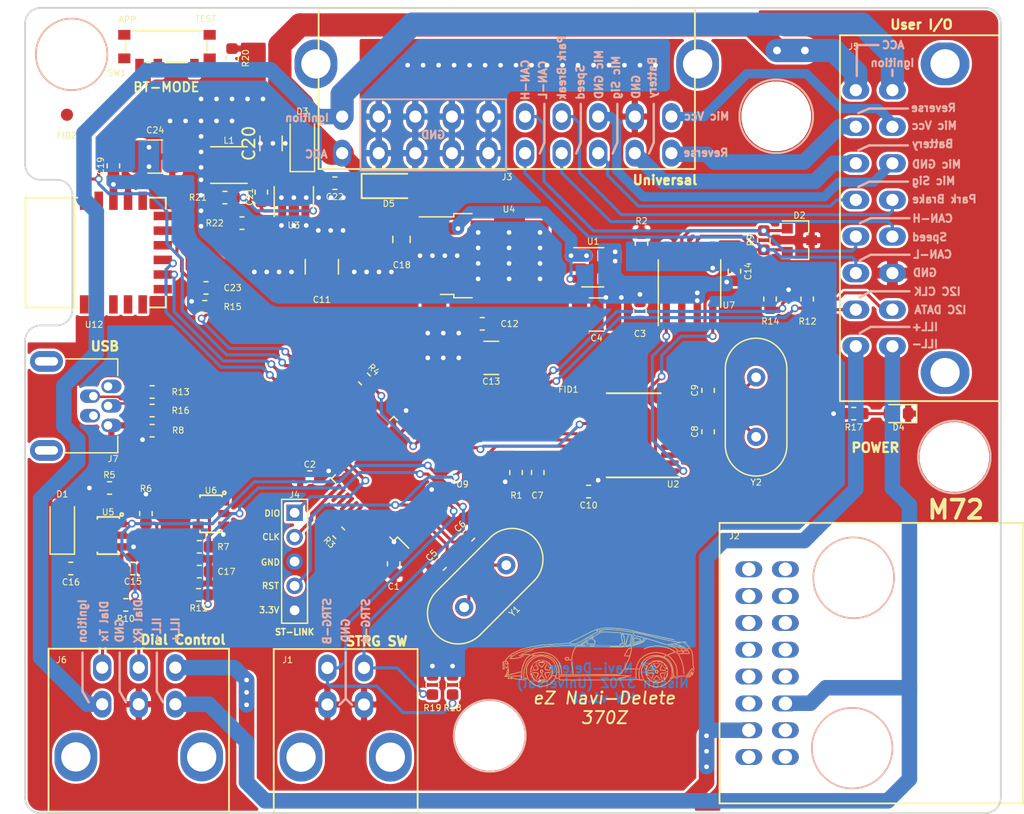
<source format=kicad_pcb>
(kicad_pcb (version 20171130) (host pcbnew "(5.1.2)-2")

  (general
    (thickness 1.6)
    (drawings 4312)
    (tracks 740)
    (zones 0)
    (modules 77)
    (nets 111)
  )

  (page A4)
  (layers
    (0 F.Cu signal)
    (31 B.Cu signal)
    (32 B.Adhes user)
    (33 F.Adhes user)
    (34 B.Paste user)
    (35 F.Paste user)
    (36 B.SilkS user)
    (37 F.SilkS user)
    (38 B.Mask user)
    (39 F.Mask user)
    (40 Dwgs.User user)
    (41 Cmts.User user)
    (42 Eco1.User user)
    (43 Eco2.User user)
    (44 Edge.Cuts user)
    (45 Margin user)
    (46 B.CrtYd user)
    (47 F.CrtYd user)
    (48 B.Fab user)
    (49 F.Fab user)
  )

  (setup
    (last_trace_width 0.254)
    (user_trace_width 0.254)
    (user_trace_width 0.381)
    (user_trace_width 0.508)
    (user_trace_width 0.635)
    (user_trace_width 0.762)
    (user_trace_width 0.889)
    (user_trace_width 1.016)
    (user_trace_width 1.143)
    (trace_clearance 0.2032)
    (zone_clearance 0.127)
    (zone_45_only no)
    (trace_min 0.000152)
    (via_size 0.635)
    (via_drill 0.381)
    (via_min_size 0.508)
    (via_min_drill 0.254)
    (uvia_size 0.3048)
    (uvia_drill 0.1016)
    (uvias_allowed no)
    (uvia_min_size 0.2)
    (uvia_min_drill 0.1)
    (edge_width 0.15)
    (segment_width 0.2)
    (pcb_text_width 0.3)
    (pcb_text_size 1.5 1.5)
    (mod_edge_width 0.15)
    (mod_text_size 1 1)
    (mod_text_width 0.15)
    (pad_size 1.25 1.75)
    (pad_drill 0)
    (pad_to_mask_clearance 0.0508)
    (aux_axis_origin 154.432 88.646)
    (grid_origin 111.125 121.92)
    (visible_elements 7FFDFFFF)
    (pcbplotparams
      (layerselection 0x00010_7ffffffe)
      (usegerberextensions false)
      (usegerberattributes false)
      (usegerberadvancedattributes false)
      (creategerberjobfile false)
      (excludeedgelayer true)
      (linewidth 0.100000)
      (plotframeref false)
      (viasonmask false)
      (mode 1)
      (useauxorigin true)
      (hpglpennumber 1)
      (hpglpenspeed 20)
      (hpglpendiameter 15.000000)
      (psnegative false)
      (psa4output false)
      (plotreference true)
      (plotvalue true)
      (plotinvisibletext false)
      (padsonsilk false)
      (subtractmaskfromsilk false)
      (outputformat 1)
      (mirror false)
      (drillshape 0)
      (scaleselection 1)
      (outputdirectory "gerbers/"))
  )

  (net 0 "")
  (net 1 GND)
  (net 2 "Net-(C5-Pad1)")
  (net 3 "Net-(C6-Pad1)")
  (net 4 RESET)
  (net 5 "Net-(C8-Pad1)")
  (net 6 "Net-(C9-Pad1)")
  (net 7 IGNITION)
  (net 8 "Net-(C15-Pad1)")
  (net 9 DIAL_Tx)
  (net 10 DIAL_Rx)
  (net 11 CAN_H)
  (net 12 CAN_L)
  (net 13 ILL+)
  (net 14 ILL-)
  (net 15 "Net-(J2-Pad10)")
  (net 16 "Net-(J2-Pad16)")
  (net 17 "Net-(J2-Pad1)")
  (net 18 "Net-(J2-Pad2)")
  (net 19 "Net-(J2-Pad3)")
  (net 20 "Net-(J2-Pad6)")
  (net 21 "Net-(J2-Pad7)")
  (net 22 "Net-(J2-Pad8)")
  (net 23 "Net-(J2-Pad9)")
  (net 24 "Net-(J2-Pad11)")
  (net 25 "Net-(J2-Pad12)")
  (net 26 "Net-(J2-Pad13)")
  (net 27 "Net-(J2-Pad14)")
  (net 28 "Net-(J2-Pad15)")
  (net 29 BATTERY)
  (net 30 ACC)
  (net 31 MIC_VCC)
  (net 32 MIC_GND)
  (net 33 MIC_SIG)
  (net 34 PARK_BREAK)
  (net 35 REVERSE)
  (net 36 SPEED)
  (net 37 "Net-(R2-Pad1)")
  (net 38 "Net-(R7-Pad2)")
  (net 39 CAN_INT)
  (net 40 TxCAN)
  (net 41 RxCAN)
  (net 42 "Net-(U5-Pad4)")
  (net 43 "Net-(U6-Pad4)")
  (net 44 "Net-(C11-Pad1)")
  (net 45 STRG_SW_A)
  (net 46 STRG_SW_B)
  (net 47 +3V3)
  (net 48 "Net-(U12-Pad5)")
  (net 49 "Net-(U12-Pad4)")
  (net 50 "Net-(U12-Pad3)")
  (net 51 "Net-(U12-Pad1)")
  (net 52 "Net-(U12-Pad12)")
  (net 53 "Net-(U12-Pad15)")
  (net 54 "Net-(U12-Pad6)")
  (net 55 "Net-(U12-Pad9)")
  (net 56 "Net-(U12-Pad11)")
  (net 57 "Net-(R3-Pad1)")
  (net 58 "Net-(R4-Pad1)")
  (net 59 SPI1_MOSI)
  (net 60 SPI1_MISO)
  (net 61 SPI1_SCLK)
  (net 62 SPI1_CS)
  (net 63 SCL2)
  (net 64 SDA2)
  (net 65 BT_Tx->UART1_Rx)
  (net 66 BT_Rx->UART1_Tx)
  (net 67 DIAL_TTL_Tx->UART2_Rx)
  (net 68 DIAL_TTL_Rx->UART2_Tx)
  (net 69 +5V)
  (net 70 "Net-(U1-Pad4)")
  (net 71 "Net-(U2-Pad15)")
  (net 72 "Net-(U2-Pad12)")
  (net 73 "Net-(U2-Pad11)")
  (net 74 "Net-(U2-Pad7)")
  (net 75 "Net-(U2-Pad6)")
  (net 76 "Net-(U2-Pad5)")
  (net 77 "Net-(U2-Pad4)")
  (net 78 "Net-(U2-Pad3)")
  (net 79 USB_P)
  (net 80 USB_N)
  (net 81 /D_P)
  (net 82 /D_N)
  (net 83 DEBUG_CLK)
  (net 84 DEBUG_DIO)
  (net 85 "Net-(D4-Pad2)")
  (net 86 PB9)
  (net 87 PB8)
  (net 88 PB7)
  (net 89 PB6)
  (net 90 PB5)
  (net 91 PB4)
  (net 92 PB3)
  (net 93 PA15)
  (net 94 PB13)
  (net 95 PB12)
  (net 96 PB1)
  (net 97 PC15)
  (net 98 PC14)
  (net 99 PC13)
  (net 100 "Net-(J7-Pad1)")
  (net 101 "Net-(J7-Pad4)")
  (net 102 BT_CFG)
  (net 103 "Net-(SW1-Pad1)")
  (net 104 "Net-(R20-Pad1)")
  (net 105 "Net-(C21-Pad2)")
  (net 106 "Net-(C21-Pad1)")
  (net 107 "Net-(R21-Pad1)")
  (net 108 "Net-(C20-Pad1)")
  (net 109 BT_nRESET)
  (net 110 "Net-(U9-Pad27)")

  (net_class Default "This is the default net class."
    (clearance 0.2032)
    (trace_width 0.254)
    (via_dia 0.635)
    (via_drill 0.381)
    (uvia_dia 0.3048)
    (uvia_drill 0.1016)
    (add_net +5V)
    (add_net BT_CFG)
    (add_net BT_Rx->UART1_Tx)
    (add_net BT_Tx->UART1_Rx)
    (add_net BT_nRESET)
    (add_net CAN_H)
    (add_net CAN_INT)
    (add_net CAN_L)
    (add_net DEBUG_CLK)
    (add_net DEBUG_DIO)
    (add_net DIAL_Rx)
    (add_net DIAL_TTL_Rx->UART2_Tx)
    (add_net DIAL_TTL_Tx->UART2_Rx)
    (add_net DIAL_Tx)
    (add_net GND)
    (add_net MIC_GND)
    (add_net MIC_SIG)
    (add_net MIC_VCC)
    (add_net "Net-(C11-Pad1)")
    (add_net "Net-(C15-Pad1)")
    (add_net "Net-(C20-Pad1)")
    (add_net "Net-(C21-Pad1)")
    (add_net "Net-(C21-Pad2)")
    (add_net "Net-(C5-Pad1)")
    (add_net "Net-(C6-Pad1)")
    (add_net "Net-(C8-Pad1)")
    (add_net "Net-(C9-Pad1)")
    (add_net "Net-(D4-Pad2)")
    (add_net "Net-(J2-Pad1)")
    (add_net "Net-(J2-Pad10)")
    (add_net "Net-(J2-Pad11)")
    (add_net "Net-(J2-Pad12)")
    (add_net "Net-(J2-Pad13)")
    (add_net "Net-(J2-Pad14)")
    (add_net "Net-(J2-Pad15)")
    (add_net "Net-(J2-Pad16)")
    (add_net "Net-(J2-Pad2)")
    (add_net "Net-(J2-Pad3)")
    (add_net "Net-(J2-Pad6)")
    (add_net "Net-(J2-Pad7)")
    (add_net "Net-(J2-Pad8)")
    (add_net "Net-(J2-Pad9)")
    (add_net "Net-(J7-Pad1)")
    (add_net "Net-(J7-Pad4)")
    (add_net "Net-(R2-Pad1)")
    (add_net "Net-(R20-Pad1)")
    (add_net "Net-(R21-Pad1)")
    (add_net "Net-(R3-Pad1)")
    (add_net "Net-(R4-Pad1)")
    (add_net "Net-(R7-Pad2)")
    (add_net "Net-(SW1-Pad1)")
    (add_net "Net-(U1-Pad4)")
    (add_net "Net-(U12-Pad1)")
    (add_net "Net-(U12-Pad11)")
    (add_net "Net-(U12-Pad12)")
    (add_net "Net-(U12-Pad15)")
    (add_net "Net-(U12-Pad3)")
    (add_net "Net-(U12-Pad4)")
    (add_net "Net-(U12-Pad5)")
    (add_net "Net-(U12-Pad6)")
    (add_net "Net-(U12-Pad9)")
    (add_net "Net-(U2-Pad11)")
    (add_net "Net-(U2-Pad12)")
    (add_net "Net-(U2-Pad15)")
    (add_net "Net-(U2-Pad3)")
    (add_net "Net-(U2-Pad4)")
    (add_net "Net-(U2-Pad5)")
    (add_net "Net-(U2-Pad6)")
    (add_net "Net-(U2-Pad7)")
    (add_net "Net-(U5-Pad4)")
    (add_net "Net-(U6-Pad4)")
    (add_net "Net-(U9-Pad27)")
    (add_net PA15)
    (add_net PARK_BREAK)
    (add_net PB1)
    (add_net PB12)
    (add_net PB13)
    (add_net PB3)
    (add_net PB4)
    (add_net PB5)
    (add_net PB6)
    (add_net PB7)
    (add_net PB8)
    (add_net PB9)
    (add_net PC13)
    (add_net PC14)
    (add_net PC15)
    (add_net RESET)
    (add_net REVERSE)
    (add_net RxCAN)
    (add_net SCL2)
    (add_net SDA2)
    (add_net SPEED)
    (add_net SPI1_CS)
    (add_net SPI1_MISO)
    (add_net SPI1_MOSI)
    (add_net SPI1_SCLK)
    (add_net STRG_SW_A)
    (add_net STRG_SW_B)
    (add_net TxCAN)
  )

  (net_class 12V_PWR ""
    (clearance 0.2032)
    (trace_width 1.27)
    (via_dia 1.27)
    (via_drill 0.635)
    (uvia_dia 0.3048)
    (uvia_drill 0.1016)
    (add_net ACC)
    (add_net IGNITION)
    (add_net ILL+)
    (add_net ILL-)
  )

  (net_class 3.3V_PWR ""
    (clearance 0.2032)
    (trace_width 0.381)
    (via_dia 0.762)
    (via_drill 0.381)
    (uvia_dia 0.3048)
    (uvia_drill 0.1016)
    (add_net +3V3)
  )

  (net_class 5V_PWR ""
    (clearance 0.2032)
    (trace_width 0.381)
    (via_dia 0.762)
    (via_drill 0.381)
    (uvia_dia 0.3048)
    (uvia_drill 0.1016)
  )

  (net_class BATT_PWR ""
    (clearance 0.2032)
    (trace_width 0.635)
    (via_dia 0.762)
    (via_drill 0.381)
    (uvia_dia 0.3048)
    (uvia_drill 0.1016)
    (add_net BATTERY)
  )

  (net_class USB_Diff ""
    (clearance 0.0508)
    (trace_width 0.1524)
    (via_dia 0.635)
    (via_drill 0.381)
    (uvia_dia 0.3048)
    (uvia_drill 0.1016)
    (diff_pair_width 0.2032)
    (diff_pair_gap 0.1524)
    (add_net /D_N)
    (add_net /D_P)
    (add_net USB_N)
    (add_net USB_P)
  )

  (module Capacitor_SMD:C_1206_3216Metric (layer F.Cu) (tedit 5FEA6433) (tstamp 5F5B1641)
    (at 131.2926 66.9909 90)
    (descr "Capacitor SMD 1206 (3216 Metric), square (rectangular) end terminal, IPC_7351 nominal, (Body size source: http://www.tortai-tech.com/upload/download/2011102023233369053.pdf), generated with kicad-footprint-generator")
    (tags capacitor)
    (path /5F5AD7C1)
    (attr smd)
    (fp_text reference C20 (at 0 -1.82 90) (layer F.SilkS)
      (effects (font (size 1 1) (thickness 0.15)))
    )
    (fp_text value 2.2uF (at 0 1.82 90) (layer F.Fab)
      (effects (font (size 1 1) (thickness 0.15)))
    )
    (fp_text user %R (at 0 0 90) (layer F.Fab)
      (effects (font (size 0.8 0.8) (thickness 0.12)))
    )
    (fp_line (start 2.28 1.12) (end -2.28 1.12) (layer F.CrtYd) (width 0.05))
    (fp_line (start 2.28 -1.12) (end 2.28 1.12) (layer F.CrtYd) (width 0.05))
    (fp_line (start -2.28 -1.12) (end 2.28 -1.12) (layer F.CrtYd) (width 0.05))
    (fp_line (start -2.28 1.12) (end -2.28 -1.12) (layer F.CrtYd) (width 0.05))
    (fp_line (start -0.602064 0.91) (end 0.602064 0.91) (layer F.SilkS) (width 0.12))
    (fp_line (start -0.602064 -0.91) (end 0.602064 -0.91) (layer F.SilkS) (width 0.12))
    (fp_line (start 1.6 0.8) (end -1.6 0.8) (layer F.Fab) (width 0.1))
    (fp_line (start 1.6 -0.8) (end 1.6 0.8) (layer F.Fab) (width 0.1))
    (fp_line (start -1.6 -0.8) (end 1.6 -0.8) (layer F.Fab) (width 0.1))
    (fp_line (start -1.6 0.8) (end -1.6 -0.8) (layer F.Fab) (width 0.1))
    (pad 2 smd roundrect (at 1.4 0 90) (size 1.25 1.75) (layers F.Cu F.Paste F.Mask) (roundrect_rratio 0.2)
      (net 1 GND) (zone_connect 1) (thermal_width 0.762))
    (pad 1 smd roundrect (at -1.4 0 90) (size 1.25 1.75) (layers F.Cu F.Paste F.Mask) (roundrect_rratio 0.2)
      (net 108 "Net-(C20-Pad1)"))
    (model ${KISYS3DMOD}/Capacitor_SMD.3dshapes/C_1206_3216Metric.wrl
      (at (xyz 0 0 0))
      (scale (xyz 1 1 1))
      (rotate (xyz 0 0 0))
    )
  )

  (module Connector_PinHeader_2.00mm:PinHeader_1x05_P2.00mm_Vertical (layer F.Cu) (tedit 5FEA5579) (tstamp 5FEC1559)
    (at 133.223 97.282)
    (descr "Through hole straight pin header, 1x05, 2.00mm pitch, single row")
    (tags "Through hole pin header THT 1x05 2.00mm single row")
    (path /5D85B50D)
    (fp_text reference J4 (at 0 -1.4732) (layer F.SilkS)
      (effects (font (size 0.508 0.508) (thickness 0.0762)))
    )
    (fp_text value Debug (at 0 10.06) (layer F.Fab)
      (effects (font (size 1 1) (thickness 0.15)))
    )
    (fp_text user %R (at 0 4 90) (layer F.Fab)
      (effects (font (size 1 1) (thickness 0.15)))
    )
    (fp_line (start 1.5 -1.5) (end -1.5 -1.5) (layer F.CrtYd) (width 0.05))
    (fp_line (start 1.5 9.5) (end 1.5 -1.5) (layer F.CrtYd) (width 0.05))
    (fp_line (start -1.5 9.5) (end 1.5 9.5) (layer F.CrtYd) (width 0.05))
    (fp_line (start -1.5 -1.5) (end -1.5 9.5) (layer F.CrtYd) (width 0.05))
    (fp_line (start -1.06 -1.1) (end 1.06 -1.1) (layer F.SilkS) (width 0.12))
    (fp_line (start 1.06 -1.1) (end 1.06 9.06) (layer F.SilkS) (width 0.12))
    (fp_line (start -1.06 -1.1) (end -1.06 9.06) (layer F.SilkS) (width 0.12))
    (fp_line (start -1.06 9.06) (end 1.06 9.06) (layer F.SilkS) (width 0.12))
    (fp_line (start -1 -0.5) (end -0.5 -1) (layer F.Fab) (width 0.1))
    (fp_line (start -1 9) (end -1 -0.5) (layer F.Fab) (width 0.1))
    (fp_line (start 1 9) (end -1 9) (layer F.Fab) (width 0.1))
    (fp_line (start 1 -1) (end 1 9) (layer F.Fab) (width 0.1))
    (fp_line (start -0.5 -1) (end 1 -1) (layer F.Fab) (width 0.1))
    (pad 5 thru_hole oval (at 0 8) (size 1.35 1.35) (drill 0.8) (layers *.Cu *.Mask)
      (net 47 +3V3) (zone_connect 2) (thermal_width 0.508))
    (pad 4 thru_hole oval (at 0 6) (size 1.35 1.35) (drill 0.8) (layers *.Cu *.Mask)
      (net 4 RESET))
    (pad 3 thru_hole oval (at 0 4) (size 1.35 1.35) (drill 0.8) (layers *.Cu *.Mask)
      (net 1 GND) (zone_connect 2))
    (pad 2 thru_hole oval (at 0 2) (size 1.35 1.35) (drill 0.8) (layers *.Cu *.Mask)
      (net 83 DEBUG_CLK))
    (pad 1 thru_hole rect (at 0 0) (size 1.35 1.35) (drill 0.8) (layers *.Cu *.Mask)
      (net 84 DEBUG_DIO))
  )

  (module Capacitor_SMD:C_1210_3225Metric (layer F.Cu) (tedit 5B301BBE) (tstamp 5F83AB71)
    (at 121.793 68.072)
    (descr "Capacitor SMD 1210 (3225 Metric), square (rectangular) end terminal, IPC_7351 nominal, (Body size source: http://www.tortai-tech.com/upload/download/2011102023233369053.pdf), generated with kicad-footprint-generator")
    (tags capacitor)
    (path /5F7BB564)
    (attr smd)
    (fp_text reference C24 (at 0 -2.159) (layer F.SilkS)
      (effects (font (size 0.508 0.508) (thickness 0.0762)))
    )
    (fp_text value 10uF (at 0 2.28) (layer F.Fab)
      (effects (font (size 1 1) (thickness 0.15)))
    )
    (fp_text user %R (at 0 0) (layer F.Fab)
      (effects (font (size 0.508 0.508) (thickness 0.0762)))
    )
    (fp_line (start 2.28 1.58) (end -2.28 1.58) (layer F.CrtYd) (width 0.05))
    (fp_line (start 2.28 -1.58) (end 2.28 1.58) (layer F.CrtYd) (width 0.05))
    (fp_line (start -2.28 -1.58) (end 2.28 -1.58) (layer F.CrtYd) (width 0.05))
    (fp_line (start -2.28 1.58) (end -2.28 -1.58) (layer F.CrtYd) (width 0.05))
    (fp_line (start -0.602064 1.36) (end 0.602064 1.36) (layer F.SilkS) (width 0.12))
    (fp_line (start -0.602064 -1.36) (end 0.602064 -1.36) (layer F.SilkS) (width 0.12))
    (fp_line (start 1.6 1.25) (end -1.6 1.25) (layer F.Fab) (width 0.1))
    (fp_line (start 1.6 -1.25) (end 1.6 1.25) (layer F.Fab) (width 0.1))
    (fp_line (start -1.6 -1.25) (end 1.6 -1.25) (layer F.Fab) (width 0.1))
    (fp_line (start -1.6 1.25) (end -1.6 -1.25) (layer F.Fab) (width 0.1))
    (pad 2 smd roundrect (at 1.4 0) (size 1.25 2.65) (layers F.Cu F.Paste F.Mask) (roundrect_rratio 0.2)
      (net 1 GND))
    (pad 1 smd roundrect (at -1.4 0) (size 1.25 2.65) (layers F.Cu F.Paste F.Mask) (roundrect_rratio 0.2)
      (net 47 +3V3))
    (model ${KISYS3DMOD}/Capacitor_SMD.3dshapes/C_1210_3225Metric.wrl
      (at (xyz 0 0 0))
      (scale (xyz 1 1 1))
      (rotate (xyz 0 0 0))
    )
  )

  (module Capacitor_SMD:C_0603_1608Metric (layer F.Cu) (tedit 5B301BBE) (tstamp 5F5F4B75)
    (at 136.525 70.2564)
    (descr "Capacitor SMD 0603 (1608 Metric), square (rectangular) end terminal, IPC_7351 nominal, (Body size source: http://www.tortai-tech.com/upload/download/2011102023233369053.pdf), generated with kicad-footprint-generator")
    (tags capacitor)
    (path /5F6560B8)
    (attr smd)
    (fp_text reference C22 (at 0 1.1176) (layer F.SilkS)
      (effects (font (size 0.508 0.508) (thickness 0.0762)))
    )
    (fp_text value 0.1uF (at 0 1.43) (layer F.Fab)
      (effects (font (size 1 1) (thickness 0.15)))
    )
    (fp_text user %R (at 0 0) (layer F.Fab)
      (effects (font (size 0.508 0.508) (thickness 0.0762)))
    )
    (fp_line (start 1.48 0.73) (end -1.48 0.73) (layer F.CrtYd) (width 0.05))
    (fp_line (start 1.48 -0.73) (end 1.48 0.73) (layer F.CrtYd) (width 0.05))
    (fp_line (start -1.48 -0.73) (end 1.48 -0.73) (layer F.CrtYd) (width 0.05))
    (fp_line (start -1.48 0.73) (end -1.48 -0.73) (layer F.CrtYd) (width 0.05))
    (fp_line (start -0.162779 0.51) (end 0.162779 0.51) (layer F.SilkS) (width 0.12))
    (fp_line (start -0.162779 -0.51) (end 0.162779 -0.51) (layer F.SilkS) (width 0.12))
    (fp_line (start 0.8 0.4) (end -0.8 0.4) (layer F.Fab) (width 0.1))
    (fp_line (start 0.8 -0.4) (end 0.8 0.4) (layer F.Fab) (width 0.1))
    (fp_line (start -0.8 -0.4) (end 0.8 -0.4) (layer F.Fab) (width 0.1))
    (fp_line (start -0.8 0.4) (end -0.8 -0.4) (layer F.Fab) (width 0.1))
    (pad 2 smd roundrect (at 0.7875 0) (size 0.875 0.95) (layers F.Cu F.Paste F.Mask) (roundrect_rratio 0.25)
      (net 1 GND))
    (pad 1 smd roundrect (at -0.7875 0) (size 0.875 0.95) (layers F.Cu F.Paste F.Mask) (roundrect_rratio 0.25)
      (net 108 "Net-(C20-Pad1)"))
    (model ${KISYS3DMOD}/Capacitor_SMD.3dshapes/C_0603_1608Metric.wrl
      (at (xyz 0 0 0))
      (scale (xyz 1 1 1))
      (rotate (xyz 0 0 0))
    )
  )

  (module my_Murata:LQH3NPZ100MMEL (layer F.Cu) (tedit 5F5EECDF) (tstamp 5F5F24C1)
    (at 127.8382 68.7705 180)
    (path /5F5AD360)
    (attr smd)
    (fp_text reference L1 (at 0 2.0193 180) (layer F.SilkS)
      (effects (font (size 0.508 0.508) (thickness 0.0762)))
    )
    (fp_text value 10uH (at 0 2.4) (layer F.Fab)
      (effects (font (size 1 1) (thickness 0.15)))
    )
    (fp_line (start -1.7 1.7) (end -1.7 -1.7) (layer F.CrtYd) (width 0.05))
    (fp_line (start 1.7 1.7) (end -1.7 1.7) (layer F.CrtYd) (width 0.05))
    (fp_line (start 1.7 -1.7) (end 1.7 1.7) (layer F.CrtYd) (width 0.05))
    (fp_line (start -1.7 -1.7) (end 1.7 -1.7) (layer F.CrtYd) (width 0.05))
    (fp_line (start 1.5 1.5) (end -1.5 1.5) (layer F.SilkS) (width 0.12))
    (fp_line (start 1.5 -1.5) (end -1.5 -1.5) (layer F.SilkS) (width 0.12))
    (pad 2 smd rect (at 1.1 0 180) (size 0.8 2.7) (layers F.Cu F.Paste F.Mask)
      (net 44 "Net-(C11-Pad1)"))
    (pad 1 smd rect (at -1.1 0 180) (size 0.8 2.7) (layers F.Cu F.Paste F.Mask)
      (net 105 "Net-(C21-Pad2)"))
    (model ${KIPRJMOD}/3D_CAD/LQH3NPZ100MMEL.STEP
      (at (xyz 0 0 0))
      (scale (xyz 1 1 1))
      (rotate (xyz -90 0 0))
    )
  )

  (module Diode_SMD:D_SOD-123 (layer F.Cu) (tedit 58645DC7) (tstamp 5F5AC1FE)
    (at 133.858 67.056 90)
    (descr SOD-123)
    (tags SOD-123)
    (path /5F5D1771)
    (attr smd)
    (fp_text reference D3 (at 2.6924 0 180) (layer F.SilkS)
      (effects (font (size 0.508 0.508) (thickness 0.0762)))
    )
    (fp_text value 1N4148 (at 0 2.1 90) (layer F.Fab)
      (effects (font (size 1 1) (thickness 0.15)))
    )
    (fp_line (start -2.25 -1) (end 1.65 -1) (layer F.SilkS) (width 0.12))
    (fp_line (start -2.25 1) (end 1.65 1) (layer F.SilkS) (width 0.12))
    (fp_line (start -2.35 -1.15) (end -2.35 1.15) (layer F.CrtYd) (width 0.05))
    (fp_line (start 2.35 1.15) (end -2.35 1.15) (layer F.CrtYd) (width 0.05))
    (fp_line (start 2.35 -1.15) (end 2.35 1.15) (layer F.CrtYd) (width 0.05))
    (fp_line (start -2.35 -1.15) (end 2.35 -1.15) (layer F.CrtYd) (width 0.05))
    (fp_line (start -1.4 -0.9) (end 1.4 -0.9) (layer F.Fab) (width 0.1))
    (fp_line (start 1.4 -0.9) (end 1.4 0.9) (layer F.Fab) (width 0.1))
    (fp_line (start 1.4 0.9) (end -1.4 0.9) (layer F.Fab) (width 0.1))
    (fp_line (start -1.4 0.9) (end -1.4 -0.9) (layer F.Fab) (width 0.1))
    (fp_line (start -0.75 0) (end -0.35 0) (layer F.Fab) (width 0.1))
    (fp_line (start -0.35 0) (end -0.35 -0.55) (layer F.Fab) (width 0.1))
    (fp_line (start -0.35 0) (end -0.35 0.55) (layer F.Fab) (width 0.1))
    (fp_line (start -0.35 0) (end 0.25 -0.4) (layer F.Fab) (width 0.1))
    (fp_line (start 0.25 -0.4) (end 0.25 0.4) (layer F.Fab) (width 0.1))
    (fp_line (start 0.25 0.4) (end -0.35 0) (layer F.Fab) (width 0.1))
    (fp_line (start 0.25 0) (end 0.75 0) (layer F.Fab) (width 0.1))
    (fp_line (start -2.25 -1) (end -2.25 1) (layer F.SilkS) (width 0.12))
    (fp_text user %R (at 0 -2 90) (layer F.Fab)
      (effects (font (size 0.508 0.508) (thickness 0.0762)))
    )
    (pad 2 smd rect (at 1.65 0 90) (size 0.9 1.2) (layers F.Cu F.Paste F.Mask)
      (net 30 ACC))
    (pad 1 smd rect (at -1.65 0 90) (size 0.9 1.2) (layers F.Cu F.Paste F.Mask)
      (net 108 "Net-(C20-Pad1)"))
    (model ${KISYS3DMOD}/Diode_SMD.3dshapes/D_SOD-123.wrl
      (at (xyz 0 0 0))
      (scale (xyz 1 1 1))
      (rotate (xyz 0 0 0))
    )
  )

  (module Capacitor_SMD:C_1210_3225Metric (layer F.Cu) (tedit 5B301BBE) (tstamp 5F5773AA)
    (at 135.4582 77.1144 270)
    (descr "Capacitor SMD 1210 (3225 Metric), square (rectangular) end terminal, IPC_7351 nominal, (Body size source: http://www.tortai-tech.com/upload/download/2011102023233369053.pdf), generated with kicad-footprint-generator")
    (tags capacitor)
    (path /5F5D19A6)
    (attr smd)
    (fp_text reference C11 (at 2.6924 0 180) (layer F.SilkS)
      (effects (font (size 0.508 0.508) (thickness 0.0762)))
    )
    (fp_text value 10uF (at 0 2.28 90) (layer F.Fab)
      (effects (font (size 1 1) (thickness 0.15)))
    )
    (fp_text user %R (at 0 0 90) (layer F.Fab)
      (effects (font (size 0.508 0.508) (thickness 0.0762)))
    )
    (fp_line (start 2.28 1.58) (end -2.28 1.58) (layer F.CrtYd) (width 0.05))
    (fp_line (start 2.28 -1.58) (end 2.28 1.58) (layer F.CrtYd) (width 0.05))
    (fp_line (start -2.28 -1.58) (end 2.28 -1.58) (layer F.CrtYd) (width 0.05))
    (fp_line (start -2.28 1.58) (end -2.28 -1.58) (layer F.CrtYd) (width 0.05))
    (fp_line (start -0.602064 1.36) (end 0.602064 1.36) (layer F.SilkS) (width 0.12))
    (fp_line (start -0.602064 -1.36) (end 0.602064 -1.36) (layer F.SilkS) (width 0.12))
    (fp_line (start 1.6 1.25) (end -1.6 1.25) (layer F.Fab) (width 0.1))
    (fp_line (start 1.6 -1.25) (end 1.6 1.25) (layer F.Fab) (width 0.1))
    (fp_line (start -1.6 -1.25) (end 1.6 -1.25) (layer F.Fab) (width 0.1))
    (fp_line (start -1.6 1.25) (end -1.6 -1.25) (layer F.Fab) (width 0.1))
    (pad 2 smd roundrect (at 1.4 0 270) (size 1.25 2.65) (layers F.Cu F.Paste F.Mask) (roundrect_rratio 0.2)
      (net 1 GND))
    (pad 1 smd roundrect (at -1.4 0 270) (size 1.25 2.65) (layers F.Cu F.Paste F.Mask) (roundrect_rratio 0.2)
      (net 44 "Net-(C11-Pad1)"))
    (model ${KISYS3DMOD}/Capacitor_SMD.3dshapes/C_1210_3225Metric.wrl
      (at (xyz 0 0 0))
      (scale (xyz 1 1 1))
      (rotate (xyz 0 0 0))
    )
  )

  (module Package_TO_SOT_SMD:SOT-23-6 (layer F.Cu) (tedit 5A02FF57) (tstamp 5F5AA082)
    (at 133.1595 71.4375 90)
    (descr "6-pin SOT-23 package")
    (tags SOT-23-6)
    (path /5F5D7BD7)
    (attr smd)
    (fp_text reference U3 (at -2.2733 0) (layer F.SilkS)
      (effects (font (size 0.508 0.508) (thickness 0.0762)))
    )
    (fp_text value TPS560430 (at 0 2.9 90) (layer F.Fab)
      (effects (font (size 1 1) (thickness 0.15)))
    )
    (fp_line (start 0.9 -1.55) (end 0.9 1.55) (layer F.Fab) (width 0.1))
    (fp_line (start 0.9 1.55) (end -0.9 1.55) (layer F.Fab) (width 0.1))
    (fp_line (start -0.9 -0.9) (end -0.9 1.55) (layer F.Fab) (width 0.1))
    (fp_line (start 0.9 -1.55) (end -0.25 -1.55) (layer F.Fab) (width 0.1))
    (fp_line (start -0.9 -0.9) (end -0.25 -1.55) (layer F.Fab) (width 0.1))
    (fp_line (start -1.9 -1.8) (end -1.9 1.8) (layer F.CrtYd) (width 0.05))
    (fp_line (start -1.9 1.8) (end 1.9 1.8) (layer F.CrtYd) (width 0.05))
    (fp_line (start 1.9 1.8) (end 1.9 -1.8) (layer F.CrtYd) (width 0.05))
    (fp_line (start 1.9 -1.8) (end -1.9 -1.8) (layer F.CrtYd) (width 0.05))
    (fp_line (start 0.9 -1.61) (end -1.55 -1.61) (layer F.SilkS) (width 0.12))
    (fp_line (start -0.9 1.61) (end 0.9 1.61) (layer F.SilkS) (width 0.12))
    (fp_text user %R (at 0 0) (layer F.Fab)
      (effects (font (size 0.508 0.508) (thickness 0.0762)))
    )
    (pad 5 smd rect (at 1.1 0 90) (size 1.06 0.65) (layers F.Cu F.Paste F.Mask)
      (net 108 "Net-(C20-Pad1)"))
    (pad 6 smd rect (at 1.1 -0.95 90) (size 1.06 0.65) (layers F.Cu F.Paste F.Mask)
      (net 105 "Net-(C21-Pad2)"))
    (pad 4 smd rect (at 1.1 0.95 90) (size 1.06 0.65) (layers F.Cu F.Paste F.Mask)
      (net 108 "Net-(C20-Pad1)"))
    (pad 3 smd rect (at -1.1 0.95 90) (size 1.06 0.65) (layers F.Cu F.Paste F.Mask)
      (net 107 "Net-(R21-Pad1)"))
    (pad 2 smd rect (at -1.1 0 90) (size 1.06 0.65) (layers F.Cu F.Paste F.Mask)
      (net 1 GND))
    (pad 1 smd rect (at -1.1 -0.95 90) (size 1.06 0.65) (layers F.Cu F.Paste F.Mask)
      (net 106 "Net-(C21-Pad1)"))
    (model ${KISYS3DMOD}/Package_TO_SOT_SMD.3dshapes/SOT-23-6.wrl
      (at (xyz 0 0 0))
      (scale (xyz 1 1 1))
      (rotate (xyz 0 0 0))
    )
  )

  (module Resistor_SMD:R_0603_1608Metric (layer F.Cu) (tedit 5F5A82D5) (tstamp 5F653098)
    (at 128.905 73.533 180)
    (descr "Resistor SMD 0603 (1608 Metric), square (rectangular) end terminal, IPC_7351 nominal, (Body size source: http://www.tortai-tech.com/upload/download/2011102023233369053.pdf), generated with kicad-footprint-generator")
    (tags resistor)
    (path /5F5AE3DB)
    (attr smd)
    (fp_text reference R22 (at 2.2352 0) (layer F.SilkS)
      (effects (font (size 0.508 0.508) (thickness 0.0762)))
    )
    (fp_text value 22.1K (at 0 1.43) (layer F.Fab)
      (effects (font (size 1 1) (thickness 0.15)))
    )
    (fp_text user %R (at 0 0) (layer F.Fab)
      (effects (font (size 0.508 0.508) (thickness 0.0762)))
    )
    (fp_line (start 1.48 0.73) (end -1.48 0.73) (layer F.CrtYd) (width 0.05))
    (fp_line (start 1.48 -0.73) (end 1.48 0.73) (layer F.CrtYd) (width 0.05))
    (fp_line (start -1.48 -0.73) (end 1.48 -0.73) (layer F.CrtYd) (width 0.05))
    (fp_line (start -1.48 0.73) (end -1.48 -0.73) (layer F.CrtYd) (width 0.05))
    (fp_line (start -0.162779 0.51) (end 0.162779 0.51) (layer F.SilkS) (width 0.12))
    (fp_line (start -0.162779 -0.51) (end 0.162779 -0.51) (layer F.SilkS) (width 0.12))
    (fp_line (start 0.8 0.4) (end -0.8 0.4) (layer F.Fab) (width 0.1))
    (fp_line (start 0.8 -0.4) (end 0.8 0.4) (layer F.Fab) (width 0.1))
    (fp_line (start -0.8 -0.4) (end 0.8 -0.4) (layer F.Fab) (width 0.1))
    (fp_line (start -0.8 0.4) (end -0.8 -0.4) (layer F.Fab) (width 0.1))
    (pad 2 smd roundrect (at 0.7875 0 180) (size 0.875 0.95) (layers F.Cu F.Paste F.Mask) (roundrect_rratio 0.25)
      (net 107 "Net-(R21-Pad1)"))
    (pad 1 smd roundrect (at -0.7875 0 180) (size 0.875 0.95) (layers F.Cu F.Paste F.Mask) (roundrect_rratio 0.25)
      (net 1 GND) (thermal_gap 0.127))
    (model ${KISYS3DMOD}/Resistor_SMD.3dshapes/R_0603_1608Metric.wrl
      (at (xyz 0 0 0))
      (scale (xyz 1 1 1))
      (rotate (xyz 0 0 0))
    )
  )

  (module Resistor_SMD:R_0603_1608Metric (layer F.Cu) (tedit 5B301BBD) (tstamp 5F5B1692)
    (at 127.508 71.4375 180)
    (descr "Resistor SMD 0603 (1608 Metric), square (rectangular) end terminal, IPC_7351 nominal, (Body size source: http://www.tortai-tech.com/upload/download/2011102023233369053.pdf), generated with kicad-footprint-generator")
    (tags resistor)
    (path /5F5AE89E)
    (attr smd)
    (fp_text reference R21 (at 2.2098 0.0127) (layer F.SilkS)
      (effects (font (size 0.508 0.508) (thickness 0.0762)))
    )
    (fp_text value 113K (at 0 1.43) (layer F.Fab)
      (effects (font (size 1 1) (thickness 0.15)))
    )
    (fp_text user %R (at 0 0) (layer F.Fab)
      (effects (font (size 0.508 0.508) (thickness 0.0762)))
    )
    (fp_line (start 1.48 0.73) (end -1.48 0.73) (layer F.CrtYd) (width 0.05))
    (fp_line (start 1.48 -0.73) (end 1.48 0.73) (layer F.CrtYd) (width 0.05))
    (fp_line (start -1.48 -0.73) (end 1.48 -0.73) (layer F.CrtYd) (width 0.05))
    (fp_line (start -1.48 0.73) (end -1.48 -0.73) (layer F.CrtYd) (width 0.05))
    (fp_line (start -0.162779 0.51) (end 0.162779 0.51) (layer F.SilkS) (width 0.12))
    (fp_line (start -0.162779 -0.51) (end 0.162779 -0.51) (layer F.SilkS) (width 0.12))
    (fp_line (start 0.8 0.4) (end -0.8 0.4) (layer F.Fab) (width 0.1))
    (fp_line (start 0.8 -0.4) (end 0.8 0.4) (layer F.Fab) (width 0.1))
    (fp_line (start -0.8 -0.4) (end 0.8 -0.4) (layer F.Fab) (width 0.1))
    (fp_line (start -0.8 0.4) (end -0.8 -0.4) (layer F.Fab) (width 0.1))
    (pad 2 smd roundrect (at 0.7875 0 180) (size 0.875 0.95) (layers F.Cu F.Paste F.Mask) (roundrect_rratio 0.25)
      (net 44 "Net-(C11-Pad1)"))
    (pad 1 smd roundrect (at -0.7875 0 180) (size 0.875 0.95) (layers F.Cu F.Paste F.Mask) (roundrect_rratio 0.25)
      (net 107 "Net-(R21-Pad1)"))
    (model ${KISYS3DMOD}/Resistor_SMD.3dshapes/R_0603_1608Metric.wrl
      (at (xyz 0 0 0))
      (scale (xyz 1 1 1))
      (rotate (xyz 0 0 0))
    )
  )

  (module Capacitor_SMD:C_0603_1608Metric (layer F.Cu) (tedit 5B301BBE) (tstamp 5F5AA0BC)
    (at 130.4925 70.993 90)
    (descr "Capacitor SMD 0603 (1608 Metric), square (rectangular) end terminal, IPC_7351 nominal, (Body size source: http://www.tortai-tech.com/upload/download/2011102023233369053.pdf), generated with kicad-footprint-generator")
    (tags capacitor)
    (path /5F5ADD8F)
    (attr smd)
    (fp_text reference C21 (at -0.381 -0.9525 90) (layer F.SilkS)
      (effects (font (size 0.508 0.508) (thickness 0.0762)))
    )
    (fp_text value 0.1uF (at 0 1.43 90) (layer F.Fab)
      (effects (font (size 1 1) (thickness 0.15)))
    )
    (fp_text user %R (at 0 0 90) (layer F.Fab)
      (effects (font (size 0.508 0.508) (thickness 0.0762)))
    )
    (fp_line (start 1.48 0.73) (end -1.48 0.73) (layer F.CrtYd) (width 0.05))
    (fp_line (start 1.48 -0.73) (end 1.48 0.73) (layer F.CrtYd) (width 0.05))
    (fp_line (start -1.48 -0.73) (end 1.48 -0.73) (layer F.CrtYd) (width 0.05))
    (fp_line (start -1.48 0.73) (end -1.48 -0.73) (layer F.CrtYd) (width 0.05))
    (fp_line (start -0.162779 0.51) (end 0.162779 0.51) (layer F.SilkS) (width 0.12))
    (fp_line (start -0.162779 -0.51) (end 0.162779 -0.51) (layer F.SilkS) (width 0.12))
    (fp_line (start 0.8 0.4) (end -0.8 0.4) (layer F.Fab) (width 0.1))
    (fp_line (start 0.8 -0.4) (end 0.8 0.4) (layer F.Fab) (width 0.1))
    (fp_line (start -0.8 -0.4) (end 0.8 -0.4) (layer F.Fab) (width 0.1))
    (fp_line (start -0.8 0.4) (end -0.8 -0.4) (layer F.Fab) (width 0.1))
    (pad 2 smd roundrect (at 0.7875 0 90) (size 0.875 0.95) (layers F.Cu F.Paste F.Mask) (roundrect_rratio 0.25)
      (net 105 "Net-(C21-Pad2)"))
    (pad 1 smd roundrect (at -0.7875 0 90) (size 0.875 0.95) (layers F.Cu F.Paste F.Mask) (roundrect_rratio 0.25)
      (net 106 "Net-(C21-Pad1)"))
    (model ${KISYS3DMOD}/Capacitor_SMD.3dshapes/C_0603_1608Metric.wrl
      (at (xyz 0 0 0))
      (scale (xyz 1 1 1))
      (rotate (xyz 0 0 0))
    )
  )

  (module Package_TO_SOT_SMD:TO-252-3_TabPin4 (layer F.Cu) (tedit 5F5543D9) (tstamp 5C84E330)
    (at 148.752 76.199)
    (descr "TO-252 / DPAK SMD package, http://www.infineon.com/cms/en/product/packages/PG-TO252/PG-TO252-3-1/")
    (tags "DPAK TO-252 DPAK-3 TO-252-3 SOT-428")
    (path /5C8888F7)
    (attr smd)
    (fp_text reference U4 (at 2.0478 -3.809) (layer F.SilkS)
      (effects (font (size 0.508 0.508) (thickness 0.0762)))
    )
    (fp_text value UA78M33IKVURG3 (at 0 4.5) (layer F.Fab)
      (effects (font (size 1 1) (thickness 0.15)))
    )
    (fp_text user %R (at 0 0) (layer F.Fab)
      (effects (font (size 0.508 0.508) (thickness 0.0762)))
    )
    (fp_line (start 5.55 -3.5) (end -5.55 -3.5) (layer F.CrtYd) (width 0.05))
    (fp_line (start 5.55 3.5) (end 5.55 -3.5) (layer F.CrtYd) (width 0.05))
    (fp_line (start -5.55 3.5) (end 5.55 3.5) (layer F.CrtYd) (width 0.05))
    (fp_line (start -5.55 -3.5) (end -5.55 3.5) (layer F.CrtYd) (width 0.05))
    (fp_line (start -2.47 3.18) (end -3.57 3.18) (layer F.SilkS) (width 0.12))
    (fp_line (start -2.47 3.45) (end -2.47 3.18) (layer F.SilkS) (width 0.12))
    (fp_line (start -0.97 3.45) (end -2.47 3.45) (layer F.SilkS) (width 0.12))
    (fp_line (start -2.47 -3.18) (end -5.3 -3.18) (layer F.SilkS) (width 0.12))
    (fp_line (start -2.47 -3.45) (end -2.47 -3.18) (layer F.SilkS) (width 0.12))
    (fp_line (start -0.97 -3.45) (end -2.47 -3.45) (layer F.SilkS) (width 0.12))
    (fp_line (start -4.97 2.655) (end -2.27 2.655) (layer F.Fab) (width 0.1))
    (fp_line (start -4.97 1.905) (end -4.97 2.655) (layer F.Fab) (width 0.1))
    (fp_line (start -2.27 1.905) (end -4.97 1.905) (layer F.Fab) (width 0.1))
    (fp_line (start -4.97 0.375) (end -2.27 0.375) (layer F.Fab) (width 0.1))
    (fp_line (start -4.97 -0.375) (end -4.97 0.375) (layer F.Fab) (width 0.1))
    (fp_line (start -2.27 -0.375) (end -4.97 -0.375) (layer F.Fab) (width 0.1))
    (fp_line (start -4.97 -1.905) (end -2.27 -1.905) (layer F.Fab) (width 0.1))
    (fp_line (start -4.97 -2.655) (end -4.97 -1.905) (layer F.Fab) (width 0.1))
    (fp_line (start -1.865 -2.655) (end -4.97 -2.655) (layer F.Fab) (width 0.1))
    (fp_line (start -1.27 -3.25) (end 3.95 -3.25) (layer F.Fab) (width 0.1))
    (fp_line (start -2.27 -2.25) (end -1.27 -3.25) (layer F.Fab) (width 0.1))
    (fp_line (start -2.27 3.25) (end -2.27 -2.25) (layer F.Fab) (width 0.1))
    (fp_line (start 3.95 3.25) (end -2.27 3.25) (layer F.Fab) (width 0.1))
    (fp_line (start 3.95 -3.25) (end 3.95 3.25) (layer F.Fab) (width 0.1))
    (fp_line (start 4.95 2.7) (end 3.95 2.7) (layer F.Fab) (width 0.1))
    (fp_line (start 4.95 -2.7) (end 4.95 2.7) (layer F.Fab) (width 0.1))
    (fp_line (start 3.95 -2.7) (end 4.95 -2.7) (layer F.Fab) (width 0.1))
    (pad "" smd rect (at 0.425 1.525) (size 3.05 2.75) (layers F.Paste))
    (pad "" smd rect (at 3.775 -1.525) (size 3.05 2.75) (layers F.Paste))
    (pad "" smd rect (at 0.425 -1.525) (size 3.05 2.75) (layers F.Paste))
    (pad "" smd rect (at 3.775 1.525) (size 3.05 2.75) (layers F.Paste))
    (pad 4 smd rect (at 2.1 0) (size 6.4 5.800001) (layers F.Cu F.Mask)
      (net 1 GND) (thermal_width 2.54) (thermal_gap 0.254))
    (pad 3 smd rect (at -4.2 2.28) (size 2.2 1.2) (layers F.Cu F.Paste F.Mask)
      (net 47 +3V3) (zone_connect 2))
    (pad "" connect rect (at -4.2 0) (size 2.2 1.2) (layers Dwgs.User)
      (solder_paste_margin -2.54) (clearance 0.000127) (thermal_width 1.27) (thermal_gap 0.000127))
    (pad 1 smd rect (at -4.2 -2.28) (size 2.2 1.2) (layers F.Cu F.Paste F.Mask)
      (net 44 "Net-(C11-Pad1)"))
    (model ${KISYS3DMOD}/Package_TO_SOT_SMD.3dshapes/TO-252-3_TabPin4.wrl
      (at (xyz 0 0 0))
      (scale (xyz 1 1 1))
      (rotate (xyz 0 0 0))
    )
  )

  (module Capacitor_SMD:C_0805_2012Metric (layer F.Cu) (tedit 5B36C52B) (tstamp 5C872553)
    (at 141.986 74.8665 270)
    (descr "Capacitor SMD 0805 (2012 Metric), square (rectangular) end terminal, IPC_7351 nominal, (Body size source: https://docs.google.com/spreadsheets/d/1BsfQQcO9C6DZCsRaXUlFlo91Tg2WpOkGARC1WS5S8t0/edit?usp=sharing), generated with kicad-footprint-generator")
    (tags capacitor)
    (path /5C872B71)
    (attr smd)
    (fp_text reference C18 (at 2.0955 -0.0254 180) (layer F.SilkS)
      (effects (font (size 0.508 0.508) (thickness 0.0762)))
    )
    (fp_text value 0.33uF (at 0 1.65 90) (layer F.Fab)
      (effects (font (size 1 1) (thickness 0.15)))
    )
    (fp_text user %R (at 0 0 90) (layer F.Fab)
      (effects (font (size 0.508 0.508) (thickness 0.0762)))
    )
    (fp_line (start 1.68 0.95) (end -1.68 0.95) (layer F.CrtYd) (width 0.05))
    (fp_line (start 1.68 -0.95) (end 1.68 0.95) (layer F.CrtYd) (width 0.05))
    (fp_line (start -1.68 -0.95) (end 1.68 -0.95) (layer F.CrtYd) (width 0.05))
    (fp_line (start -1.68 0.95) (end -1.68 -0.95) (layer F.CrtYd) (width 0.05))
    (fp_line (start -0.258578 0.71) (end 0.258578 0.71) (layer F.SilkS) (width 0.12))
    (fp_line (start -0.258578 -0.71) (end 0.258578 -0.71) (layer F.SilkS) (width 0.12))
    (fp_line (start 1 0.6) (end -1 0.6) (layer F.Fab) (width 0.1))
    (fp_line (start 1 -0.6) (end 1 0.6) (layer F.Fab) (width 0.1))
    (fp_line (start -1 -0.6) (end 1 -0.6) (layer F.Fab) (width 0.1))
    (fp_line (start -1 0.6) (end -1 -0.6) (layer F.Fab) (width 0.1))
    (pad 2 smd roundrect (at 0.9375 0 270) (size 0.975 1.4) (layers F.Cu F.Paste F.Mask) (roundrect_rratio 0.25)
      (net 1 GND))
    (pad 1 smd roundrect (at -0.9375 0 270) (size 0.975 1.4) (layers F.Cu F.Paste F.Mask) (roundrect_rratio 0.25)
      (net 44 "Net-(C11-Pad1)"))
    (model ${KISYS3DMOD}/Capacitor_SMD.3dshapes/C_0805_2012Metric.wrl
      (at (xyz 0 0 0))
      (scale (xyz 1 1 1))
      (rotate (xyz 0 0 0))
    )
  )

  (module footprints:PCM12SMTR (layer F.Cu) (tedit 5F3B4AB9) (tstamp 5F55D296)
    (at 122.7582 59.055 180)
    (path /5F64EE16)
    (attr smd)
    (fp_text reference SW1 (at 4.1148 -2.159) (layer F.SilkS)
      (effects (font (size 0.508 0.508) (thickness 0.0762)))
    )
    (fp_text value PCM12SMTR (at 0 4.3) (layer F.Fab)
      (effects (font (size 1 1) (thickness 0.15)))
    )
    (fp_line (start -4.1 3.2) (end -4.1 -2.6) (layer F.CrtYd) (width 0.12))
    (fp_line (start 4.1 3.2) (end -4.1 3.2) (layer F.CrtYd) (width 0.12))
    (fp_line (start 4.1 -2.6) (end 4.1 3.2) (layer F.CrtYd) (width 0.12))
    (fp_line (start -4.1 -2.6) (end 4.1 -2.6) (layer F.CrtYd) (width 0.12))
    (fp_line (start -3.3 -0.45) (end -3.3 0.45) (layer F.SilkS) (width 0.15))
    (fp_line (start 3.4 0.45) (end 3.4 -0.45) (layer F.SilkS) (width 0.15))
    (fp_line (start 0.15 -1.3) (end -1.65 -1.3) (layer F.SilkS) (width 0.15))
    (fp_line (start 2.75 1.3) (end -2.75 1.3) (layer F.SilkS) (width 0.15))
    (fp_line (start 0.15 2.8) (end 0.15 1.3) (layer F.Fab) (width 0.15))
    (fp_line (start 1.4 2.8) (end 0.15 2.8) (layer F.Fab) (width 0.15))
    (fp_line (start 1.4 1.3) (end 1.4 2.8) (layer F.Fab) (width 0.15))
    (fp_line (start 1.35 -1.3) (end 1.65 -1.3) (layer F.SilkS) (width 0.15))
    (pad 0 smd rect (at 3.5 -0.965 270) (size 0.8 1) (layers F.Cu F.Paste F.Mask))
    (pad 0 smd rect (at 3.5 0.965 270) (size 0.8 1) (layers F.Cu F.Paste F.Mask))
    (pad 0 smd rect (at -3.5 -0.965 270) (size 0.8 1) (layers F.Cu F.Paste F.Mask))
    (pad 0 smd rect (at -3.5 0.965 270) (size 0.8 1) (layers F.Cu F.Paste F.Mask))
    (pad "" np_thru_hole circle (at 1.5 0 270) (size 0.9 0.9) (drill 0.9) (layers *.Cu *.Mask))
    (pad "" np_thru_hole circle (at -1.5 0 270) (size 0.9 0.9) (drill 0.9) (layers *.Cu *.Mask))
    (pad 3 smd rect (at -2.25 -1.75 270) (size 1.5 0.7) (layers F.Cu F.Paste F.Mask)
      (net 104 "Net-(R20-Pad1)"))
    (pad 2 smd rect (at 0.75 -1.75 270) (size 1.5 0.7) (layers F.Cu F.Paste F.Mask)
      (net 102 BT_CFG))
    (pad 1 smd rect (at 2.25 -1.75 270) (size 1.5 0.7) (layers F.Cu F.Paste F.Mask)
      (net 103 "Net-(SW1-Pad1)"))
    (model ${KIPRJMOD}/3D_CAD/PCM12SMTR_c_.stp
      (at (xyz 0 0 0))
      (scale (xyz 1 1 1))
      (rotate (xyz -90 0 -180))
    )
  )

  (module Resistor_SMD:R_0603_1608Metric (layer F.Cu) (tedit 5B301BBD) (tstamp 5F55D94C)
    (at 128.0922 60.0075 90)
    (descr "Resistor SMD 0603 (1608 Metric), square (rectangular) end terminal, IPC_7351 nominal, (Body size source: http://www.tortai-tech.com/upload/download/2011102023233369053.pdf), generated with kicad-footprint-generator")
    (tags resistor)
    (path /5F7346B4)
    (attr smd)
    (fp_text reference R20 (at 0 1.1176 90) (layer F.SilkS)
      (effects (font (size 0.508 0.508) (thickness 0.0762)))
    )
    (fp_text value 10K (at 0 1.43 90) (layer F.Fab)
      (effects (font (size 1 1) (thickness 0.15)))
    )
    (fp_text user %R (at 0 0 90) (layer F.Fab)
      (effects (font (size 0.508 0.508) (thickness 0.0762)))
    )
    (fp_line (start 1.48 0.73) (end -1.48 0.73) (layer F.CrtYd) (width 0.05))
    (fp_line (start 1.48 -0.73) (end 1.48 0.73) (layer F.CrtYd) (width 0.05))
    (fp_line (start -1.48 -0.73) (end 1.48 -0.73) (layer F.CrtYd) (width 0.05))
    (fp_line (start -1.48 0.73) (end -1.48 -0.73) (layer F.CrtYd) (width 0.05))
    (fp_line (start -0.162779 0.51) (end 0.162779 0.51) (layer F.SilkS) (width 0.12))
    (fp_line (start -0.162779 -0.51) (end 0.162779 -0.51) (layer F.SilkS) (width 0.12))
    (fp_line (start 0.8 0.4) (end -0.8 0.4) (layer F.Fab) (width 0.1))
    (fp_line (start 0.8 -0.4) (end 0.8 0.4) (layer F.Fab) (width 0.1))
    (fp_line (start -0.8 -0.4) (end 0.8 -0.4) (layer F.Fab) (width 0.1))
    (fp_line (start -0.8 0.4) (end -0.8 -0.4) (layer F.Fab) (width 0.1))
    (pad 2 smd roundrect (at 0.7875 0 90) (size 0.875 0.95) (layers F.Cu F.Paste F.Mask) (roundrect_rratio 0.25)
      (net 1 GND))
    (pad 1 smd roundrect (at -0.7875 0 90) (size 0.875 0.95) (layers F.Cu F.Paste F.Mask) (roundrect_rratio 0.25)
      (net 104 "Net-(R20-Pad1)"))
    (model ${KISYS3DMOD}/Resistor_SMD.3dshapes/R_0603_1608Metric.wrl
      (at (xyz 0 0 0))
      (scale (xyz 1 1 1))
      (rotate (xyz 0 0 0))
    )
  )

  (module footprints:Conn-2x10_3.0mm_pitch (layer F.Cu) (tedit 5F554303) (tstamp 5EF445FD)
    (at 150.622 66.294 180)
    (path /5F27FE96)
    (fp_text reference J3 (at -0.0254 -3.4544) (layer F.SilkS)
      (effects (font (size 0.508 0.508) (thickness 0.0762)))
    )
    (fp_text value "Universal Interface" (at 0.05 9.48) (layer F.Fab)
      (effects (font (size 1 1) (thickness 0.15)))
    )
    (fp_line (start -18 11) (end -18 -3) (layer F.CrtYd) (width 0.12))
    (fp_line (start 18 11) (end -18 11) (layer F.CrtYd) (width 0.12))
    (fp_line (start 18 -3) (end 18 11) (layer F.CrtYd) (width 0.12))
    (fp_line (start -18 -3) (end 18 -3) (layer F.CrtYd) (width 0.12))
    (fp_line (start -15.43 -2.8) (end -15.43 10.4) (layer F.SilkS) (width 0.15))
    (fp_line (start 15.43 10.4) (end 15.43 -2.8) (layer F.SilkS) (width 0.15))
    (fp_line (start -10.4 10.4) (end 4.4 10.4) (layer F.SilkS) (width 0.15))
    (fp_line (start 4.4 10.4) (end 9 10.4) (layer F.SilkS) (width 0.15))
    (fp_line (start -10.4 10.4) (end -15.43 10.4) (layer F.SilkS) (width 0.15))
    (fp_line (start -15.43 -2.8) (end 9 -2.8) (layer F.SilkS) (width 0.15))
    (fp_line (start 9 -2.8) (end 12 -2.8) (layer F.SilkS) (width 0.15))
    (fp_line (start 9 10.4) (end 12 10.4) (layer F.SilkS) (width 0.15))
    (fp_line (start 12.01 -2.8) (end 15.43 -2.8) (layer F.SilkS) (width 0.15))
    (fp_line (start 12 10.4) (end 15.43 10.4) (layer F.SilkS) (width 0.15))
    (pad 6 thru_hole oval (at -1.5 1.5 180) (size 1.5 2.2) (drill 1) (layers *.Cu *.Mask)
      (net 11 CAN_H))
    (pad 16 thru_hole oval (at -1.5 -1.5 180) (size 1.5 2.2) (drill 1) (layers *.Cu *.Mask)
      (net 12 CAN_L))
    (pad 5 thru_hole oval (at 1.5 1.5 180) (size 1.5 2.2) (drill 1) (layers *.Cu *.Mask)
      (net 1 GND) (thermal_gap 0.254))
    (pad 15 thru_hole oval (at 1.5 -1.5 180) (size 1.5 2.2) (drill 1) (layers *.Cu *.Mask)
      (net 1 GND) (thermal_gap 0.254))
    (pad 9 thru_hole oval (at -10.5 1.5 180) (size 1.5 2.2) (drill 1) (layers *.Cu *.Mask)
      (net 1 GND))
    (pad 19 thru_hole oval (at -10.5 -1.5 180) (size 1.5 2.2) (drill 1) (layers *.Cu *.Mask)
      (net 29 BATTERY))
    (pad 8 thru_hole oval (at -7.5 1.5 180) (size 1.5 2.2) (drill 1) (layers *.Cu *.Mask)
      (net 32 MIC_GND))
    (pad 18 thru_hole oval (at -7.5 -1.5 180) (size 1.5 2.2) (drill 1) (layers *.Cu *.Mask)
      (net 33 MIC_SIG))
    (pad 7 thru_hole oval (at -4.5 1.5 180) (size 1.5 2.2) (drill 1) (layers *.Cu *.Mask)
      (net 34 PARK_BREAK))
    (pad 17 thru_hole oval (at -4.5 -1.5 180) (size 1.5 2.2) (drill 1) (layers *.Cu *.Mask)
      (net 36 SPEED))
    (pad 4 thru_hole oval (at 4.5 1.5 180) (size 1.5 2.2) (drill 1) (layers *.Cu *.Mask)
      (net 1 GND) (thermal_gap 0.254))
    (pad 14 thru_hole oval (at 4.5 -1.5 180) (size 1.5 2.2) (drill 1) (layers *.Cu *.Mask)
      (net 1 GND) (thermal_gap 0.254))
    (pad 2 thru_hole oval (at 10.5 1.5 180) (size 1.5 2.2) (drill 1) (layers *.Cu *.Mask)
      (net 1 GND) (thermal_gap 0.254))
    (pad 12 thru_hole oval (at 10.5 -1.5 180) (size 1.5 2.2) (drill 1) (layers *.Cu *.Mask)
      (net 1 GND) (thermal_gap 0.254))
    (pad 0 thru_hole oval (at 15.65 5.82 180) (size 3.5 4) (drill 2.4) (layers *.Cu *.Mask))
    (pad 0 thru_hole oval (at -15.65 5.82 180) (size 3.5 4) (drill 2.4) (layers *.Cu *.Mask))
    (pad 1 thru_hole oval (at 13.5 1.5 180) (size 1.5 2.2) (drill 1) (layers *.Cu *.Mask)
      (net 7 IGNITION))
    (pad 3 thru_hole oval (at 7.5 1.5 180) (size 1.5 2.2) (drill 1) (layers *.Cu *.Mask)
      (net 1 GND) (thermal_gap 0.254))
    (pad 10 thru_hole oval (at -13.5 1.5 180) (size 1.5 2.2) (drill 1) (layers *.Cu *.Mask)
      (net 31 MIC_VCC))
    (pad 20 thru_hole oval (at -13.5 -1.5 180) (size 1.5 2.2) (drill 1) (layers *.Cu *.Mask)
      (net 35 REVERSE))
    (pad 13 thru_hole oval (at 7.5 -1.5 180) (size 1.5 2.2) (drill 1) (layers *.Cu *.Mask)
      (net 1 GND) (thermal_gap 0.254))
    (pad 11 thru_hole oval (at 13.5 -1.5 180) (size 1.5 2.2) (drill 1) (layers *.Cu *.Mask)
      (net 30 ACC))
    (model ${KIPRJMOD}/3D_CAD/5-794677-0.stp
      (offset (xyz 0 -10.4394 4.0132))
      (scale (xyz 1 1 1))
      (rotate (xyz -90 0 0))
    )
  )

  (module footprints:Conn-2x8_3.0mm_pitch locked (layer F.Cu) (tedit 5F3851C5) (tstamp 5CA00D7D)
    (at 180.745 73.128 90)
    (path /5CA08CE9)
    (fp_text reference J5 (at 14.073 -1.675 180) (layer F.SilkS)
      (effects (font (size 0.508 0.508) (thickness 0.0762)))
    )
    (fp_text value User_Out (at 0.05 9.48 90) (layer F.Fab)
      (effects (font (size 1 1) (thickness 0.15)))
    )
    (fp_line (start -15 -2.8) (end -15 10.4) (layer F.SilkS) (width 0.15))
    (fp_line (start 15 10.4) (end 15 -2.8) (layer F.SilkS) (width 0.15))
    (fp_line (start -10.4 10.4) (end 4.4 10.4) (layer F.SilkS) (width 0.15))
    (fp_line (start 4.4 10.4) (end 9 10.4) (layer F.SilkS) (width 0.15))
    (fp_line (start -10.4 10.4) (end -15 10.4) (layer F.SilkS) (width 0.15))
    (fp_line (start -15 -2.8) (end 9 -2.8) (layer F.SilkS) (width 0.15))
    (fp_line (start 9 -2.8) (end 12 -2.8) (layer F.SilkS) (width 0.15))
    (fp_line (start 9 10.4) (end 12 10.4) (layer F.SilkS) (width 0.15))
    (fp_line (start 12.01 -2.8) (end 15 -2.8) (layer F.SilkS) (width 0.15))
    (fp_line (start 12 10.4) (end 15 10.4) (layer F.SilkS) (width 0.15))
    (pad 7 thru_hole oval (at -7.5 1.5 90) (size 1.5 2.2) (drill 1) (layers *.Cu *.Mask)
      (net 64 SDA2))
    (pad 15 thru_hole oval (at -7.5 -1.5 90) (size 1.5 2.2) (drill 1) (layers *.Cu *.Mask)
      (net 63 SCL2))
    (pad 6 thru_hole oval (at -4.5 1.5 90) (size 1.5 2.2) (drill 1) (layers *.Cu *.Mask)
      (net 1 GND) (thermal_width 0.889))
    (pad 14 thru_hole oval (at -4.5 -1.5 90) (size 1.5 2.2) (drill 1) (layers *.Cu *.Mask)
      (net 12 CAN_L))
    (pad 5 thru_hole oval (at -1.5 1.5 90) (size 1.5 2.2) (drill 1) (layers *.Cu *.Mask)
      (net 36 SPEED))
    (pad 13 thru_hole oval (at -1.5 -1.5 90) (size 1.5 2.2) (drill 1) (layers *.Cu *.Mask)
      (net 11 CAN_H))
    (pad 4 thru_hole oval (at 1.5 1.5 90) (size 1.5 2.2) (drill 1) (layers *.Cu *.Mask)
      (net 34 PARK_BREAK))
    (pad 12 thru_hole oval (at 1.5 -1.5 90) (size 1.5 2.2) (drill 1) (layers *.Cu *.Mask)
      (net 33 MIC_SIG))
    (pad 2 thru_hole oval (at 7.5 1.5 90) (size 1.5 2.2) (drill 1) (layers *.Cu *.Mask)
      (net 31 MIC_VCC))
    (pad 10 thru_hole oval (at 7.5 -1.5 90) (size 1.5 2.2) (drill 1) (layers *.Cu *.Mask)
      (net 35 REVERSE))
    (pad 0 thru_hole oval (at 12.66 5.82 90) (size 3.5 4) (drill 2.4) (layers *.Cu *.Mask))
    (pad 0 thru_hole oval (at -12.66 5.82 90) (size 3.5 4) (drill 2.4) (layers *.Cu *.Mask))
    (pad 1 thru_hole oval (at 10.5 1.5 90) (size 1.5 2.2) (drill 1) (layers *.Cu *.Mask)
      (net 7 IGNITION))
    (pad 3 thru_hole oval (at 4.5 1.5 90) (size 1.5 2.2) (drill 1) (layers *.Cu *.Mask)
      (net 32 MIC_GND))
    (pad 8 thru_hole oval (at -10.5 1.5 90) (size 1.5 2.2) (drill 1) (layers *.Cu *.Mask)
      (net 14 ILL-))
    (pad 16 thru_hole oval (at -10.5 -1.5 90) (size 1.5 2.2) (drill 1) (layers *.Cu *.Mask)
      (net 13 ILL+))
    (pad 11 thru_hole oval (at 4.5 -1.5 90) (size 1.5 2.2) (drill 1) (layers *.Cu *.Mask)
      (net 29 BATTERY))
    (pad 9 thru_hole oval (at 10.5 -1.5 90) (size 1.5 2.2) (drill 1) (layers *.Cu *.Mask)
      (net 30 ACC))
    (model ${KIPRJMOD}/3D_CAD/4-794677-6.stp
      (offset (xyz 0 -10.4394 4.0132))
      (scale (xyz 1 1 1))
      (rotate (xyz -90 0 0))
    )
  )

  (module footprints:Conn-2x3_3.0mm_pitch (layer F.Cu) (tedit 5EF8F09F) (tstamp 5C8B37F0)
    (at 120.444 111.482)
    (path /5C8B738A)
    (fp_text reference J6 (at -6.3345 -2.135) (layer F.SilkS)
      (effects (font (size 0.508 0.508) (thickness 0.0762)))
    )
    (fp_text value "Dial Control" (at 0.1524 9.4742) (layer F.Fab)
      (effects (font (size 1 1) (thickness 0.15)))
    )
    (fp_line (start -7.4 -2.8) (end -7.4 10.4) (layer F.SilkS) (width 0.15))
    (fp_line (start 7.4 -3.054) (end -7.4 -3.054) (layer F.SilkS) (width 0.15))
    (fp_line (start 7.4 10.4) (end 7.4 -2.8) (layer F.SilkS) (width 0.15))
    (fp_line (start -7.4 10.4) (end 7.4 10.4) (layer F.SilkS) (width 0.15))
    (fp_line (start -7.4 -3.05) (end -7.4 -2.79) (layer F.SilkS) (width 0.15))
    (fp_line (start 7.4 -2.8) (end 7.4 -3.05) (layer F.SilkS) (width 0.15))
    (pad 0 thru_hole oval (at 5.16 5.82) (size 3.5 4) (drill 2.4) (layers *.Cu *.Mask))
    (pad 0 thru_hole oval (at -5.16 5.82) (size 3.5 4) (drill 2.4) (layers *.Cu *.Mask))
    (pad 1 thru_hole oval (at 3 1.5) (size 1.5 2.2) (drill 1) (layers *.Cu *.Mask)
      (net 14 ILL-))
    (pad 2 thru_hole oval (at 0 1.5) (size 1.5 2.2) (drill 1) (layers *.Cu *.Mask)
      (net 1 GND))
    (pad 3 thru_hole oval (at -3 1.5) (size 1.5 2.2) (drill 1) (layers *.Cu *.Mask)
      (net 7 IGNITION))
    (pad 6 thru_hole oval (at -3 -1.5) (size 1.5 2.2) (drill 1) (layers *.Cu *.Mask)
      (net 9 DIAL_Tx))
    (pad 4 thru_hole oval (at 3 -1.5) (size 1.5 2.2) (drill 1) (layers *.Cu *.Mask)
      (net 13 ILL+))
    (pad 5 thru_hole oval (at 0 -1.5) (size 1.5 2.2) (drill 1) (layers *.Cu *.Mask)
      (net 10 DIAL_Rx))
    (model ${KIPRJMOD}/3D_CAD/3-794677-6.stp
      (offset (xyz 0 -10.4394 4.0132))
      (scale (xyz 1 1 1))
      (rotate (xyz -90 0 0))
    )
  )

  (module footprints:Conn-2x2_3.0mm_pitch (layer F.Cu) (tedit 5EF8F036) (tstamp 5C8B37D0)
    (at 137.414 111.506)
    (path /5C8B7B7A)
    (fp_text reference J1 (at -4.7625 -2.159) (layer F.SilkS)
      (effects (font (size 0.508 0.508) (thickness 0.0762)))
    )
    (fp_text value "STRG Switch" (at 0.11 9.42) (layer F.Fab)
      (effects (font (size 1 1) (thickness 0.15)))
    )
    (fp_line (start -5.9 -2.8) (end -5.9 10.4) (layer F.SilkS) (width 0.15))
    (fp_line (start 5.9 10.4) (end 5.9 -2.8) (layer F.SilkS) (width 0.15))
    (fp_line (start -5.9 -3.05) (end -5.9 -2.79) (layer F.SilkS) (width 0.15))
    (fp_line (start 5.9 -3.05) (end 5.9 -2.8) (layer F.SilkS) (width 0.15))
    (fp_line (start -5.9 -3.05) (end 5.9 -3.05) (layer F.SilkS) (width 0.15))
    (fp_line (start -5.9 10.4) (end 5.9 10.4) (layer F.SilkS) (width 0.15))
    (pad 0 thru_hole oval (at 3.66 5.82) (size 3.5 4) (drill 2.4) (layers *.Cu *.Mask))
    (pad 0 thru_hole oval (at -3.66 5.82) (size 3.5 4) (drill 2.4) (layers *.Cu *.Mask))
    (pad 1 thru_hole oval (at 1.5 1.5) (size 1.5 2.2) (drill 1) (layers *.Cu *.Mask)
      (net 1 GND))
    (pad 2 thru_hole oval (at -1.5 1.5) (size 1.5 2.2) (drill 1) (layers *.Cu *.Mask)
      (net 1 GND))
    (pad 4 thru_hole oval (at -1.5 -1.5) (size 1.5 2.2) (drill 1) (layers *.Cu *.Mask)
      (net 46 STRG_SW_B))
    (pad 3 thru_hole oval (at 1.5 -1.5) (size 1.5 2.2) (drill 1) (layers *.Cu *.Mask)
      (net 45 STRG_SW_A))
    (model ${KIPRJMOD}/3D_CAD/3-794677-4.stp
      (offset (xyz 0 -10.4394 4.0132))
      (scale (xyz 1 1 1))
      (rotate (xyz -90 0 0))
    )
  )

  (module _my_TE_Connectivity_Connectors:USB_Mini_B-2172034-1 (layer F.Cu) (tedit 5EEFBF21) (tstamp 5EF011DA)
    (at 111.125 88.519 270)
    (path /5EF2BA4A)
    (fp_text reference J7 (at 4.3434 -7.2136 180) (layer F.SilkS)
      (effects (font (size 0.508 0.508) (thickness 0.0762)))
    )
    (fp_text value "USB MiniB" (at 0 0.9525 90) (layer F.Fab)
      (effects (font (size 1 1) (thickness 0.15)))
    )
    (fp_text user "Board Edge" (at 0 -0.25 90) (layer F.Fab)
      (effects (font (size 0.25 0.25) (thickness 0.0625)))
    )
    (fp_line (start -4.75 -8.25) (end -4 -8.25) (layer F.CrtYd) (width 0.12))
    (fp_line (start -4.75 2) (end -4.75 -8.25) (layer F.CrtYd) (width 0.12))
    (fp_line (start 4.75 2) (end -4.75 2) (layer F.CrtYd) (width 0.12))
    (fp_line (start 4.75 -8.25) (end 4.75 2) (layer F.CrtYd) (width 0.12))
    (fp_line (start -4 -8.25) (end 4.75 -8.25) (layer F.CrtYd) (width 0.12))
    (fp_line (start 3.85 -7.6) (end 2.5 -7.6) (layer F.SilkS) (width 0.12))
    (fp_line (start -3.85 2) (end -3.85 -0.25) (layer F.Fab) (width 0.12))
    (fp_line (start 3.85 2) (end 3.85 -0.25) (layer F.Fab) (width 0.12))
    (fp_line (start -3.85 -7.6) (end -3.85 -3.25) (layer F.SilkS) (width 0.12))
    (fp_line (start -2.5 -7.6) (end -3.85 -7.6) (layer F.SilkS) (width 0.12))
    (fp_line (start 3.85 -3.25) (end 3.85 -7.6) (layer F.SilkS) (width 0.12))
    (fp_line (start -3.85 2) (end 3.85 2) (layer F.Fab) (width 0.12))
    (fp_line (start -2.75 0) (end 2.75 0) (layer F.Fab) (width 0.12))
    (fp_text user ID (at 0.8 -4.2 90) (layer F.Fab)
      (effects (font (size 0.25 0.25) (thickness 0.0625)))
    )
    (fp_text user D- (at -0.8 -4.2 90) (layer F.Fab)
      (effects (font (size 0.25 0.25) (thickness 0.0625)))
    )
    (fp_text user VBUS (at -1.6 -8.1 90) (layer F.Fab)
      (effects (font (size 0.25 0.25) (thickness 0.0625)))
    )
    (fp_text user D+ (at 0 -8.1 90) (layer F.Fab)
      (effects (font (size 0.25 0.25) (thickness 0.0625)))
    )
    (fp_text user GND (at 1.6 -8.1 90) (layer F.Fab)
      (effects (font (size 0.25 0.25) (thickness 0.0625)))
    )
    (pad 1 thru_hole oval (at -1.6 -6.8 270) (size 1.1 1.65) (drill 0.7 (offset 0 -0.275)) (layers *.Cu *.Mask)
      (net 100 "Net-(J7-Pad1)"))
    (pad 5 thru_hole oval (at 1.6 -6.8 270) (size 1.1 1.65) (drill 0.7 (offset 0 -0.275)) (layers *.Cu *.Mask)
      (net 1 GND))
    (pad 3 thru_hole oval (at 0 -6.8 270) (size 1.1 1.65) (drill 0.7 (offset 0 -0.275)) (layers *.Cu *.Mask)
      (net 79 USB_P))
    (pad 2 thru_hole oval (at -0.8 -5.6 270) (size 1.1 1.65) (drill 0.7 (offset 0 0.275)) (layers *.Cu *.Mask)
      (net 80 USB_N))
    (pad 4 thru_hole oval (at 0.8 -5.6 270) (size 1.1 1.65) (drill 0.7 (offset 0 0.275)) (layers *.Cu *.Mask)
      (net 101 "Net-(J7-Pad4)"))
    (pad 0 thru_hole oval (at -3.65 -1.75 270) (size 1.7 2.7) (drill oval 0.7 1.9) (layers *.Cu *.Mask))
    (pad 0 thru_hole oval (at 3.65 -1.75 270) (size 1.7 2.7) (drill oval 0.7 1.9) (layers *.Cu *.Mask))
    (model ${KIPRJMOD}/3D_CAD/2172034-1--3DModel-STEP-56544.STEP
      (offset (xyz 0 -1.9812 2.032))
      (scale (xyz 1 1 1))
      (rotate (xyz -90 0 0))
    )
  )

  (module "footprints:D0-219AB_(SMF)" (layer F.Cu) (tedit 5EEFBBB9) (tstamp 5FEB5979)
    (at 140.97 70.485)
    (path /5CA00D59)
    (attr smd)
    (fp_text reference D5 (at -0.0254 1.4478) (layer F.SilkS)
      (effects (font (size 0.508 0.508) (thickness 0.0762)))
    )
    (fp_text value VTVS19ASMF-HM3-08 (at 0.3 2.1) (layer F.Fab)
      (effects (font (size 1 1) (thickness 0.15)))
    )
    (fp_line (start -2.25 -1) (end -2.25 1) (layer F.SilkS) (width 0.15))
    (fp_line (start -0.45 0.3) (end -0.45 -0.3) (layer F.Fab) (width 0.15))
    (fp_line (start -0.45 0) (end 0.15 0.3) (layer F.Fab) (width 0.15))
    (fp_line (start 0.15 0.3) (end 0.15 -0.3) (layer F.Fab) (width 0.15))
    (fp_line (start 0.15 -0.3) (end -0.45 0) (layer F.Fab) (width 0.15))
    (fp_line (start -0.45 -0.3) (end -0.3 -0.3) (layer F.Fab) (width 0.15))
    (fp_line (start 0.15 0) (end 0.65 0) (layer F.Fab) (width 0.15))
    (fp_line (start -0.45 0) (end -0.65 0) (layer F.Fab) (width 0.15))
    (fp_line (start -2.25 -1) (end 1.5 -1) (layer F.SilkS) (width 0.15))
    (fp_line (start 1.5 1) (end -2.25 1) (layer F.SilkS) (width 0.15))
    (pad 1 smd rect (at -1.45 0) (size 1.3 1.4) (layers F.Cu F.Paste F.Mask)
      (net 30 ACC))
    (pad 2 smd rect (at 1.45 0) (size 1.3 1.4) (layers F.Cu F.Paste F.Mask)
      (net 1 GND))
    (model ${KISYS3DMOD}/Diode_SMD.3dshapes/D_SOD-123F.wrl
      (at (xyz 0 0 0))
      (scale (xyz 1 1 1))
      (rotate (xyz 0 0 0))
    )
  )

  (module Fiducial:Fiducial_1mm_Mask2mm (layer F.Cu) (tedit 5C18CB26) (tstamp 5EEEF3A2)
    (at 114.554 64.643)
    (descr "Circular Fiducial, 1mm bare copper, 2mm soldermask opening (Level A)")
    (tags fiducial)
    (path /5EF17AC5)
    (attr smd)
    (fp_text reference FID2 (at -0.0254 1.7018) (layer F.SilkS)
      (effects (font (size 0.508 0.508) (thickness 0.0762)))
    )
    (fp_text value Fiducial (at 0 2) (layer F.Fab)
      (effects (font (size 1 1) (thickness 0.15)))
    )
    (fp_circle (center 0 0) (end 1.25 0) (layer F.CrtYd) (width 0.05))
    (fp_text user %R (at 0 0) (layer F.Fab)
      (effects (font (size 0.508 0.508) (thickness 0.0762)))
    )
    (fp_circle (center 0 0) (end 1 0) (layer F.Fab) (width 0.1))
    (pad "" smd circle (at 0 0) (size 1 1) (layers F.Cu F.Mask)
      (solder_mask_margin 0.5) (clearance 0.5))
  )

  (module Fiducial:Fiducial_1mm_Mask2mm (layer F.Cu) (tedit 5C18CB26) (tstamp 5EECE1C7)
    (at 154.432 88.646)
    (descr "Circular Fiducial, 1mm bare copper, 2mm soldermask opening (Level A)")
    (tags fiducial)
    (path /5EF0CAC9)
    (attr smd)
    (fp_text reference FID1 (at 1.2446 -1.4732) (layer F.SilkS)
      (effects (font (size 0.508 0.508) (thickness 0.0762)))
    )
    (fp_text value Fiducial (at 0 2) (layer F.Fab)
      (effects (font (size 1 1) (thickness 0.15)))
    )
    (fp_circle (center 0 0) (end 1.25 0) (layer F.CrtYd) (width 0.05))
    (fp_text user %R (at 0 0) (layer F.Fab)
      (effects (font (size 0.508 0.508) (thickness 0.0762)))
    )
    (fp_circle (center 0 0) (end 1 0) (layer F.Fab) (width 0.1))
    (pad "" smd circle (at 0 0) (size 1 1) (layers F.Cu F.Mask)
      (solder_mask_margin 0.5) (clearance 0.5))
  )

  (module Resistor_SMD:R_0603_1608Metric (layer F.Cu) (tedit 5B301BBD) (tstamp 5EA5042F)
    (at 144.526 111.4045 90)
    (descr "Resistor SMD 0603 (1608 Metric), square (rectangular) end terminal, IPC_7351 nominal, (Body size source: http://www.tortai-tech.com/upload/download/2011102023233369053.pdf), generated with kicad-footprint-generator")
    (tags resistor)
    (path /5EA8FB7F)
    (attr smd)
    (fp_text reference R19 (at -1.8795 0 180) (layer F.SilkS)
      (effects (font (size 0.508 0.508) (thickness 0.0762)))
    )
    (fp_text value 470 (at 0 1.43 90) (layer F.Fab)
      (effects (font (size 1 1) (thickness 0.15)))
    )
    (fp_text user %R (at 0 0 90) (layer F.Fab)
      (effects (font (size 0.508 0.508) (thickness 0.0762)))
    )
    (fp_line (start 1.48 0.73) (end -1.48 0.73) (layer F.CrtYd) (width 0.05))
    (fp_line (start 1.48 -0.73) (end 1.48 0.73) (layer F.CrtYd) (width 0.05))
    (fp_line (start -1.48 -0.73) (end 1.48 -0.73) (layer F.CrtYd) (width 0.05))
    (fp_line (start -1.48 0.73) (end -1.48 -0.73) (layer F.CrtYd) (width 0.05))
    (fp_line (start -0.162779 0.51) (end 0.162779 0.51) (layer F.SilkS) (width 0.12))
    (fp_line (start -0.162779 -0.51) (end 0.162779 -0.51) (layer F.SilkS) (width 0.12))
    (fp_line (start 0.8 0.4) (end -0.8 0.4) (layer F.Fab) (width 0.1))
    (fp_line (start 0.8 -0.4) (end 0.8 0.4) (layer F.Fab) (width 0.1))
    (fp_line (start -0.8 -0.4) (end 0.8 -0.4) (layer F.Fab) (width 0.1))
    (fp_line (start -0.8 0.4) (end -0.8 -0.4) (layer F.Fab) (width 0.1))
    (pad 2 smd roundrect (at 0.7875 0 90) (size 0.875 0.95) (layers F.Cu F.Paste F.Mask) (roundrect_rratio 0.25)
      (net 47 +3V3))
    (pad 1 smd roundrect (at -0.7875 0 90) (size 0.875 0.95) (layers F.Cu F.Paste F.Mask) (roundrect_rratio 0.25)
      (net 45 STRG_SW_A))
    (model ${KISYS3DMOD}/Resistor_SMD.3dshapes/R_0603_1608Metric.wrl
      (at (xyz 0 0 0))
      (scale (xyz 1 1 1))
      (rotate (xyz 0 0 0))
    )
  )

  (module Resistor_SMD:R_0603_1608Metric (layer F.Cu) (tedit 5B301BBD) (tstamp 5EA503FF)
    (at 146.177 111.4045 90)
    (descr "Resistor SMD 0603 (1608 Metric), square (rectangular) end terminal, IPC_7351 nominal, (Body size source: http://www.tortai-tech.com/upload/download/2011102023233369053.pdf), generated with kicad-footprint-generator")
    (tags resistor)
    (path /5EA8F16B)
    (attr smd)
    (fp_text reference R18 (at -1.8795 0 180) (layer F.SilkS)
      (effects (font (size 0.508 0.508) (thickness 0.0762)))
    )
    (fp_text value 470 (at 0 1.43 90) (layer F.Fab)
      (effects (font (size 1 1) (thickness 0.15)))
    )
    (fp_text user %R (at 0 0 90) (layer F.Fab)
      (effects (font (size 0.508 0.508) (thickness 0.0762)))
    )
    (fp_line (start 1.48 0.73) (end -1.48 0.73) (layer F.CrtYd) (width 0.05))
    (fp_line (start 1.48 -0.73) (end 1.48 0.73) (layer F.CrtYd) (width 0.05))
    (fp_line (start -1.48 -0.73) (end 1.48 -0.73) (layer F.CrtYd) (width 0.05))
    (fp_line (start -1.48 0.73) (end -1.48 -0.73) (layer F.CrtYd) (width 0.05))
    (fp_line (start -0.162779 0.51) (end 0.162779 0.51) (layer F.SilkS) (width 0.12))
    (fp_line (start -0.162779 -0.51) (end 0.162779 -0.51) (layer F.SilkS) (width 0.12))
    (fp_line (start 0.8 0.4) (end -0.8 0.4) (layer F.Fab) (width 0.1))
    (fp_line (start 0.8 -0.4) (end 0.8 0.4) (layer F.Fab) (width 0.1))
    (fp_line (start -0.8 -0.4) (end 0.8 -0.4) (layer F.Fab) (width 0.1))
    (fp_line (start -0.8 0.4) (end -0.8 -0.4) (layer F.Fab) (width 0.1))
    (pad 2 smd roundrect (at 0.7875 0 90) (size 0.875 0.95) (layers F.Cu F.Paste F.Mask) (roundrect_rratio 0.25)
      (net 47 +3V3))
    (pad 1 smd roundrect (at -0.7875 0 90) (size 0.875 0.95) (layers F.Cu F.Paste F.Mask) (roundrect_rratio 0.25)
      (net 46 STRG_SW_B))
    (model ${KISYS3DMOD}/Resistor_SMD.3dshapes/R_0603_1608Metric.wrl
      (at (xyz 0 0 0))
      (scale (xyz 1 1 1))
      (rotate (xyz 0 0 0))
    )
  )

  (module Resistor_SMD:R_0603_1608Metric (layer F.Cu) (tedit 5B301BBD) (tstamp 5D57F159)
    (at 179.07 89.154 180)
    (descr "Resistor SMD 0603 (1608 Metric), square (rectangular) end terminal, IPC_7351 nominal, (Body size source: http://www.tortai-tech.com/upload/download/2011102023233369053.pdf), generated with kicad-footprint-generator")
    (tags resistor)
    (path /5D862977)
    (attr smd)
    (fp_text reference R17 (at 0 -1.1176) (layer F.SilkS)
      (effects (font (size 0.508 0.508) (thickness 0.0762)))
    )
    (fp_text value 499 (at 0 1.43) (layer F.Fab)
      (effects (font (size 1 1) (thickness 0.15)))
    )
    (fp_text user %R (at 0 0) (layer F.Fab)
      (effects (font (size 0.508 0.508) (thickness 0.0762)))
    )
    (fp_line (start 1.48 0.73) (end -1.48 0.73) (layer F.CrtYd) (width 0.05))
    (fp_line (start 1.48 -0.73) (end 1.48 0.73) (layer F.CrtYd) (width 0.05))
    (fp_line (start -1.48 -0.73) (end 1.48 -0.73) (layer F.CrtYd) (width 0.05))
    (fp_line (start -1.48 0.73) (end -1.48 -0.73) (layer F.CrtYd) (width 0.05))
    (fp_line (start -0.162779 0.51) (end 0.162779 0.51) (layer F.SilkS) (width 0.12))
    (fp_line (start -0.162779 -0.51) (end 0.162779 -0.51) (layer F.SilkS) (width 0.12))
    (fp_line (start 0.8 0.4) (end -0.8 0.4) (layer F.Fab) (width 0.1))
    (fp_line (start 0.8 -0.4) (end 0.8 0.4) (layer F.Fab) (width 0.1))
    (fp_line (start -0.8 -0.4) (end 0.8 -0.4) (layer F.Fab) (width 0.1))
    (fp_line (start -0.8 0.4) (end -0.8 -0.4) (layer F.Fab) (width 0.1))
    (pad 2 smd roundrect (at 0.7875 0 180) (size 0.875 0.95) (layers F.Cu F.Paste F.Mask) (roundrect_rratio 0.25)
      (net 47 +3V3))
    (pad 1 smd roundrect (at -0.7875 0 180) (size 0.875 0.95) (layers F.Cu F.Paste F.Mask) (roundrect_rratio 0.25)
      (net 85 "Net-(D4-Pad2)"))
    (model ${KISYS3DMOD}/Resistor_SMD.3dshapes/R_0603_1608Metric.wrl
      (at (xyz 0 0 0))
      (scale (xyz 1 1 1))
      (rotate (xyz 0 0 0))
    )
  )

  (module LED_SMD:LED_0603_1608Metric (layer F.Cu) (tedit 5B301BBE) (tstamp 5D57ED02)
    (at 182.753 89.154 180)
    (descr "LED SMD 0603 (1608 Metric), square (rectangular) end terminal, IPC_7351 nominal, (Body size source: http://www.tortai-tech.com/upload/download/2011102023233369053.pdf), generated with kicad-footprint-generator")
    (tags diode)
    (path /5D842350)
    (attr smd)
    (fp_text reference D4 (at 0 -1.1176) (layer F.SilkS)
      (effects (font (size 0.508 0.508) (thickness 0.0762)))
    )
    (fp_text value "Power LED" (at 0 1.43) (layer F.Fab)
      (effects (font (size 1 1) (thickness 0.15)))
    )
    (fp_text user %R (at 0 0) (layer F.Fab)
      (effects (font (size 0.508 0.508) (thickness 0.0762)))
    )
    (fp_line (start 1.48 0.73) (end -1.48 0.73) (layer F.CrtYd) (width 0.05))
    (fp_line (start 1.48 -0.73) (end 1.48 0.73) (layer F.CrtYd) (width 0.05))
    (fp_line (start -1.48 -0.73) (end 1.48 -0.73) (layer F.CrtYd) (width 0.05))
    (fp_line (start -1.48 0.73) (end -1.48 -0.73) (layer F.CrtYd) (width 0.05))
    (fp_line (start -1.485 0.735) (end 0.8 0.735) (layer F.SilkS) (width 0.12))
    (fp_line (start -1.485 -0.735) (end -1.485 0.735) (layer F.SilkS) (width 0.12))
    (fp_line (start 0.8 -0.735) (end -1.485 -0.735) (layer F.SilkS) (width 0.12))
    (fp_line (start 0.8 0.4) (end 0.8 -0.4) (layer F.Fab) (width 0.1))
    (fp_line (start -0.8 0.4) (end 0.8 0.4) (layer F.Fab) (width 0.1))
    (fp_line (start -0.8 -0.1) (end -0.8 0.4) (layer F.Fab) (width 0.1))
    (fp_line (start -0.5 -0.4) (end -0.8 -0.1) (layer F.Fab) (width 0.1))
    (fp_line (start 0.8 -0.4) (end -0.5 -0.4) (layer F.Fab) (width 0.1))
    (pad 2 smd roundrect (at 0.7875 0 180) (size 0.875 0.95) (layers F.Cu F.Paste F.Mask) (roundrect_rratio 0.25)
      (net 85 "Net-(D4-Pad2)"))
    (pad 1 smd roundrect (at -0.7875 0 180) (size 0.875 0.95) (layers F.Cu F.Paste F.Mask) (roundrect_rratio 0.25)
      (net 1 GND))
    (model ${KISYS3DMOD}/LED_SMD.3dshapes/LED_0603_1608Metric.wrl
      (at (xyz 0 0 0))
      (scale (xyz 1 1 1))
      (rotate (xyz 0 0 0))
    )
  )

  (module Resistor_SMD:R_0603_1608Metric (layer F.Cu) (tedit 5B301BBD) (tstamp 5D578053)
    (at 121.539 88.9)
    (descr "Resistor SMD 0603 (1608 Metric), square (rectangular) end terminal, IPC_7351 nominal, (Body size source: http://www.tortai-tech.com/upload/download/2011102023233369053.pdf), generated with kicad-footprint-generator")
    (tags resistor)
    (path /5D595950)
    (attr smd)
    (fp_text reference R16 (at 2.3368 0) (layer F.SilkS)
      (effects (font (size 0.508 0.508) (thickness 0.0762)))
    )
    (fp_text value 22 (at 0 1.43) (layer F.Fab)
      (effects (font (size 1 1) (thickness 0.15)))
    )
    (fp_text user %R (at 0 0) (layer F.Fab)
      (effects (font (size 0.508 0.508) (thickness 0.0762)))
    )
    (fp_line (start 1.48 0.73) (end -1.48 0.73) (layer F.CrtYd) (width 0.05))
    (fp_line (start 1.48 -0.73) (end 1.48 0.73) (layer F.CrtYd) (width 0.05))
    (fp_line (start -1.48 -0.73) (end 1.48 -0.73) (layer F.CrtYd) (width 0.05))
    (fp_line (start -1.48 0.73) (end -1.48 -0.73) (layer F.CrtYd) (width 0.05))
    (fp_line (start -0.162779 0.51) (end 0.162779 0.51) (layer F.SilkS) (width 0.12))
    (fp_line (start -0.162779 -0.51) (end 0.162779 -0.51) (layer F.SilkS) (width 0.12))
    (fp_line (start 0.8 0.4) (end -0.8 0.4) (layer F.Fab) (width 0.1))
    (fp_line (start 0.8 -0.4) (end 0.8 0.4) (layer F.Fab) (width 0.1))
    (fp_line (start -0.8 -0.4) (end 0.8 -0.4) (layer F.Fab) (width 0.1))
    (fp_line (start -0.8 0.4) (end -0.8 -0.4) (layer F.Fab) (width 0.1))
    (pad 2 smd roundrect (at 0.7875 0) (size 0.875 0.95) (layers F.Cu F.Paste F.Mask) (roundrect_rratio 0.25)
      (net 81 /D_P))
    (pad 1 smd roundrect (at -0.7875 0) (size 0.875 0.95) (layers F.Cu F.Paste F.Mask) (roundrect_rratio 0.25)
      (net 79 USB_P))
    (model ${KISYS3DMOD}/Resistor_SMD.3dshapes/R_0603_1608Metric.wrl
      (at (xyz 0 0 0))
      (scale (xyz 1 1 1))
      (rotate (xyz 0 0 0))
    )
  )

  (module Resistor_SMD:R_0603_1608Metric (layer F.Cu) (tedit 5B301BBD) (tstamp 5D578002)
    (at 121.539 87.376)
    (descr "Resistor SMD 0603 (1608 Metric), square (rectangular) end terminal, IPC_7351 nominal, (Body size source: http://www.tortai-tech.com/upload/download/2011102023233369053.pdf), generated with kicad-footprint-generator")
    (tags resistor)
    (path /5D59502F)
    (attr smd)
    (fp_text reference R13 (at 2.3368 0) (layer F.SilkS)
      (effects (font (size 0.508 0.508) (thickness 0.0762)))
    )
    (fp_text value 22 (at 0 1.43) (layer F.Fab)
      (effects (font (size 1 1) (thickness 0.15)))
    )
    (fp_text user %R (at 0 0) (layer F.Fab)
      (effects (font (size 0.508 0.508) (thickness 0.0762)))
    )
    (fp_line (start 1.48 0.73) (end -1.48 0.73) (layer F.CrtYd) (width 0.05))
    (fp_line (start 1.48 -0.73) (end 1.48 0.73) (layer F.CrtYd) (width 0.05))
    (fp_line (start -1.48 -0.73) (end 1.48 -0.73) (layer F.CrtYd) (width 0.05))
    (fp_line (start -1.48 0.73) (end -1.48 -0.73) (layer F.CrtYd) (width 0.05))
    (fp_line (start -0.162779 0.51) (end 0.162779 0.51) (layer F.SilkS) (width 0.12))
    (fp_line (start -0.162779 -0.51) (end 0.162779 -0.51) (layer F.SilkS) (width 0.12))
    (fp_line (start 0.8 0.4) (end -0.8 0.4) (layer F.Fab) (width 0.1))
    (fp_line (start 0.8 -0.4) (end 0.8 0.4) (layer F.Fab) (width 0.1))
    (fp_line (start -0.8 -0.4) (end 0.8 -0.4) (layer F.Fab) (width 0.1))
    (fp_line (start -0.8 0.4) (end -0.8 -0.4) (layer F.Fab) (width 0.1))
    (pad 2 smd roundrect (at 0.7875 0) (size 0.875 0.95) (layers F.Cu F.Paste F.Mask) (roundrect_rratio 0.25)
      (net 82 /D_N))
    (pad 1 smd roundrect (at -0.7875 0) (size 0.875 0.95) (layers F.Cu F.Paste F.Mask) (roundrect_rratio 0.25)
      (net 80 USB_N))
    (model ${KISYS3DMOD}/Resistor_SMD.3dshapes/R_0603_1608Metric.wrl
      (at (xyz 0 0 0))
      (scale (xyz 1 1 1))
      (rotate (xyz 0 0 0))
    )
  )

  (module Resistor_SMD:R_0603_1608Metric (layer F.Cu) (tedit 5B301BBD) (tstamp 5D577F71)
    (at 121.539 90.551 180)
    (descr "Resistor SMD 0603 (1608 Metric), square (rectangular) end terminal, IPC_7351 nominal, (Body size source: http://www.tortai-tech.com/upload/download/2011102023233369053.pdf), generated with kicad-footprint-generator")
    (tags resistor)
    (path /5D607156)
    (attr smd)
    (fp_text reference R8 (at -2.1336 0.0254) (layer F.SilkS)
      (effects (font (size 0.508 0.508) (thickness 0.0762)))
    )
    (fp_text value 1.5K (at 0 1.43) (layer F.Fab)
      (effects (font (size 1 1) (thickness 0.15)))
    )
    (fp_text user %R (at 0 0) (layer F.Fab)
      (effects (font (size 0.508 0.508) (thickness 0.0762)))
    )
    (fp_line (start 1.48 0.73) (end -1.48 0.73) (layer F.CrtYd) (width 0.05))
    (fp_line (start 1.48 -0.73) (end 1.48 0.73) (layer F.CrtYd) (width 0.05))
    (fp_line (start -1.48 -0.73) (end 1.48 -0.73) (layer F.CrtYd) (width 0.05))
    (fp_line (start -1.48 0.73) (end -1.48 -0.73) (layer F.CrtYd) (width 0.05))
    (fp_line (start -0.162779 0.51) (end 0.162779 0.51) (layer F.SilkS) (width 0.12))
    (fp_line (start -0.162779 -0.51) (end 0.162779 -0.51) (layer F.SilkS) (width 0.12))
    (fp_line (start 0.8 0.4) (end -0.8 0.4) (layer F.Fab) (width 0.1))
    (fp_line (start 0.8 -0.4) (end 0.8 0.4) (layer F.Fab) (width 0.1))
    (fp_line (start -0.8 -0.4) (end 0.8 -0.4) (layer F.Fab) (width 0.1))
    (fp_line (start -0.8 0.4) (end -0.8 -0.4) (layer F.Fab) (width 0.1))
    (pad 2 smd roundrect (at 0.7875 0 180) (size 0.875 0.95) (layers F.Cu F.Paste F.Mask) (roundrect_rratio 0.25)
      (net 47 +3V3))
    (pad 1 smd roundrect (at -0.7875 0 180) (size 0.875 0.95) (layers F.Cu F.Paste F.Mask) (roundrect_rratio 0.25)
      (net 81 /D_P))
    (model ${KISYS3DMOD}/Resistor_SMD.3dshapes/R_0603_1608Metric.wrl
      (at (xyz 0 0 0))
      (scale (xyz 1 1 1))
      (rotate (xyz 0 0 0))
    )
  )

  (module Capacitor_SMD:C_0603_1608Metric (layer F.Cu) (tedit 5B301BBE) (tstamp 5D584EF7)
    (at 118.364 68.834 90)
    (descr "Capacitor SMD 0603 (1608 Metric), square (rectangular) end terminal, IPC_7351 nominal, (Body size source: http://www.tortai-tech.com/upload/download/2011102023233369053.pdf), generated with kicad-footprint-generator")
    (tags capacitor)
    (path /5D5E7114)
    (attr smd)
    (fp_text reference C19 (at 0 -1.0414 90) (layer F.SilkS)
      (effects (font (size 0.508 0.508) (thickness 0.0762)))
    )
    (fp_text value 0.1uF (at 0 1.43 90) (layer F.Fab)
      (effects (font (size 1 1) (thickness 0.15)))
    )
    (fp_text user %R (at 0 0 90) (layer F.Fab)
      (effects (font (size 0.508 0.508) (thickness 0.0762)))
    )
    (fp_line (start 1.48 0.73) (end -1.48 0.73) (layer F.CrtYd) (width 0.05))
    (fp_line (start 1.48 -0.73) (end 1.48 0.73) (layer F.CrtYd) (width 0.05))
    (fp_line (start -1.48 -0.73) (end 1.48 -0.73) (layer F.CrtYd) (width 0.05))
    (fp_line (start -1.48 0.73) (end -1.48 -0.73) (layer F.CrtYd) (width 0.05))
    (fp_line (start -0.162779 0.51) (end 0.162779 0.51) (layer F.SilkS) (width 0.12))
    (fp_line (start -0.162779 -0.51) (end 0.162779 -0.51) (layer F.SilkS) (width 0.12))
    (fp_line (start 0.8 0.4) (end -0.8 0.4) (layer F.Fab) (width 0.1))
    (fp_line (start 0.8 -0.4) (end 0.8 0.4) (layer F.Fab) (width 0.1))
    (fp_line (start -0.8 -0.4) (end 0.8 -0.4) (layer F.Fab) (width 0.1))
    (fp_line (start -0.8 0.4) (end -0.8 -0.4) (layer F.Fab) (width 0.1))
    (pad 2 smd roundrect (at 0.7875 0 90) (size 0.875 0.95) (layers F.Cu F.Paste F.Mask) (roundrect_rratio 0.25)
      (net 1 GND))
    (pad 1 smd roundrect (at -0.7875 0 90) (size 0.875 0.95) (layers F.Cu F.Paste F.Mask) (roundrect_rratio 0.25)
      (net 47 +3V3))
    (model ${KISYS3DMOD}/Capacitor_SMD.3dshapes/C_0603_1608Metric.wrl
      (at (xyz 0 0 0))
      (scale (xyz 1 1 1))
      (rotate (xyz 0 0 0))
    )
  )

  (module Package_SO:TSSOP-20_4.4x6.5mm_P0.65mm (layer F.Cu) (tedit 5A02F25C) (tstamp 5D172310)
    (at 161.036 90.932 180)
    (descr "20-Lead Plastic Thin Shrink Small Outline (ST)-4.4 mm Body [TSSOP] (see Microchip Packaging Specification 00000049BS.pdf)")
    (tags "SSOP 0.65")
    (path /5D585008)
    (solder_paste_ratio -0.15)
    (clearance 0.0889)
    (attr smd)
    (fp_text reference U2 (at -3.2258 -4.0132) (layer F.SilkS)
      (effects (font (size 0.508 0.508) (thickness 0.0762)))
    )
    (fp_text value MCP2515-E_ST (at 0 4.3) (layer F.Fab)
      (effects (font (size 1 1) (thickness 0.15)))
    )
    (fp_text user %R (at 0 0) (layer F.Fab)
      (effects (font (size 0.508 0.508) (thickness 0.0762)))
    )
    (fp_line (start -3.75 -3.45) (end 2.225 -3.45) (layer F.SilkS) (width 0.15))
    (fp_line (start -2.225 3.45) (end 2.225 3.45) (layer F.SilkS) (width 0.15))
    (fp_line (start -3.95 3.55) (end 3.95 3.55) (layer F.CrtYd) (width 0.05))
    (fp_line (start -3.95 -3.55) (end 3.95 -3.55) (layer F.CrtYd) (width 0.05))
    (fp_line (start 3.95 -3.55) (end 3.95 3.55) (layer F.CrtYd) (width 0.05))
    (fp_line (start -3.95 -3.55) (end -3.95 3.55) (layer F.CrtYd) (width 0.05))
    (fp_line (start -2.2 -2.25) (end -1.2 -3.25) (layer F.Fab) (width 0.15))
    (fp_line (start -2.2 3.25) (end -2.2 -2.25) (layer F.Fab) (width 0.15))
    (fp_line (start 2.2 3.25) (end -2.2 3.25) (layer F.Fab) (width 0.15))
    (fp_line (start 2.2 -3.25) (end 2.2 3.25) (layer F.Fab) (width 0.15))
    (fp_line (start -1.2 -3.25) (end 2.2 -3.25) (layer F.Fab) (width 0.15))
    (pad 20 smd rect (at 2.95 -2.925 180) (size 1.45 0.45) (layers F.Cu F.Paste F.Mask)
      (net 47 +3V3))
    (pad 19 smd rect (at 2.95 -2.275 180) (size 1.45 0.45) (layers F.Cu F.Paste F.Mask)
      (net 4 RESET))
    (pad 18 smd rect (at 2.95 -1.625 180) (size 1.45 0.45) (layers F.Cu F.Paste F.Mask)
      (net 62 SPI1_CS))
    (pad 17 smd rect (at 2.95 -0.975 180) (size 1.45 0.45) (layers F.Cu F.Paste F.Mask)
      (net 60 SPI1_MISO))
    (pad 16 smd rect (at 2.95 -0.325 180) (size 1.45 0.45) (layers F.Cu F.Paste F.Mask)
      (net 59 SPI1_MOSI))
    (pad 15 smd rect (at 2.95 0.325 180) (size 1.45 0.45) (layers F.Cu F.Paste F.Mask)
      (net 71 "Net-(U2-Pad15)"))
    (pad 14 smd rect (at 2.95 0.975 180) (size 1.45 0.45) (layers F.Cu F.Paste F.Mask)
      (net 61 SPI1_SCLK))
    (pad 13 smd rect (at 2.95 1.625 180) (size 1.45 0.45) (layers F.Cu F.Paste F.Mask)
      (net 39 CAN_INT))
    (pad 12 smd rect (at 2.95 2.275 180) (size 1.45 0.45) (layers F.Cu F.Paste F.Mask)
      (net 72 "Net-(U2-Pad12)"))
    (pad 11 smd rect (at 2.95 2.925 180) (size 1.45 0.45) (layers F.Cu F.Paste F.Mask)
      (net 73 "Net-(U2-Pad11)"))
    (pad 10 smd rect (at -2.95 2.925 180) (size 1.45 0.45) (layers F.Cu F.Paste F.Mask)
      (net 1 GND))
    (pad 9 smd rect (at -2.95 2.275 180) (size 1.45 0.45) (layers F.Cu F.Paste F.Mask)
      (net 6 "Net-(C9-Pad1)"))
    (pad 8 smd rect (at -2.95 1.625 180) (size 1.45 0.45) (layers F.Cu F.Paste F.Mask)
      (net 5 "Net-(C8-Pad1)"))
    (pad 7 smd rect (at -2.95 0.975 180) (size 1.45 0.45) (layers F.Cu F.Paste F.Mask)
      (net 74 "Net-(U2-Pad7)"))
    (pad 6 smd rect (at -2.95 0.325 180) (size 1.45 0.45) (layers F.Cu F.Paste F.Mask)
      (net 75 "Net-(U2-Pad6)"))
    (pad 5 smd rect (at -2.95 -0.325 180) (size 1.45 0.45) (layers F.Cu F.Paste F.Mask)
      (net 76 "Net-(U2-Pad5)"))
    (pad 4 smd rect (at -2.95 -0.975 180) (size 1.45 0.45) (layers F.Cu F.Paste F.Mask)
      (net 77 "Net-(U2-Pad4)"))
    (pad 3 smd rect (at -2.95 -1.625 180) (size 1.45 0.45) (layers F.Cu F.Paste F.Mask)
      (net 78 "Net-(U2-Pad3)"))
    (pad 2 smd rect (at -2.95 -2.275 180) (size 1.45 0.45) (layers F.Cu F.Paste F.Mask)
      (net 41 RxCAN))
    (pad 1 smd rect (at -2.95 -2.925 180) (size 1.45 0.45) (layers F.Cu F.Paste F.Mask)
      (net 40 TxCAN))
    (model ${KISYS3DMOD}/Package_SO.3dshapes/TSSOP-20_4.4x6.5mm_P0.65mm.wrl
      (at (xyz 0 0 0))
      (scale (xyz 1 1 1))
      (rotate (xyz 0 0 0))
    )
  )

  (module Crystal:Crystal_HC49-U_Vertical (layer F.Cu) (tedit 5A1AD3B8) (tstamp 5C84D793)
    (at 171.069 86.179 270)
    (descr "Crystal THT HC-49/U http://5hertz.com/pdfs/04404_D.pdf")
    (tags "THT crystalHC-49/U")
    (path /5C8520C3)
    (fp_text reference Y2 (at 8.6138 0 180) (layer F.SilkS)
      (effects (font (size 0.508 0.508) (thickness 0.0762)))
    )
    (fp_text value 16MHz (at 2.44 3.525 90) (layer F.Fab)
      (effects (font (size 1 1) (thickness 0.15)))
    )
    (fp_arc (start 5.565 0) (end 5.565 -2.525) (angle 180) (layer F.SilkS) (width 0.12))
    (fp_arc (start -0.685 0) (end -0.685 -2.525) (angle -180) (layer F.SilkS) (width 0.12))
    (fp_arc (start 5.44 0) (end 5.44 -2) (angle 180) (layer F.Fab) (width 0.1))
    (fp_arc (start -0.56 0) (end -0.56 -2) (angle -180) (layer F.Fab) (width 0.1))
    (fp_arc (start 5.565 0) (end 5.565 -2.325) (angle 180) (layer F.Fab) (width 0.1))
    (fp_arc (start -0.685 0) (end -0.685 -2.325) (angle -180) (layer F.Fab) (width 0.1))
    (fp_line (start 8.4 -2.8) (end -3.5 -2.8) (layer F.CrtYd) (width 0.05))
    (fp_line (start 8.4 2.8) (end 8.4 -2.8) (layer F.CrtYd) (width 0.05))
    (fp_line (start -3.5 2.8) (end 8.4 2.8) (layer F.CrtYd) (width 0.05))
    (fp_line (start -3.5 -2.8) (end -3.5 2.8) (layer F.CrtYd) (width 0.05))
    (fp_line (start -0.685 2.525) (end 5.565 2.525) (layer F.SilkS) (width 0.12))
    (fp_line (start -0.685 -2.525) (end 5.565 -2.525) (layer F.SilkS) (width 0.12))
    (fp_line (start -0.56 2) (end 5.44 2) (layer F.Fab) (width 0.1))
    (fp_line (start -0.56 -2) (end 5.44 -2) (layer F.Fab) (width 0.1))
    (fp_line (start -0.685 2.325) (end 5.565 2.325) (layer F.Fab) (width 0.1))
    (fp_line (start -0.685 -2.325) (end 5.565 -2.325) (layer F.Fab) (width 0.1))
    (fp_text user %R (at 2.44 0 90) (layer F.Fab)
      (effects (font (size 0.508 0.508) (thickness 0.0762)))
    )
    (pad 2 thru_hole circle (at 4.88 0 270) (size 1.5 1.5) (drill 0.8) (layers *.Cu *.Mask)
      (net 5 "Net-(C8-Pad1)"))
    (pad 1 thru_hole circle (at 0 0 270) (size 1.5 1.5) (drill 0.8) (layers *.Cu *.Mask)
      (net 6 "Net-(C9-Pad1)"))
    (model ${KISYS3DMOD}/Crystal.3dshapes/Crystal_HC49-U_Vertical.wrl
      (at (xyz 0 0 0))
      (scale (xyz 1 1 1))
      (rotate (xyz 0 0 0))
    )
  )

  (module Crystal:Crystal_HC49-U_Vertical (layer F.Cu) (tedit 5A1AD3B8) (tstamp 5C84D78D)
    (at 147.1295 105.029 45)
    (descr "Crystal THT HC-49/U http://5hertz.com/pdfs/04404_D.pdf")
    (tags "THT crystalHC-49/U")
    (path /5C84EF0C)
    (fp_text reference Y1 (at 2.685097 3.15207 45) (layer F.SilkS)
      (effects (font (size 0.508 0.508) (thickness 0.0762)))
    )
    (fp_text value 8MHz (at 2.44 3.525 45) (layer F.Fab)
      (effects (font (size 1 1) (thickness 0.15)))
    )
    (fp_arc (start 5.565 0) (end 5.565 -2.525) (angle 180) (layer F.SilkS) (width 0.12))
    (fp_arc (start -0.685 0) (end -0.685 -2.525) (angle -180) (layer F.SilkS) (width 0.12))
    (fp_arc (start 5.44 0) (end 5.44 -2) (angle 180) (layer F.Fab) (width 0.1))
    (fp_arc (start -0.56 0) (end -0.56 -2) (angle -180) (layer F.Fab) (width 0.1))
    (fp_arc (start 5.565 0) (end 5.565 -2.325) (angle 180) (layer F.Fab) (width 0.1))
    (fp_arc (start -0.685 0) (end -0.685 -2.325) (angle -180) (layer F.Fab) (width 0.1))
    (fp_line (start 8.4 -2.8) (end -3.5 -2.8) (layer F.CrtYd) (width 0.05))
    (fp_line (start 8.4 2.8) (end 8.4 -2.8) (layer F.CrtYd) (width 0.05))
    (fp_line (start -3.5 2.8) (end 8.4 2.8) (layer F.CrtYd) (width 0.05))
    (fp_line (start -3.5 -2.8) (end -3.5 2.8) (layer F.CrtYd) (width 0.05))
    (fp_line (start -0.685 2.525) (end 5.565 2.525) (layer F.SilkS) (width 0.12))
    (fp_line (start -0.685 -2.525) (end 5.565 -2.525) (layer F.SilkS) (width 0.12))
    (fp_line (start -0.56 2) (end 5.44 2) (layer F.Fab) (width 0.1))
    (fp_line (start -0.56 -2) (end 5.44 -2) (layer F.Fab) (width 0.1))
    (fp_line (start -0.685 2.325) (end 5.565 2.325) (layer F.Fab) (width 0.1))
    (fp_line (start -0.685 -2.325) (end 5.565 -2.325) (layer F.Fab) (width 0.1))
    (fp_text user %R (at 2.44 0 45) (layer F.Fab)
      (effects (font (size 0.508 0.508) (thickness 0.0762)))
    )
    (pad 2 thru_hole circle (at 4.88 0 45) (size 1.5 1.5) (drill 0.8) (layers *.Cu *.Mask)
      (net 3 "Net-(C6-Pad1)"))
    (pad 1 thru_hole circle (at 0 0 45) (size 1.5 1.5) (drill 0.8) (layers *.Cu *.Mask)
      (net 2 "Net-(C5-Pad1)"))
    (model ${KISYS3DMOD}/Crystal.3dshapes/Crystal_HC49-U_Vertical.wrl
      (at (xyz 0 0 0))
      (scale (xyz 1 1 1))
      (rotate (xyz 0 0 0))
    )
  )

  (module Package_SO:SOIC-8_3.9x4.9mm_P1.27mm (layer F.Cu) (tedit 5C97300E) (tstamp 5D520931)
    (at 165.608 78.486 90)
    (descr "SOIC, 8 Pin (JEDEC MS-012AA, https://www.analog.com/media/en/package-pcb-resources/package/pkg_pdf/soic_narrow-r/r_8.pdf), generated with kicad-footprint-generator ipc_gullwing_generator.py")
    (tags "SOIC SO")
    (path /5C7C7A11)
    (attr smd)
    (fp_text reference U7 (at -1.778 3.2258 180) (layer F.SilkS)
      (effects (font (size 0.508 0.508) (thickness 0.0762)))
    )
    (fp_text value MCP2562-H/SN (at 0 3.4 90) (layer F.Fab)
      (effects (font (size 1 1) (thickness 0.15)))
    )
    (fp_text user %R (at 0 0 90) (layer F.Fab)
      (effects (font (size 0.508 0.508) (thickness 0.0762)))
    )
    (fp_line (start 3.7 -2.7) (end -3.7 -2.7) (layer F.CrtYd) (width 0.05))
    (fp_line (start 3.7 2.7) (end 3.7 -2.7) (layer F.CrtYd) (width 0.05))
    (fp_line (start -3.7 2.7) (end 3.7 2.7) (layer F.CrtYd) (width 0.05))
    (fp_line (start -3.7 -2.7) (end -3.7 2.7) (layer F.CrtYd) (width 0.05))
    (fp_line (start -1.95 -1.475) (end -0.975 -2.45) (layer F.Fab) (width 0.1))
    (fp_line (start -1.95 2.45) (end -1.95 -1.475) (layer F.Fab) (width 0.1))
    (fp_line (start 1.95 2.45) (end -1.95 2.45) (layer F.Fab) (width 0.1))
    (fp_line (start 1.95 -2.45) (end 1.95 2.45) (layer F.Fab) (width 0.1))
    (fp_line (start -0.975 -2.45) (end 1.95 -2.45) (layer F.Fab) (width 0.1))
    (fp_line (start 0 -2.56) (end -3.45 -2.56) (layer F.SilkS) (width 0.12))
    (fp_line (start 0 -2.56) (end 1.95 -2.56) (layer F.SilkS) (width 0.12))
    (fp_line (start 0 2.56) (end -1.95 2.56) (layer F.SilkS) (width 0.12))
    (fp_line (start 0 2.56) (end 1.95 2.56) (layer F.SilkS) (width 0.12))
    (pad 8 smd roundrect (at 2.475 -1.905 90) (size 1.95 0.6) (layers F.Cu F.Paste F.Mask) (roundrect_rratio 0.25)
      (net 37 "Net-(R2-Pad1)"))
    (pad 7 smd roundrect (at 2.475 -0.635 90) (size 1.95 0.6) (layers F.Cu F.Paste F.Mask) (roundrect_rratio 0.25)
      (net 11 CAN_H))
    (pad 6 smd roundrect (at 2.475 0.635 90) (size 1.95 0.6) (layers F.Cu F.Paste F.Mask) (roundrect_rratio 0.25)
      (net 12 CAN_L))
    (pad 5 smd roundrect (at 2.475 1.905 90) (size 1.95 0.6) (layers F.Cu F.Paste F.Mask) (roundrect_rratio 0.25)
      (net 47 +3V3))
    (pad 4 smd roundrect (at -2.475 1.905 90) (size 1.95 0.6) (layers F.Cu F.Paste F.Mask) (roundrect_rratio 0.25)
      (net 41 RxCAN))
    (pad 3 smd roundrect (at -2.475 0.635 90) (size 1.95 0.6) (layers F.Cu F.Paste F.Mask) (roundrect_rratio 0.25)
      (net 69 +5V))
    (pad 2 smd roundrect (at -2.475 -0.635 90) (size 1.95 0.6) (layers F.Cu F.Paste F.Mask) (roundrect_rratio 0.25)
      (net 1 GND))
    (pad 1 smd roundrect (at -2.475 -1.905 90) (size 1.95 0.6) (layers F.Cu F.Paste F.Mask) (roundrect_rratio 0.25)
      (net 40 TxCAN))
    (model ${KISYS3DMOD}/Package_SO.3dshapes/SOIC-8_3.9x4.9mm_P1.27mm.wrl
      (at (xyz 0 0 0))
      (scale (xyz 1 1 1))
      (rotate (xyz 0 0 0))
    )
  )

  (module Resistor_SMD:R_0603_1608Metric (layer F.Cu) (tedit 5B301BBD) (tstamp 5D5156DD)
    (at 125.857 80.391)
    (descr "Resistor SMD 0603 (1608 Metric), square (rectangular) end terminal, IPC_7351 nominal, (Body size source: http://www.tortai-tech.com/upload/download/2011102023233369053.pdf), generated with kicad-footprint-generator")
    (tags resistor)
    (path /5CA8E662)
    (attr smd)
    (fp_text reference R15 (at 2.286 0) (layer F.SilkS)
      (effects (font (size 0.508 0.508) (thickness 0.0762)))
    )
    (fp_text value 4.7K (at 0 1.43) (layer F.Fab)
      (effects (font (size 1 1) (thickness 0.15)))
    )
    (fp_text user %R (at 0 0) (layer F.Fab)
      (effects (font (size 0.508 0.508) (thickness 0.0762)))
    )
    (fp_line (start 1.48 0.73) (end -1.48 0.73) (layer F.CrtYd) (width 0.05))
    (fp_line (start 1.48 -0.73) (end 1.48 0.73) (layer F.CrtYd) (width 0.05))
    (fp_line (start -1.48 -0.73) (end 1.48 -0.73) (layer F.CrtYd) (width 0.05))
    (fp_line (start -1.48 0.73) (end -1.48 -0.73) (layer F.CrtYd) (width 0.05))
    (fp_line (start -0.162779 0.51) (end 0.162779 0.51) (layer F.SilkS) (width 0.12))
    (fp_line (start -0.162779 -0.51) (end 0.162779 -0.51) (layer F.SilkS) (width 0.12))
    (fp_line (start 0.8 0.4) (end -0.8 0.4) (layer F.Fab) (width 0.1))
    (fp_line (start 0.8 -0.4) (end 0.8 0.4) (layer F.Fab) (width 0.1))
    (fp_line (start -0.8 -0.4) (end 0.8 -0.4) (layer F.Fab) (width 0.1))
    (fp_line (start -0.8 0.4) (end -0.8 -0.4) (layer F.Fab) (width 0.1))
    (pad 2 smd roundrect (at 0.7875 0) (size 0.875 0.95) (layers F.Cu F.Paste F.Mask) (roundrect_rratio 0.25)
      (net 109 BT_nRESET))
    (pad 1 smd roundrect (at -0.7875 0) (size 0.875 0.95) (layers F.Cu F.Paste F.Mask) (roundrect_rratio 0.25)
      (net 47 +3V3))
    (model ${KISYS3DMOD}/Resistor_SMD.3dshapes/R_0603_1608Metric.wrl
      (at (xyz 0 0 0))
      (scale (xyz 1 1 1))
      (rotate (xyz 0 0 0))
    )
  )

  (module Resistor_SMD:R_0603_1608Metric (layer F.Cu) (tedit 5B301BBD) (tstamp 5CA00880)
    (at 172.212 79.756 270)
    (descr "Resistor SMD 0603 (1608 Metric), square (rectangular) end terminal, IPC_7351 nominal, (Body size source: http://www.tortai-tech.com/upload/download/2011102023233369053.pdf), generated with kicad-footprint-generator")
    (tags resistor)
    (path /5CA0D7C7)
    (attr smd)
    (fp_text reference R14 (at 1.8288 -0.0254 180) (layer F.SilkS)
      (effects (font (size 0.508 0.508) (thickness 0.0762)))
    )
    (fp_text value 4.7K (at 0 1.43 90) (layer F.Fab)
      (effects (font (size 1 1) (thickness 0.15)))
    )
    (fp_text user %R (at 0 0 90) (layer F.Fab)
      (effects (font (size 0.508 0.508) (thickness 0.0762)))
    )
    (fp_line (start 1.48 0.73) (end -1.48 0.73) (layer F.CrtYd) (width 0.05))
    (fp_line (start 1.48 -0.73) (end 1.48 0.73) (layer F.CrtYd) (width 0.05))
    (fp_line (start -1.48 -0.73) (end 1.48 -0.73) (layer F.CrtYd) (width 0.05))
    (fp_line (start -1.48 0.73) (end -1.48 -0.73) (layer F.CrtYd) (width 0.05))
    (fp_line (start -0.162779 0.51) (end 0.162779 0.51) (layer F.SilkS) (width 0.12))
    (fp_line (start -0.162779 -0.51) (end 0.162779 -0.51) (layer F.SilkS) (width 0.12))
    (fp_line (start 0.8 0.4) (end -0.8 0.4) (layer F.Fab) (width 0.1))
    (fp_line (start 0.8 -0.4) (end 0.8 0.4) (layer F.Fab) (width 0.1))
    (fp_line (start -0.8 -0.4) (end 0.8 -0.4) (layer F.Fab) (width 0.1))
    (fp_line (start -0.8 0.4) (end -0.8 -0.4) (layer F.Fab) (width 0.1))
    (pad 2 smd roundrect (at 0.7875 0 270) (size 0.875 0.95) (layers F.Cu F.Paste F.Mask) (roundrect_rratio 0.25)
      (net 64 SDA2))
    (pad 1 smd roundrect (at -0.7875 0 270) (size 0.875 0.95) (layers F.Cu F.Paste F.Mask) (roundrect_rratio 0.25)
      (net 47 +3V3))
    (model ${KISYS3DMOD}/Resistor_SMD.3dshapes/R_0603_1608Metric.wrl
      (at (xyz 0 0 0))
      (scale (xyz 1 1 1))
      (rotate (xyz 0 0 0))
    )
  )

  (module Resistor_SMD:R_0603_1608Metric (layer F.Cu) (tedit 5B301BBD) (tstamp 5CA0087A)
    (at 175.26 79.756 270)
    (descr "Resistor SMD 0603 (1608 Metric), square (rectangular) end terminal, IPC_7351 nominal, (Body size source: http://www.tortai-tech.com/upload/download/2011102023233369053.pdf), generated with kicad-footprint-generator")
    (tags resistor)
    (path /5CA0D691)
    (attr smd)
    (fp_text reference R12 (at 1.8288 -0.0254 180) (layer F.SilkS)
      (effects (font (size 0.508 0.508) (thickness 0.0762)))
    )
    (fp_text value 4.7K (at 0 1.43 90) (layer F.Fab)
      (effects (font (size 1 1) (thickness 0.15)))
    )
    (fp_text user %R (at 0 0 90) (layer F.Fab)
      (effects (font (size 0.508 0.508) (thickness 0.0762)))
    )
    (fp_line (start 1.48 0.73) (end -1.48 0.73) (layer F.CrtYd) (width 0.05))
    (fp_line (start 1.48 -0.73) (end 1.48 0.73) (layer F.CrtYd) (width 0.05))
    (fp_line (start -1.48 -0.73) (end 1.48 -0.73) (layer F.CrtYd) (width 0.05))
    (fp_line (start -1.48 0.73) (end -1.48 -0.73) (layer F.CrtYd) (width 0.05))
    (fp_line (start -0.162779 0.51) (end 0.162779 0.51) (layer F.SilkS) (width 0.12))
    (fp_line (start -0.162779 -0.51) (end 0.162779 -0.51) (layer F.SilkS) (width 0.12))
    (fp_line (start 0.8 0.4) (end -0.8 0.4) (layer F.Fab) (width 0.1))
    (fp_line (start 0.8 -0.4) (end 0.8 0.4) (layer F.Fab) (width 0.1))
    (fp_line (start -0.8 -0.4) (end 0.8 -0.4) (layer F.Fab) (width 0.1))
    (fp_line (start -0.8 0.4) (end -0.8 -0.4) (layer F.Fab) (width 0.1))
    (pad 2 smd roundrect (at 0.7875 0 270) (size 0.875 0.95) (layers F.Cu F.Paste F.Mask) (roundrect_rratio 0.25)
      (net 63 SCL2))
    (pad 1 smd roundrect (at -0.7875 0 270) (size 0.875 0.95) (layers F.Cu F.Paste F.Mask) (roundrect_rratio 0.25)
      (net 47 +3V3))
    (model ${KISYS3DMOD}/Resistor_SMD.3dshapes/R_0603_1608Metric.wrl
      (at (xyz 0 0 0))
      (scale (xyz 1 1 1))
      (rotate (xyz 0 0 0))
    )
  )

  (module Resistor_SMD:R_0603_1608Metric (layer F.Cu) (tedit 5B301BBD) (tstamp 5C8B20D0)
    (at 125.349 104.013 180)
    (descr "Resistor SMD 0603 (1608 Metric), square (rectangular) end terminal, IPC_7351 nominal, (Body size source: http://www.tortai-tech.com/upload/download/2011102023233369053.pdf), generated with kicad-footprint-generator")
    (tags resistor)
    (path /5C8B68EB)
    (attr smd)
    (fp_text reference R11 (at 0 -1.0922) (layer F.SilkS)
      (effects (font (size 0.508 0.508) (thickness 0.0762)))
    )
    (fp_text value DNI (at 0 1.43) (layer F.Fab)
      (effects (font (size 1 1) (thickness 0.15)))
    )
    (fp_text user %R (at 0 0) (layer F.Fab)
      (effects (font (size 0.508 0.508) (thickness 0.0762)))
    )
    (fp_line (start 1.48 0.73) (end -1.48 0.73) (layer F.CrtYd) (width 0.05))
    (fp_line (start 1.48 -0.73) (end 1.48 0.73) (layer F.CrtYd) (width 0.05))
    (fp_line (start -1.48 -0.73) (end 1.48 -0.73) (layer F.CrtYd) (width 0.05))
    (fp_line (start -1.48 0.73) (end -1.48 -0.73) (layer F.CrtYd) (width 0.05))
    (fp_line (start -0.162779 0.51) (end 0.162779 0.51) (layer F.SilkS) (width 0.12))
    (fp_line (start -0.162779 -0.51) (end 0.162779 -0.51) (layer F.SilkS) (width 0.12))
    (fp_line (start 0.8 0.4) (end -0.8 0.4) (layer F.Fab) (width 0.1))
    (fp_line (start 0.8 -0.4) (end 0.8 0.4) (layer F.Fab) (width 0.1))
    (fp_line (start -0.8 -0.4) (end 0.8 -0.4) (layer F.Fab) (width 0.1))
    (fp_line (start -0.8 0.4) (end -0.8 -0.4) (layer F.Fab) (width 0.1))
    (pad 2 smd roundrect (at 0.7875 0 180) (size 0.875 0.95) (layers F.Cu F.Paste F.Mask) (roundrect_rratio 0.25)
      (net 10 DIAL_Rx))
    (pad 1 smd roundrect (at -0.7875 0 180) (size 0.875 0.95) (layers F.Cu F.Paste F.Mask) (roundrect_rratio 0.25)
      (net 68 DIAL_TTL_Rx->UART2_Tx))
  )

  (module Resistor_SMD:R_0603_1608Metric (layer F.Cu) (tedit 5B301BBD) (tstamp 5C8B20CA)
    (at 119.38 104.8385 180)
    (descr "Resistor SMD 0603 (1608 Metric), square (rectangular) end terminal, IPC_7351 nominal, (Body size source: http://www.tortai-tech.com/upload/download/2011102023233369053.pdf), generated with kicad-footprint-generator")
    (tags resistor)
    (path /5C8B62A2)
    (attr smd)
    (fp_text reference R10 (at 0 -1.1303) (layer F.SilkS)
      (effects (font (size 0.508 0.508) (thickness 0.0762)))
    )
    (fp_text value DNI (at 0 1.43) (layer F.Fab)
      (effects (font (size 1 1) (thickness 0.15)))
    )
    (fp_text user %R (at 0 0) (layer F.Fab)
      (effects (font (size 0.508 0.508) (thickness 0.0762)))
    )
    (fp_line (start 1.48 0.73) (end -1.48 0.73) (layer F.CrtYd) (width 0.05))
    (fp_line (start 1.48 -0.73) (end 1.48 0.73) (layer F.CrtYd) (width 0.05))
    (fp_line (start -1.48 -0.73) (end 1.48 -0.73) (layer F.CrtYd) (width 0.05))
    (fp_line (start -1.48 0.73) (end -1.48 -0.73) (layer F.CrtYd) (width 0.05))
    (fp_line (start -0.162779 0.51) (end 0.162779 0.51) (layer F.SilkS) (width 0.12))
    (fp_line (start -0.162779 -0.51) (end 0.162779 -0.51) (layer F.SilkS) (width 0.12))
    (fp_line (start 0.8 0.4) (end -0.8 0.4) (layer F.Fab) (width 0.1))
    (fp_line (start 0.8 -0.4) (end 0.8 0.4) (layer F.Fab) (width 0.1))
    (fp_line (start -0.8 -0.4) (end 0.8 -0.4) (layer F.Fab) (width 0.1))
    (fp_line (start -0.8 0.4) (end -0.8 -0.4) (layer F.Fab) (width 0.1))
    (pad 2 smd roundrect (at 0.7875 0 180) (size 0.875 0.95) (layers F.Cu F.Paste F.Mask) (roundrect_rratio 0.25)
      (net 9 DIAL_Tx))
    (pad 1 smd roundrect (at -0.7875 0 180) (size 0.875 0.95) (layers F.Cu F.Paste F.Mask) (roundrect_rratio 0.25)
      (net 67 DIAL_TTL_Tx->UART2_Rx))
  )

  (module Resistor_SMD:R_0603_1608Metric (layer F.Cu) (tedit 5B301BBD) (tstamp 5D51D176)
    (at 171.704 74.93 270)
    (descr "Resistor SMD 0603 (1608 Metric), square (rectangular) end terminal, IPC_7351 nominal, (Body size source: http://www.tortai-tech.com/upload/download/2011102023233369053.pdf), generated with kicad-footprint-generator")
    (tags resistor)
    (path /5C7C6C7F)
    (attr smd)
    (fp_text reference R9 (at 0 1.0922 90) (layer F.SilkS)
      (effects (font (size 0.508 0.508) (thickness 0.0762)))
    )
    (fp_text value DNI (at 0 1.43 90) (layer F.Fab)
      (effects (font (size 1 1) (thickness 0.15)))
    )
    (fp_text user %R (at 0 0 90) (layer F.Fab)
      (effects (font (size 0.508 0.508) (thickness 0.0762)))
    )
    (fp_line (start 1.48 0.73) (end -1.48 0.73) (layer F.CrtYd) (width 0.05))
    (fp_line (start 1.48 -0.73) (end 1.48 0.73) (layer F.CrtYd) (width 0.05))
    (fp_line (start -1.48 -0.73) (end 1.48 -0.73) (layer F.CrtYd) (width 0.05))
    (fp_line (start -1.48 0.73) (end -1.48 -0.73) (layer F.CrtYd) (width 0.05))
    (fp_line (start -0.162779 0.51) (end 0.162779 0.51) (layer F.SilkS) (width 0.12))
    (fp_line (start -0.162779 -0.51) (end 0.162779 -0.51) (layer F.SilkS) (width 0.12))
    (fp_line (start 0.8 0.4) (end -0.8 0.4) (layer F.Fab) (width 0.1))
    (fp_line (start 0.8 -0.4) (end 0.8 0.4) (layer F.Fab) (width 0.1))
    (fp_line (start -0.8 -0.4) (end 0.8 -0.4) (layer F.Fab) (width 0.1))
    (fp_line (start -0.8 0.4) (end -0.8 -0.4) (layer F.Fab) (width 0.1))
    (pad 2 smd roundrect (at 0.7875 0 270) (size 0.875 0.95) (layers F.Cu F.Paste F.Mask) (roundrect_rratio 0.25)
      (net 12 CAN_L))
    (pad 1 smd roundrect (at -0.7875 0 270) (size 0.875 0.95) (layers F.Cu F.Paste F.Mask) (roundrect_rratio 0.25)
      (net 11 CAN_H))
  )

  (module Resistor_SMD:R_0603_1608Metric (layer F.Cu) (tedit 5B301BBD) (tstamp 5C8B20B6)
    (at 125.415 100.076)
    (descr "Resistor SMD 0603 (1608 Metric), square (rectangular) end terminal, IPC_7351 nominal, (Body size source: http://www.tortai-tech.com/upload/download/2011102023233369053.pdf), generated with kicad-footprint-generator")
    (tags resistor)
    (path /5C7F4673)
    (attr smd)
    (fp_text reference R7 (at 1.966 0) (layer F.SilkS)
      (effects (font (size 0.508 0.508) (thickness 0.0762)))
    )
    (fp_text value 220 (at 0 1.43) (layer F.Fab)
      (effects (font (size 1 1) (thickness 0.15)))
    )
    (fp_text user %R (at 0 0) (layer F.Fab)
      (effects (font (size 0.508 0.508) (thickness 0.0762)))
    )
    (fp_line (start 1.48 0.73) (end -1.48 0.73) (layer F.CrtYd) (width 0.05))
    (fp_line (start 1.48 -0.73) (end 1.48 0.73) (layer F.CrtYd) (width 0.05))
    (fp_line (start -1.48 -0.73) (end 1.48 -0.73) (layer F.CrtYd) (width 0.05))
    (fp_line (start -1.48 0.73) (end -1.48 -0.73) (layer F.CrtYd) (width 0.05))
    (fp_line (start -0.162779 0.51) (end 0.162779 0.51) (layer F.SilkS) (width 0.12))
    (fp_line (start -0.162779 -0.51) (end 0.162779 -0.51) (layer F.SilkS) (width 0.12))
    (fp_line (start 0.8 0.4) (end -0.8 0.4) (layer F.Fab) (width 0.1))
    (fp_line (start 0.8 -0.4) (end 0.8 0.4) (layer F.Fab) (width 0.1))
    (fp_line (start -0.8 -0.4) (end 0.8 -0.4) (layer F.Fab) (width 0.1))
    (fp_line (start -0.8 0.4) (end -0.8 -0.4) (layer F.Fab) (width 0.1))
    (pad 2 smd roundrect (at 0.7875 0) (size 0.875 0.95) (layers F.Cu F.Paste F.Mask) (roundrect_rratio 0.25)
      (net 38 "Net-(R7-Pad2)"))
    (pad 1 smd roundrect (at -0.7875 0) (size 0.875 0.95) (layers F.Cu F.Paste F.Mask) (roundrect_rratio 0.25)
      (net 10 DIAL_Rx))
    (model ${KISYS3DMOD}/Resistor_SMD.3dshapes/R_0603_1608Metric.wrl
      (at (xyz 0 0 0))
      (scale (xyz 1 1 1))
      (rotate (xyz 0 0 0))
    )
  )

  (module Resistor_SMD:R_0603_1608Metric (layer F.Cu) (tedit 5B301BBD) (tstamp 5C8B20B1)
    (at 121.031 97.348 270)
    (descr "Resistor SMD 0603 (1608 Metric), square (rectangular) end terminal, IPC_7351 nominal, (Body size source: http://www.tortai-tech.com/upload/download/2011102023233369053.pdf), generated with kicad-footprint-generator")
    (tags resistor)
    (path /5C7F6604)
    (attr smd)
    (fp_text reference R6 (at -2.0472 0 180) (layer F.SilkS)
      (effects (font (size 0.508 0.508) (thickness 0.0762)))
    )
    (fp_text value 1K (at 0 1.43 90) (layer F.Fab)
      (effects (font (size 1 1) (thickness 0.15)))
    )
    (fp_text user %R (at 0 0 90) (layer F.Fab)
      (effects (font (size 0.508 0.508) (thickness 0.0762)))
    )
    (fp_line (start 1.48 0.73) (end -1.48 0.73) (layer F.CrtYd) (width 0.05))
    (fp_line (start 1.48 -0.73) (end 1.48 0.73) (layer F.CrtYd) (width 0.05))
    (fp_line (start -1.48 -0.73) (end 1.48 -0.73) (layer F.CrtYd) (width 0.05))
    (fp_line (start -1.48 0.73) (end -1.48 -0.73) (layer F.CrtYd) (width 0.05))
    (fp_line (start -0.162779 0.51) (end 0.162779 0.51) (layer F.SilkS) (width 0.12))
    (fp_line (start -0.162779 -0.51) (end 0.162779 -0.51) (layer F.SilkS) (width 0.12))
    (fp_line (start 0.8 0.4) (end -0.8 0.4) (layer F.Fab) (width 0.1))
    (fp_line (start 0.8 -0.4) (end 0.8 0.4) (layer F.Fab) (width 0.1))
    (fp_line (start -0.8 -0.4) (end 0.8 -0.4) (layer F.Fab) (width 0.1))
    (fp_line (start -0.8 0.4) (end -0.8 -0.4) (layer F.Fab) (width 0.1))
    (pad 2 smd roundrect (at 0.7875 0 270) (size 0.875 0.95) (layers F.Cu F.Paste F.Mask) (roundrect_rratio 0.25)
      (net 8 "Net-(C15-Pad1)"))
    (pad 1 smd roundrect (at -0.7875 0 270) (size 0.875 0.95) (layers F.Cu F.Paste F.Mask) (roundrect_rratio 0.25)
      (net 47 +3V3))
    (model ${KISYS3DMOD}/Resistor_SMD.3dshapes/R_0603_1608Metric.wrl
      (at (xyz 0 0 0))
      (scale (xyz 1 1 1))
      (rotate (xyz 0 0 0))
    )
  )

  (module Resistor_SMD:R_0603_1608Metric (layer F.Cu) (tedit 5B301BBD) (tstamp 5D3E661C)
    (at 118.049 95.25)
    (descr "Resistor SMD 0603 (1608 Metric), square (rectangular) end terminal, IPC_7351 nominal, (Body size source: http://www.tortai-tech.com/upload/download/2011102023233369053.pdf), generated with kicad-footprint-generator")
    (tags resistor)
    (path /5C7F5AB2)
    (attr smd)
    (fp_text reference R5 (at -0.0152 -1.0668) (layer F.SilkS)
      (effects (font (size 0.508 0.508) (thickness 0.0762)))
    )
    (fp_text value 4.7K (at 0 1.43) (layer F.Fab)
      (effects (font (size 1 1) (thickness 0.15)))
    )
    (fp_text user %R (at 0 0) (layer F.Fab)
      (effects (font (size 0.508 0.508) (thickness 0.0762)))
    )
    (fp_line (start 1.48 0.73) (end -1.48 0.73) (layer F.CrtYd) (width 0.05))
    (fp_line (start 1.48 -0.73) (end 1.48 0.73) (layer F.CrtYd) (width 0.05))
    (fp_line (start -1.48 -0.73) (end 1.48 -0.73) (layer F.CrtYd) (width 0.05))
    (fp_line (start -1.48 0.73) (end -1.48 -0.73) (layer F.CrtYd) (width 0.05))
    (fp_line (start -0.162779 0.51) (end 0.162779 0.51) (layer F.SilkS) (width 0.12))
    (fp_line (start -0.162779 -0.51) (end 0.162779 -0.51) (layer F.SilkS) (width 0.12))
    (fp_line (start 0.8 0.4) (end -0.8 0.4) (layer F.Fab) (width 0.1))
    (fp_line (start 0.8 -0.4) (end 0.8 0.4) (layer F.Fab) (width 0.1))
    (fp_line (start -0.8 -0.4) (end 0.8 -0.4) (layer F.Fab) (width 0.1))
    (fp_line (start -0.8 0.4) (end -0.8 -0.4) (layer F.Fab) (width 0.1))
    (pad 2 smd roundrect (at 0.7875 0) (size 0.875 0.95) (layers F.Cu F.Paste F.Mask) (roundrect_rratio 0.25)
      (net 67 DIAL_TTL_Tx->UART2_Rx))
    (pad 1 smd roundrect (at -0.7875 0) (size 0.875 0.95) (layers F.Cu F.Paste F.Mask) (roundrect_rratio 0.25)
      (net 47 +3V3))
    (model ${KISYS3DMOD}/Resistor_SMD.3dshapes/R_0603_1608Metric.wrl
      (at (xyz 0 0 0))
      (scale (xyz 1 1 1))
      (rotate (xyz 0 0 0))
    )
  )

  (module Resistor_SMD:R_0603_1608Metric (layer F.Cu) (tedit 5B301BBD) (tstamp 5D541046)
    (at 161.671 75.184 90)
    (descr "Resistor SMD 0603 (1608 Metric), square (rectangular) end terminal, IPC_7351 nominal, (Body size source: http://www.tortai-tech.com/upload/download/2011102023233369053.pdf), generated with kicad-footprint-generator")
    (tags resistor)
    (path /5C734713)
    (attr smd)
    (fp_text reference R2 (at 1.8288 0 180) (layer F.SilkS)
      (effects (font (size 0.508 0.508) (thickness 0.0762)))
    )
    (fp_text value 4.7K (at 0 1.43 90) (layer F.Fab)
      (effects (font (size 1 1) (thickness 0.15)))
    )
    (fp_text user %R (at 0 0 90) (layer F.Fab)
      (effects (font (size 0.508 0.508) (thickness 0.0762)))
    )
    (fp_line (start 1.48 0.73) (end -1.48 0.73) (layer F.CrtYd) (width 0.05))
    (fp_line (start 1.48 -0.73) (end 1.48 0.73) (layer F.CrtYd) (width 0.05))
    (fp_line (start -1.48 -0.73) (end 1.48 -0.73) (layer F.CrtYd) (width 0.05))
    (fp_line (start -1.48 0.73) (end -1.48 -0.73) (layer F.CrtYd) (width 0.05))
    (fp_line (start -0.162779 0.51) (end 0.162779 0.51) (layer F.SilkS) (width 0.12))
    (fp_line (start -0.162779 -0.51) (end 0.162779 -0.51) (layer F.SilkS) (width 0.12))
    (fp_line (start 0.8 0.4) (end -0.8 0.4) (layer F.Fab) (width 0.1))
    (fp_line (start 0.8 -0.4) (end 0.8 0.4) (layer F.Fab) (width 0.1))
    (fp_line (start -0.8 -0.4) (end 0.8 -0.4) (layer F.Fab) (width 0.1))
    (fp_line (start -0.8 0.4) (end -0.8 -0.4) (layer F.Fab) (width 0.1))
    (pad 2 smd roundrect (at 0.7875 0 90) (size 0.875 0.95) (layers F.Cu F.Paste F.Mask) (roundrect_rratio 0.25)
      (net 1 GND))
    (pad 1 smd roundrect (at -0.7875 0 90) (size 0.875 0.95) (layers F.Cu F.Paste F.Mask) (roundrect_rratio 0.25)
      (net 37 "Net-(R2-Pad1)"))
    (model ${KISYS3DMOD}/Resistor_SMD.3dshapes/R_0603_1608Metric.wrl
      (at (xyz 0 0 0))
      (scale (xyz 1 1 1))
      (rotate (xyz 0 0 0))
    )
  )

  (module Resistor_SMD:R_0603_1608Metric (layer F.Cu) (tedit 5B301BBD) (tstamp 5D09A350)
    (at 151.384 93.98 90)
    (descr "Resistor SMD 0603 (1608 Metric), square (rectangular) end terminal, IPC_7351 nominal, (Body size source: http://www.tortai-tech.com/upload/download/2011102023233369053.pdf), generated with kicad-footprint-generator")
    (tags resistor)
    (path /5C736B5D)
    (attr smd)
    (fp_text reference R1 (at -1.8796 0.0254 180) (layer F.SilkS)
      (effects (font (size 0.508 0.508) (thickness 0.0762)))
    )
    (fp_text value 10K (at 0 1.43 90) (layer F.Fab)
      (effects (font (size 1 1) (thickness 0.15)))
    )
    (fp_text user %R (at 0 0 90) (layer F.Fab)
      (effects (font (size 0.508 0.508) (thickness 0.0762)))
    )
    (fp_line (start 1.48 0.73) (end -1.48 0.73) (layer F.CrtYd) (width 0.05))
    (fp_line (start 1.48 -0.73) (end 1.48 0.73) (layer F.CrtYd) (width 0.05))
    (fp_line (start -1.48 -0.73) (end 1.48 -0.73) (layer F.CrtYd) (width 0.05))
    (fp_line (start -1.48 0.73) (end -1.48 -0.73) (layer F.CrtYd) (width 0.05))
    (fp_line (start -0.162779 0.51) (end 0.162779 0.51) (layer F.SilkS) (width 0.12))
    (fp_line (start -0.162779 -0.51) (end 0.162779 -0.51) (layer F.SilkS) (width 0.12))
    (fp_line (start 0.8 0.4) (end -0.8 0.4) (layer F.Fab) (width 0.1))
    (fp_line (start 0.8 -0.4) (end 0.8 0.4) (layer F.Fab) (width 0.1))
    (fp_line (start -0.8 -0.4) (end 0.8 -0.4) (layer F.Fab) (width 0.1))
    (fp_line (start -0.8 0.4) (end -0.8 -0.4) (layer F.Fab) (width 0.1))
    (pad 2 smd roundrect (at 0.7875 0 90) (size 0.875 0.95) (layers F.Cu F.Paste F.Mask) (roundrect_rratio 0.25)
      (net 4 RESET))
    (pad 1 smd roundrect (at -0.7875 0 90) (size 0.875 0.95) (layers F.Cu F.Paste F.Mask) (roundrect_rratio 0.25)
      (net 47 +3V3))
    (model ${KISYS3DMOD}/Resistor_SMD.3dshapes/R_0603_1608Metric.wrl
      (at (xyz 0 0 0))
      (scale (xyz 1 1 1))
      (rotate (xyz 0 0 0))
    )
  )

  (module Package_TO_SOT_SMD:SOT-23 (layer F.Cu) (tedit 5A02FF57) (tstamp 5D51D13E)
    (at 174.625 74.93)
    (descr "SOT-23, Standard")
    (tags SOT-23)
    (path /5C737B8B)
    (attr smd)
    (fp_text reference D2 (at 0 -2.032) (layer F.SilkS)
      (effects (font (size 0.508 0.508) (thickness 0.0762)))
    )
    (fp_text value PESD1CAN (at 0 2.5) (layer F.Fab)
      (effects (font (size 1 1) (thickness 0.15)))
    )
    (fp_line (start 0.76 1.58) (end -0.7 1.58) (layer F.SilkS) (width 0.12))
    (fp_line (start 0.76 -1.58) (end -1.4 -1.58) (layer F.SilkS) (width 0.12))
    (fp_line (start -1.7 1.75) (end -1.7 -1.75) (layer F.CrtYd) (width 0.05))
    (fp_line (start 1.7 1.75) (end -1.7 1.75) (layer F.CrtYd) (width 0.05))
    (fp_line (start 1.7 -1.75) (end 1.7 1.75) (layer F.CrtYd) (width 0.05))
    (fp_line (start -1.7 -1.75) (end 1.7 -1.75) (layer F.CrtYd) (width 0.05))
    (fp_line (start 0.76 -1.58) (end 0.76 -0.65) (layer F.SilkS) (width 0.12))
    (fp_line (start 0.76 1.58) (end 0.76 0.65) (layer F.SilkS) (width 0.12))
    (fp_line (start -0.7 1.52) (end 0.7 1.52) (layer F.Fab) (width 0.1))
    (fp_line (start 0.7 -1.52) (end 0.7 1.52) (layer F.Fab) (width 0.1))
    (fp_line (start -0.7 -0.95) (end -0.15 -1.52) (layer F.Fab) (width 0.1))
    (fp_line (start -0.15 -1.52) (end 0.7 -1.52) (layer F.Fab) (width 0.1))
    (fp_line (start -0.7 -0.95) (end -0.7 1.5) (layer F.Fab) (width 0.1))
    (fp_text user %R (at 0 0 90) (layer F.Fab)
      (effects (font (size 0.508 0.508) (thickness 0.0762)))
    )
    (pad 3 smd rect (at 1 0) (size 0.9 0.8) (layers F.Cu F.Paste F.Mask)
      (net 1 GND))
    (pad 2 smd rect (at -1 0.95) (size 0.9 0.8) (layers F.Cu F.Paste F.Mask)
      (net 12 CAN_L))
    (pad 1 smd rect (at -1 -0.95) (size 0.9 0.8) (layers F.Cu F.Paste F.Mask)
      (net 11 CAN_H))
    (model ${KISYS3DMOD}/Package_TO_SOT_SMD.3dshapes/SOT-23.wrl
      (at (xyz 0 0 0))
      (scale (xyz 1 1 1))
      (rotate (xyz 0 0 0))
    )
  )

  (module Diode_SMD:D_SOD-123 (layer F.Cu) (tedit 58645DC7) (tstamp 5C84D661)
    (at 114.173 98.426 90)
    (descr SOD-123)
    (tags SOD-123)
    (path /5C7F5F16)
    (attr smd)
    (fp_text reference D1 (at 2.668 0 180) (layer F.SilkS)
      (effects (font (size 0.508 0.508) (thickness 0.0762)))
    )
    (fp_text value 1N4148 (at 0 2.1 90) (layer F.Fab)
      (effects (font (size 1 1) (thickness 0.15)))
    )
    (fp_line (start -2.25 -1) (end 1.65 -1) (layer F.SilkS) (width 0.12))
    (fp_line (start -2.25 1) (end 1.65 1) (layer F.SilkS) (width 0.12))
    (fp_line (start -2.35 -1.15) (end -2.35 1.15) (layer F.CrtYd) (width 0.05))
    (fp_line (start 2.35 1.15) (end -2.35 1.15) (layer F.CrtYd) (width 0.05))
    (fp_line (start 2.35 -1.15) (end 2.35 1.15) (layer F.CrtYd) (width 0.05))
    (fp_line (start -2.35 -1.15) (end 2.35 -1.15) (layer F.CrtYd) (width 0.05))
    (fp_line (start -1.4 -0.9) (end 1.4 -0.9) (layer F.Fab) (width 0.1))
    (fp_line (start 1.4 -0.9) (end 1.4 0.9) (layer F.Fab) (width 0.1))
    (fp_line (start 1.4 0.9) (end -1.4 0.9) (layer F.Fab) (width 0.1))
    (fp_line (start -1.4 0.9) (end -1.4 -0.9) (layer F.Fab) (width 0.1))
    (fp_line (start -0.75 0) (end -0.35 0) (layer F.Fab) (width 0.1))
    (fp_line (start -0.35 0) (end -0.35 -0.55) (layer F.Fab) (width 0.1))
    (fp_line (start -0.35 0) (end -0.35 0.55) (layer F.Fab) (width 0.1))
    (fp_line (start -0.35 0) (end 0.25 -0.4) (layer F.Fab) (width 0.1))
    (fp_line (start 0.25 -0.4) (end 0.25 0.4) (layer F.Fab) (width 0.1))
    (fp_line (start 0.25 0.4) (end -0.35 0) (layer F.Fab) (width 0.1))
    (fp_line (start 0.25 0) (end 0.75 0) (layer F.Fab) (width 0.1))
    (fp_line (start -2.25 -1) (end -2.25 1) (layer F.SilkS) (width 0.12))
    (fp_text user %R (at 0 -2 90) (layer F.Fab)
      (effects (font (size 0.508 0.508) (thickness 0.0762)))
    )
    (pad 2 smd rect (at 1.65 0 90) (size 0.9 1.2) (layers F.Cu F.Paste F.Mask)
      (net 8 "Net-(C15-Pad1)"))
    (pad 1 smd rect (at -1.65 0 90) (size 0.9 1.2) (layers F.Cu F.Paste F.Mask)
      (net 9 DIAL_Tx))
    (model ${KISYS3DMOD}/Diode_SMD.3dshapes/D_SOD-123.wrl
      (at (xyz 0 0 0))
      (scale (xyz 1 1 1))
      (rotate (xyz 0 0 0))
    )
  )

  (module Capacitor_SMD:C_0603_1608Metric (layer F.Cu) (tedit 5B301BBE) (tstamp 5CA8DEC0)
    (at 125.9586 78.8416)
    (descr "Capacitor SMD 0603 (1608 Metric), square (rectangular) end terminal, IPC_7351 nominal, (Body size source: http://www.tortai-tech.com/upload/download/2011102023233369053.pdf), generated with kicad-footprint-generator")
    (tags capacitor)
    (path /5CA8E7E9)
    (attr smd)
    (fp_text reference C23 (at 2.1844 0) (layer F.SilkS)
      (effects (font (size 0.508 0.508) (thickness 0.0762)))
    )
    (fp_text value 1uF (at 0 1.43) (layer F.Fab)
      (effects (font (size 1 1) (thickness 0.15)))
    )
    (fp_text user %R (at 0 0) (layer F.Fab)
      (effects (font (size 0.508 0.508) (thickness 0.0762)))
    )
    (fp_line (start 1.48 0.73) (end -1.48 0.73) (layer F.CrtYd) (width 0.05))
    (fp_line (start 1.48 -0.73) (end 1.48 0.73) (layer F.CrtYd) (width 0.05))
    (fp_line (start -1.48 -0.73) (end 1.48 -0.73) (layer F.CrtYd) (width 0.05))
    (fp_line (start -1.48 0.73) (end -1.48 -0.73) (layer F.CrtYd) (width 0.05))
    (fp_line (start -0.162779 0.51) (end 0.162779 0.51) (layer F.SilkS) (width 0.12))
    (fp_line (start -0.162779 -0.51) (end 0.162779 -0.51) (layer F.SilkS) (width 0.12))
    (fp_line (start 0.8 0.4) (end -0.8 0.4) (layer F.Fab) (width 0.1))
    (fp_line (start 0.8 -0.4) (end 0.8 0.4) (layer F.Fab) (width 0.1))
    (fp_line (start -0.8 -0.4) (end 0.8 -0.4) (layer F.Fab) (width 0.1))
    (fp_line (start -0.8 0.4) (end -0.8 -0.4) (layer F.Fab) (width 0.1))
    (pad 2 smd roundrect (at 0.7875 0) (size 0.875 0.95) (layers F.Cu F.Paste F.Mask) (roundrect_rratio 0.25)
      (net 1 GND))
    (pad 1 smd roundrect (at -0.7875 0) (size 0.875 0.95) (layers F.Cu F.Paste F.Mask) (roundrect_rratio 0.25)
      (net 109 BT_nRESET))
    (model ${KISYS3DMOD}/Capacitor_SMD.3dshapes/C_0603_1608Metric.wrl
      (at (xyz 0 0 0))
      (scale (xyz 1 1 1))
      (rotate (xyz 0 0 0))
    )
  )

  (module Capacitor_SMD:C_0603_1608Metric (layer F.Cu) (tedit 5B301BBE) (tstamp 5D16C091)
    (at 125.415 102.108)
    (descr "Capacitor SMD 0603 (1608 Metric), square (rectangular) end terminal, IPC_7351 nominal, (Body size source: http://www.tortai-tech.com/upload/download/2011102023233369053.pdf), generated with kicad-footprint-generator")
    (tags capacitor)
    (path /5C7F48CF)
    (attr smd)
    (fp_text reference C17 (at 2.22 0) (layer F.SilkS)
      (effects (font (size 0.508 0.508) (thickness 0.0762)))
    )
    (fp_text value 560pF (at 0 1.43) (layer F.Fab)
      (effects (font (size 1 1) (thickness 0.15)))
    )
    (fp_text user %R (at 0 0) (layer F.Fab)
      (effects (font (size 0.508 0.508) (thickness 0.0762)))
    )
    (fp_line (start 1.48 0.73) (end -1.48 0.73) (layer F.CrtYd) (width 0.05))
    (fp_line (start 1.48 -0.73) (end 1.48 0.73) (layer F.CrtYd) (width 0.05))
    (fp_line (start -1.48 -0.73) (end 1.48 -0.73) (layer F.CrtYd) (width 0.05))
    (fp_line (start -1.48 0.73) (end -1.48 -0.73) (layer F.CrtYd) (width 0.05))
    (fp_line (start -0.162779 0.51) (end 0.162779 0.51) (layer F.SilkS) (width 0.12))
    (fp_line (start -0.162779 -0.51) (end 0.162779 -0.51) (layer F.SilkS) (width 0.12))
    (fp_line (start 0.8 0.4) (end -0.8 0.4) (layer F.Fab) (width 0.1))
    (fp_line (start 0.8 -0.4) (end 0.8 0.4) (layer F.Fab) (width 0.1))
    (fp_line (start -0.8 -0.4) (end 0.8 -0.4) (layer F.Fab) (width 0.1))
    (fp_line (start -0.8 0.4) (end -0.8 -0.4) (layer F.Fab) (width 0.1))
    (pad 2 smd roundrect (at 0.7875 0) (size 0.875 0.95) (layers F.Cu F.Paste F.Mask) (roundrect_rratio 0.25)
      (net 1 GND))
    (pad 1 smd roundrect (at -0.7875 0) (size 0.875 0.95) (layers F.Cu F.Paste F.Mask) (roundrect_rratio 0.25)
      (net 10 DIAL_Rx))
    (model ${KISYS3DMOD}/Capacitor_SMD.3dshapes/C_0603_1608Metric.wrl
      (at (xyz 0 0 0))
      (scale (xyz 1 1 1))
      (rotate (xyz 0 0 0))
    )
  )

  (module Capacitor_SMD:C_0603_1608Metric (layer F.Cu) (tedit 5B301BBE) (tstamp 5C85C68C)
    (at 114.869 101.854)
    (descr "Capacitor SMD 0603 (1608 Metric), square (rectangular) end terminal, IPC_7351 nominal, (Body size source: http://www.tortai-tech.com/upload/download/2011102023233369053.pdf), generated with kicad-footprint-generator")
    (tags capacitor)
    (path /5C7F57C8)
    (attr smd)
    (fp_text reference C16 (at 0.0152 1.1176) (layer F.SilkS)
      (effects (font (size 0.508 0.508) (thickness 0.0762)))
    )
    (fp_text value 560pF (at 0 1.43) (layer F.Fab)
      (effects (font (size 1 1) (thickness 0.15)))
    )
    (fp_text user %R (at 0 0) (layer F.Fab)
      (effects (font (size 0.508 0.508) (thickness 0.0762)))
    )
    (fp_line (start 1.48 0.73) (end -1.48 0.73) (layer F.CrtYd) (width 0.05))
    (fp_line (start 1.48 -0.73) (end 1.48 0.73) (layer F.CrtYd) (width 0.05))
    (fp_line (start -1.48 -0.73) (end 1.48 -0.73) (layer F.CrtYd) (width 0.05))
    (fp_line (start -1.48 0.73) (end -1.48 -0.73) (layer F.CrtYd) (width 0.05))
    (fp_line (start -0.162779 0.51) (end 0.162779 0.51) (layer F.SilkS) (width 0.12))
    (fp_line (start -0.162779 -0.51) (end 0.162779 -0.51) (layer F.SilkS) (width 0.12))
    (fp_line (start 0.8 0.4) (end -0.8 0.4) (layer F.Fab) (width 0.1))
    (fp_line (start 0.8 -0.4) (end 0.8 0.4) (layer F.Fab) (width 0.1))
    (fp_line (start -0.8 -0.4) (end 0.8 -0.4) (layer F.Fab) (width 0.1))
    (fp_line (start -0.8 0.4) (end -0.8 -0.4) (layer F.Fab) (width 0.1))
    (pad 2 smd roundrect (at 0.7875 0) (size 0.875 0.95) (layers F.Cu F.Paste F.Mask) (roundrect_rratio 0.25)
      (net 1 GND))
    (pad 1 smd roundrect (at -0.7875 0) (size 0.875 0.95) (layers F.Cu F.Paste F.Mask) (roundrect_rratio 0.25)
      (net 9 DIAL_Tx))
    (model ${KISYS3DMOD}/Capacitor_SMD.3dshapes/C_0603_1608Metric.wrl
      (at (xyz 0 0 0))
      (scale (xyz 1 1 1))
      (rotate (xyz 0 0 0))
    )
  )

  (module Capacitor_SMD:C_0603_1608Metric (layer F.Cu) (tedit 5B301BBE) (tstamp 5C85C687)
    (at 119.949 101.854 180)
    (descr "Capacitor SMD 0603 (1608 Metric), square (rectangular) end terminal, IPC_7351 nominal, (Body size source: http://www.tortai-tech.com/upload/download/2011102023233369053.pdf), generated with kicad-footprint-generator")
    (tags capacitor)
    (path /5C7F67A0)
    (attr smd)
    (fp_text reference C15 (at -0.0152 -1.0668) (layer F.SilkS)
      (effects (font (size 0.508 0.508) (thickness 0.0762)))
    )
    (fp_text value 4.7nF (at 0 1.43) (layer F.Fab)
      (effects (font (size 1 1) (thickness 0.15)))
    )
    (fp_text user %R (at 0 0) (layer F.Fab)
      (effects (font (size 0.508 0.508) (thickness 0.0762)))
    )
    (fp_line (start 1.48 0.73) (end -1.48 0.73) (layer F.CrtYd) (width 0.05))
    (fp_line (start 1.48 -0.73) (end 1.48 0.73) (layer F.CrtYd) (width 0.05))
    (fp_line (start -1.48 -0.73) (end 1.48 -0.73) (layer F.CrtYd) (width 0.05))
    (fp_line (start -1.48 0.73) (end -1.48 -0.73) (layer F.CrtYd) (width 0.05))
    (fp_line (start -0.162779 0.51) (end 0.162779 0.51) (layer F.SilkS) (width 0.12))
    (fp_line (start -0.162779 -0.51) (end 0.162779 -0.51) (layer F.SilkS) (width 0.12))
    (fp_line (start 0.8 0.4) (end -0.8 0.4) (layer F.Fab) (width 0.1))
    (fp_line (start 0.8 -0.4) (end 0.8 0.4) (layer F.Fab) (width 0.1))
    (fp_line (start -0.8 -0.4) (end 0.8 -0.4) (layer F.Fab) (width 0.1))
    (fp_line (start -0.8 0.4) (end -0.8 -0.4) (layer F.Fab) (width 0.1))
    (pad 2 smd roundrect (at 0.7875 0 180) (size 0.875 0.95) (layers F.Cu F.Paste F.Mask) (roundrect_rratio 0.25)
      (net 47 +3V3))
    (pad 1 smd roundrect (at -0.7875 0 180) (size 0.875 0.95) (layers F.Cu F.Paste F.Mask) (roundrect_rratio 0.25)
      (net 8 "Net-(C15-Pad1)"))
    (model ${KISYS3DMOD}/Capacitor_SMD.3dshapes/C_0603_1608Metric.wrl
      (at (xyz 0 0 0))
      (scale (xyz 1 1 1))
      (rotate (xyz 0 0 0))
    )
  )

  (module Capacitor_SMD:C_0603_1608Metric (layer F.Cu) (tedit 5B301BBE) (tstamp 5D5218EA)
    (at 169.291 77.47 90)
    (descr "Capacitor SMD 0603 (1608 Metric), square (rectangular) end terminal, IPC_7351 nominal, (Body size source: http://www.tortai-tech.com/upload/download/2011102023233369053.pdf), generated with kicad-footprint-generator")
    (tags capacitor)
    (path /5C7C73FB)
    (attr smd)
    (fp_text reference C14 (at 0 1.1176 90) (layer F.SilkS)
      (effects (font (size 0.508 0.508) (thickness 0.0762)))
    )
    (fp_text value 0.1uF (at 0 1.43 90) (layer F.Fab)
      (effects (font (size 1 1) (thickness 0.15)))
    )
    (fp_text user %R (at 0 0 90) (layer F.Fab)
      (effects (font (size 0.508 0.508) (thickness 0.0762)))
    )
    (fp_line (start 1.48 0.73) (end -1.48 0.73) (layer F.CrtYd) (width 0.05))
    (fp_line (start 1.48 -0.73) (end 1.48 0.73) (layer F.CrtYd) (width 0.05))
    (fp_line (start -1.48 -0.73) (end 1.48 -0.73) (layer F.CrtYd) (width 0.05))
    (fp_line (start -1.48 0.73) (end -1.48 -0.73) (layer F.CrtYd) (width 0.05))
    (fp_line (start -0.162779 0.51) (end 0.162779 0.51) (layer F.SilkS) (width 0.12))
    (fp_line (start -0.162779 -0.51) (end 0.162779 -0.51) (layer F.SilkS) (width 0.12))
    (fp_line (start 0.8 0.4) (end -0.8 0.4) (layer F.Fab) (width 0.1))
    (fp_line (start 0.8 -0.4) (end 0.8 0.4) (layer F.Fab) (width 0.1))
    (fp_line (start -0.8 -0.4) (end 0.8 -0.4) (layer F.Fab) (width 0.1))
    (fp_line (start -0.8 0.4) (end -0.8 -0.4) (layer F.Fab) (width 0.1))
    (pad 2 smd roundrect (at 0.7875 0 90) (size 0.875 0.95) (layers F.Cu F.Paste F.Mask) (roundrect_rratio 0.25)
      (net 1 GND))
    (pad 1 smd roundrect (at -0.7875 0 90) (size 0.875 0.95) (layers F.Cu F.Paste F.Mask) (roundrect_rratio 0.25)
      (net 69 +5V))
    (model ${KISYS3DMOD}/Capacitor_SMD.3dshapes/C_0603_1608Metric.wrl
      (at (xyz 0 0 0))
      (scale (xyz 1 1 1))
      (rotate (xyz 0 0 0))
    )
  )

  (module Capacitor_SMD:C_1210_3225Metric (layer F.Cu) (tedit 5D758A7C) (tstamp 5CA2D67D)
    (at 149.352 84.582)
    (descr "Capacitor SMD 1210 (3225 Metric), square (rectangular) end terminal, IPC_7351 nominal, (Body size source: http://www.tortai-tech.com/upload/download/2011102023233369053.pdf), generated with kicad-footprint-generator")
    (tags capacitor)
    (path /5CA2DC6F)
    (attr smd)
    (fp_text reference C13 (at 0 1.9304) (layer F.SilkS)
      (effects (font (size 0.508 0.508) (thickness 0.0762)))
    )
    (fp_text value 22uF (at 0 2.28) (layer F.Fab)
      (effects (font (size 1 1) (thickness 0.15)))
    )
    (fp_text user %R (at 0 0) (layer F.Fab)
      (effects (font (size 0.508 0.508) (thickness 0.0762)))
    )
    (fp_line (start 2.28 1.58) (end -2.28 1.58) (layer F.CrtYd) (width 0.05))
    (fp_line (start 2.28 -1.58) (end 2.28 1.58) (layer F.CrtYd) (width 0.05))
    (fp_line (start -2.28 -1.58) (end 2.28 -1.58) (layer F.CrtYd) (width 0.05))
    (fp_line (start -2.28 1.58) (end -2.28 -1.58) (layer F.CrtYd) (width 0.05))
    (fp_line (start -0.602064 1.36) (end 0.602064 1.36) (layer F.SilkS) (width 0.12))
    (fp_line (start -0.602064 -1.36) (end 0.602064 -1.36) (layer F.SilkS) (width 0.12))
    (fp_line (start 1.6 1.25) (end -1.6 1.25) (layer F.Fab) (width 0.1))
    (fp_line (start 1.6 -1.25) (end 1.6 1.25) (layer F.Fab) (width 0.1))
    (fp_line (start -1.6 -1.25) (end 1.6 -1.25) (layer F.Fab) (width 0.1))
    (fp_line (start -1.6 1.25) (end -1.6 -1.25) (layer F.Fab) (width 0.1))
    (pad 2 smd roundrect (at 1.4 0) (size 1.25 2.65) (layers F.Cu F.Paste F.Mask) (roundrect_rratio 0.2)
      (net 1 GND))
    (pad 1 smd roundrect (at -1.4 0) (size 1.25 2.65) (layers F.Cu F.Paste F.Mask) (roundrect_rratio 0.2)
      (net 47 +3V3) (zone_connect 2))
    (model ${KISYS3DMOD}/Capacitor_SMD.3dshapes/C_1210_3225Metric.wrl
      (at (xyz 0 0 0))
      (scale (xyz 1 1 1))
      (rotate (xyz 0 0 0))
    )
  )

  (module Capacitor_SMD:C_0603_1608Metric (layer F.Cu) (tedit 5D758A6E) (tstamp 5F4310F6)
    (at 148.6155 81.788)
    (descr "Capacitor SMD 0603 (1608 Metric), square (rectangular) end terminal, IPC_7351 nominal, (Body size source: http://www.tortai-tech.com/upload/download/2011102023233369053.pdf), generated with kicad-footprint-generator")
    (tags capacitor)
    (path /5C7FB443)
    (attr smd)
    (fp_text reference C12 (at 2.2351 0) (layer F.SilkS)
      (effects (font (size 0.508 0.508) (thickness 0.0762)))
    )
    (fp_text value 0.1uF (at 0 1.43) (layer F.Fab)
      (effects (font (size 1 1) (thickness 0.15)))
    )
    (fp_text user %R (at 0 0) (layer F.Fab)
      (effects (font (size 0.508 0.508) (thickness 0.0762)))
    )
    (fp_line (start 1.48 0.73) (end -1.48 0.73) (layer F.CrtYd) (width 0.05))
    (fp_line (start 1.48 -0.73) (end 1.48 0.73) (layer F.CrtYd) (width 0.05))
    (fp_line (start -1.48 -0.73) (end 1.48 -0.73) (layer F.CrtYd) (width 0.05))
    (fp_line (start -1.48 0.73) (end -1.48 -0.73) (layer F.CrtYd) (width 0.05))
    (fp_line (start -0.162779 0.51) (end 0.162779 0.51) (layer F.SilkS) (width 0.12))
    (fp_line (start -0.162779 -0.51) (end 0.162779 -0.51) (layer F.SilkS) (width 0.12))
    (fp_line (start 0.8 0.4) (end -0.8 0.4) (layer F.Fab) (width 0.1))
    (fp_line (start 0.8 -0.4) (end 0.8 0.4) (layer F.Fab) (width 0.1))
    (fp_line (start -0.8 -0.4) (end 0.8 -0.4) (layer F.Fab) (width 0.1))
    (fp_line (start -0.8 0.4) (end -0.8 -0.4) (layer F.Fab) (width 0.1))
    (pad 2 smd roundrect (at 0.7875 0) (size 0.875 0.95) (layers F.Cu F.Paste F.Mask) (roundrect_rratio 0.25)
      (net 1 GND))
    (pad 1 smd roundrect (at -0.7875 0) (size 0.875 0.95) (layers F.Cu F.Paste F.Mask) (roundrect_rratio 0.25)
      (net 47 +3V3) (zone_connect 2))
    (model ${KISYS3DMOD}/Capacitor_SMD.3dshapes/C_0603_1608Metric.wrl
      (at (xyz 0 0 0))
      (scale (xyz 1 1 1))
      (rotate (xyz 0 0 0))
    )
  )

  (module Capacitor_SMD:C_0603_1608Metric (layer F.Cu) (tedit 5B301BBE) (tstamp 5C84D631)
    (at 157.33268 95.54464 180)
    (descr "Capacitor SMD 0603 (1608 Metric), square (rectangular) end terminal, IPC_7351 nominal, (Body size source: http://www.tortai-tech.com/upload/download/2011102023233369053.pdf), generated with kicad-footprint-generator")
    (tags capacitor)
    (path /5C7350C7)
    (attr smd)
    (fp_text reference C10 (at 0 -1.12776) (layer F.SilkS)
      (effects (font (size 0.508 0.508) (thickness 0.0762)))
    )
    (fp_text value 0.1uF (at 0 1.43) (layer F.Fab)
      (effects (font (size 1 1) (thickness 0.15)))
    )
    (fp_text user %R (at 0 0) (layer F.Fab)
      (effects (font (size 0.508 0.508) (thickness 0.0762)))
    )
    (fp_line (start 1.48 0.73) (end -1.48 0.73) (layer F.CrtYd) (width 0.05))
    (fp_line (start 1.48 -0.73) (end 1.48 0.73) (layer F.CrtYd) (width 0.05))
    (fp_line (start -1.48 -0.73) (end 1.48 -0.73) (layer F.CrtYd) (width 0.05))
    (fp_line (start -1.48 0.73) (end -1.48 -0.73) (layer F.CrtYd) (width 0.05))
    (fp_line (start -0.162779 0.51) (end 0.162779 0.51) (layer F.SilkS) (width 0.12))
    (fp_line (start -0.162779 -0.51) (end 0.162779 -0.51) (layer F.SilkS) (width 0.12))
    (fp_line (start 0.8 0.4) (end -0.8 0.4) (layer F.Fab) (width 0.1))
    (fp_line (start 0.8 -0.4) (end 0.8 0.4) (layer F.Fab) (width 0.1))
    (fp_line (start -0.8 -0.4) (end 0.8 -0.4) (layer F.Fab) (width 0.1))
    (fp_line (start -0.8 0.4) (end -0.8 -0.4) (layer F.Fab) (width 0.1))
    (pad 2 smd roundrect (at 0.7875 0 180) (size 0.875 0.95) (layers F.Cu F.Paste F.Mask) (roundrect_rratio 0.25)
      (net 1 GND))
    (pad 1 smd roundrect (at -0.7875 0 180) (size 0.875 0.95) (layers F.Cu F.Paste F.Mask) (roundrect_rratio 0.25)
      (net 47 +3V3))
    (model ${KISYS3DMOD}/Capacitor_SMD.3dshapes/C_0603_1608Metric.wrl
      (at (xyz 0 0 0))
      (scale (xyz 1 1 1))
      (rotate (xyz 0 0 0))
    )
  )

  (module Capacitor_SMD:C_0603_1608Metric (layer F.Cu) (tedit 5B301BBE) (tstamp 5C84D62B)
    (at 167.132 87.249 90)
    (descr "Capacitor SMD 0603 (1608 Metric), square (rectangular) end terminal, IPC_7351 nominal, (Body size source: http://www.tortai-tech.com/upload/download/2011102023233369053.pdf), generated with kicad-footprint-generator")
    (tags capacitor)
    (path /5C7349C8)
    (attr smd)
    (fp_text reference C9 (at 0 -1.0922 90) (layer F.SilkS)
      (effects (font (size 0.508 0.508) (thickness 0.0762)))
    )
    (fp_text value 22pF (at 0 1.43 90) (layer F.Fab)
      (effects (font (size 1 1) (thickness 0.15)))
    )
    (fp_text user %R (at 0 0 90) (layer F.Fab)
      (effects (font (size 0.508 0.508) (thickness 0.0762)))
    )
    (fp_line (start 1.48 0.73) (end -1.48 0.73) (layer F.CrtYd) (width 0.05))
    (fp_line (start 1.48 -0.73) (end 1.48 0.73) (layer F.CrtYd) (width 0.05))
    (fp_line (start -1.48 -0.73) (end 1.48 -0.73) (layer F.CrtYd) (width 0.05))
    (fp_line (start -1.48 0.73) (end -1.48 -0.73) (layer F.CrtYd) (width 0.05))
    (fp_line (start -0.162779 0.51) (end 0.162779 0.51) (layer F.SilkS) (width 0.12))
    (fp_line (start -0.162779 -0.51) (end 0.162779 -0.51) (layer F.SilkS) (width 0.12))
    (fp_line (start 0.8 0.4) (end -0.8 0.4) (layer F.Fab) (width 0.1))
    (fp_line (start 0.8 -0.4) (end 0.8 0.4) (layer F.Fab) (width 0.1))
    (fp_line (start -0.8 -0.4) (end 0.8 -0.4) (layer F.Fab) (width 0.1))
    (fp_line (start -0.8 0.4) (end -0.8 -0.4) (layer F.Fab) (width 0.1))
    (pad 2 smd roundrect (at 0.7875 0 90) (size 0.875 0.95) (layers F.Cu F.Paste F.Mask) (roundrect_rratio 0.25)
      (net 1 GND))
    (pad 1 smd roundrect (at -0.7875 0 90) (size 0.875 0.95) (layers F.Cu F.Paste F.Mask) (roundrect_rratio 0.25)
      (net 6 "Net-(C9-Pad1)"))
    (model ${KISYS3DMOD}/Capacitor_SMD.3dshapes/C_0603_1608Metric.wrl
      (at (xyz 0 0 0))
      (scale (xyz 1 1 1))
      (rotate (xyz 0 0 0))
    )
  )

  (module Capacitor_SMD:C_0603_1608Metric (layer F.Cu) (tedit 5B301BBE) (tstamp 5C84D625)
    (at 167.132 90.64 270)
    (descr "Capacitor SMD 0603 (1608 Metric), square (rectangular) end terminal, IPC_7351 nominal, (Body size source: http://www.tortai-tech.com/upload/download/2011102023233369053.pdf), generated with kicad-footprint-generator")
    (tags capacitor)
    (path /5C734A44)
    (attr smd)
    (fp_text reference C8 (at -0.0128 1.0922 90) (layer F.SilkS)
      (effects (font (size 0.508 0.508) (thickness 0.0762)))
    )
    (fp_text value 22pF (at 0 1.43 90) (layer F.Fab)
      (effects (font (size 1 1) (thickness 0.15)))
    )
    (fp_text user %R (at 0 0 90) (layer F.Fab)
      (effects (font (size 0.508 0.508) (thickness 0.0762)))
    )
    (fp_line (start 1.48 0.73) (end -1.48 0.73) (layer F.CrtYd) (width 0.05))
    (fp_line (start 1.48 -0.73) (end 1.48 0.73) (layer F.CrtYd) (width 0.05))
    (fp_line (start -1.48 -0.73) (end 1.48 -0.73) (layer F.CrtYd) (width 0.05))
    (fp_line (start -1.48 0.73) (end -1.48 -0.73) (layer F.CrtYd) (width 0.05))
    (fp_line (start -0.162779 0.51) (end 0.162779 0.51) (layer F.SilkS) (width 0.12))
    (fp_line (start -0.162779 -0.51) (end 0.162779 -0.51) (layer F.SilkS) (width 0.12))
    (fp_line (start 0.8 0.4) (end -0.8 0.4) (layer F.Fab) (width 0.1))
    (fp_line (start 0.8 -0.4) (end 0.8 0.4) (layer F.Fab) (width 0.1))
    (fp_line (start -0.8 -0.4) (end 0.8 -0.4) (layer F.Fab) (width 0.1))
    (fp_line (start -0.8 0.4) (end -0.8 -0.4) (layer F.Fab) (width 0.1))
    (pad 2 smd roundrect (at 0.7875 0 270) (size 0.875 0.95) (layers F.Cu F.Paste F.Mask) (roundrect_rratio 0.25)
      (net 1 GND))
    (pad 1 smd roundrect (at -0.7875 0 270) (size 0.875 0.95) (layers F.Cu F.Paste F.Mask) (roundrect_rratio 0.25)
      (net 5 "Net-(C8-Pad1)"))
    (model ${KISYS3DMOD}/Capacitor_SMD.3dshapes/C_0603_1608Metric.wrl
      (at (xyz 0 0 0))
      (scale (xyz 1 1 1))
      (rotate (xyz 0 0 0))
    )
  )

  (module Capacitor_SMD:C_0603_1608Metric (layer F.Cu) (tedit 5B301BBE) (tstamp 5D09A380)
    (at 153.162 93.98 270)
    (descr "Capacitor SMD 0603 (1608 Metric), square (rectangular) end terminal, IPC_7351 nominal, (Body size source: http://www.tortai-tech.com/upload/download/2011102023233369053.pdf), generated with kicad-footprint-generator")
    (tags capacitor)
    (path /5C736C29)
    (attr smd)
    (fp_text reference C7 (at 1.8796 0.0254 180) (layer F.SilkS)
      (effects (font (size 0.508 0.508) (thickness 0.0762)))
    )
    (fp_text value 0.1uF (at 0 1.43 90) (layer F.Fab)
      (effects (font (size 1 1) (thickness 0.15)))
    )
    (fp_text user %R (at 0 0 90) (layer F.Fab)
      (effects (font (size 0.508 0.508) (thickness 0.0762)))
    )
    (fp_line (start 1.48 0.73) (end -1.48 0.73) (layer F.CrtYd) (width 0.05))
    (fp_line (start 1.48 -0.73) (end 1.48 0.73) (layer F.CrtYd) (width 0.05))
    (fp_line (start -1.48 -0.73) (end 1.48 -0.73) (layer F.CrtYd) (width 0.05))
    (fp_line (start -1.48 0.73) (end -1.48 -0.73) (layer F.CrtYd) (width 0.05))
    (fp_line (start -0.162779 0.51) (end 0.162779 0.51) (layer F.SilkS) (width 0.12))
    (fp_line (start -0.162779 -0.51) (end 0.162779 -0.51) (layer F.SilkS) (width 0.12))
    (fp_line (start 0.8 0.4) (end -0.8 0.4) (layer F.Fab) (width 0.1))
    (fp_line (start 0.8 -0.4) (end 0.8 0.4) (layer F.Fab) (width 0.1))
    (fp_line (start -0.8 -0.4) (end 0.8 -0.4) (layer F.Fab) (width 0.1))
    (fp_line (start -0.8 0.4) (end -0.8 -0.4) (layer F.Fab) (width 0.1))
    (pad 2 smd roundrect (at 0.7875 0 270) (size 0.875 0.95) (layers F.Cu F.Paste F.Mask) (roundrect_rratio 0.25)
      (net 1 GND))
    (pad 1 smd roundrect (at -0.7875 0 270) (size 0.875 0.95) (layers F.Cu F.Paste F.Mask) (roundrect_rratio 0.25)
      (net 4 RESET))
    (model ${KISYS3DMOD}/Capacitor_SMD.3dshapes/C_0603_1608Metric.wrl
      (at (xyz 0 0 0))
      (scale (xyz 1 1 1))
      (rotate (xyz 0 0 0))
    )
  )

  (module Capacitor_SMD:C_0603_1608Metric (layer F.Cu) (tedit 5B301BBE) (tstamp 5C85C678)
    (at 147.5105 99.1235 45)
    (descr "Capacitor SMD 0603 (1608 Metric), square (rectangular) end terminal, IPC_7351 nominal, (Body size source: http://www.tortai-tech.com/upload/download/2011102023233369053.pdf), generated with kicad-footprint-generator")
    (tags capacitor)
    (path /5C84F367)
    (attr smd)
    (fp_text reference C6 (at 0 -1.023749 45) (layer F.SilkS)
      (effects (font (size 0.508 0.508) (thickness 0.0762)))
    )
    (fp_text value 22pF (at 0 1.43 45) (layer F.Fab)
      (effects (font (size 1 1) (thickness 0.15)))
    )
    (fp_text user %R (at 0 0 45) (layer F.Fab)
      (effects (font (size 0.508 0.508) (thickness 0.0762)))
    )
    (fp_line (start 1.48 0.73) (end -1.48 0.73) (layer F.CrtYd) (width 0.05))
    (fp_line (start 1.48 -0.73) (end 1.48 0.73) (layer F.CrtYd) (width 0.05))
    (fp_line (start -1.48 -0.73) (end 1.48 -0.73) (layer F.CrtYd) (width 0.05))
    (fp_line (start -1.48 0.73) (end -1.48 -0.73) (layer F.CrtYd) (width 0.05))
    (fp_line (start -0.162779 0.51) (end 0.162779 0.51) (layer F.SilkS) (width 0.12))
    (fp_line (start -0.162779 -0.51) (end 0.162779 -0.51) (layer F.SilkS) (width 0.12))
    (fp_line (start 0.8 0.4) (end -0.8 0.4) (layer F.Fab) (width 0.1))
    (fp_line (start 0.8 -0.4) (end 0.8 0.4) (layer F.Fab) (width 0.1))
    (fp_line (start -0.8 -0.4) (end 0.8 -0.4) (layer F.Fab) (width 0.1))
    (fp_line (start -0.8 0.4) (end -0.8 -0.4) (layer F.Fab) (width 0.1))
    (pad 2 smd roundrect (at 0.7875 0 45) (size 0.875 0.95) (layers F.Cu F.Paste F.Mask) (roundrect_rratio 0.25)
      (net 1 GND))
    (pad 1 smd roundrect (at -0.7875 0 45) (size 0.875 0.95) (layers F.Cu F.Paste F.Mask) (roundrect_rratio 0.25)
      (net 3 "Net-(C6-Pad1)"))
    (model ${KISYS3DMOD}/Capacitor_SMD.3dshapes/C_0603_1608Metric.wrl
      (at (xyz 0 0 0))
      (scale (xyz 1 1 1))
      (rotate (xyz 0 0 0))
    )
  )

  (module Capacitor_SMD:C_0603_1608Metric (layer F.Cu) (tedit 5B301BBE) (tstamp 5D0B37B8)
    (at 145.175653 101.521847 225)
    (descr "Capacitor SMD 0603 (1608 Metric), square (rectangular) end terminal, IPC_7351 nominal, (Body size source: http://www.tortai-tech.com/upload/download/2011102023233369053.pdf), generated with kicad-footprint-generator")
    (tags capacitor)
    (path /5C84F408)
    (attr smd)
    (fp_text reference C5 (at -0.006218 1.032729 45) (layer F.SilkS)
      (effects (font (size 0.508 0.508) (thickness 0.0762)))
    )
    (fp_text value 22pF (at 0 1.43 45) (layer F.Fab)
      (effects (font (size 1 1) (thickness 0.15)))
    )
    (fp_text user %R (at 0 0 45) (layer F.Fab)
      (effects (font (size 0.508 0.508) (thickness 0.0762)))
    )
    (fp_line (start 1.48 0.73) (end -1.48 0.73) (layer F.CrtYd) (width 0.05))
    (fp_line (start 1.48 -0.73) (end 1.48 0.73) (layer F.CrtYd) (width 0.05))
    (fp_line (start -1.48 -0.73) (end 1.48 -0.73) (layer F.CrtYd) (width 0.05))
    (fp_line (start -1.48 0.73) (end -1.48 -0.73) (layer F.CrtYd) (width 0.05))
    (fp_line (start -0.162779 0.51) (end 0.162779 0.51) (layer F.SilkS) (width 0.12))
    (fp_line (start -0.162779 -0.51) (end 0.162779 -0.51) (layer F.SilkS) (width 0.12))
    (fp_line (start 0.8 0.4) (end -0.8 0.4) (layer F.Fab) (width 0.1))
    (fp_line (start 0.8 -0.4) (end 0.8 0.4) (layer F.Fab) (width 0.1))
    (fp_line (start -0.8 -0.4) (end 0.8 -0.4) (layer F.Fab) (width 0.1))
    (fp_line (start -0.8 0.4) (end -0.8 -0.4) (layer F.Fab) (width 0.1))
    (pad 2 smd roundrect (at 0.7875 0 225) (size 0.875 0.95) (layers F.Cu F.Paste F.Mask) (roundrect_rratio 0.25)
      (net 1 GND))
    (pad 1 smd roundrect (at -0.7875 0 225) (size 0.875 0.95) (layers F.Cu F.Paste F.Mask) (roundrect_rratio 0.25)
      (net 2 "Net-(C5-Pad1)"))
    (model ${KISYS3DMOD}/Capacitor_SMD.3dshapes/C_0603_1608Metric.wrl
      (at (xyz 0 0 0))
      (scale (xyz 1 1 1))
      (rotate (xyz 0 0 0))
    )
  )

  (module Capacitor_SMD:C_0603_1608Metric (layer F.Cu) (tedit 5B301BBE) (tstamp 5FEB0E77)
    (at 134.4675 94.361 180)
    (descr "Capacitor SMD 0603 (1608 Metric), square (rectangular) end terminal, IPC_7351 nominal, (Body size source: http://www.tortai-tech.com/upload/download/2011102023233369053.pdf), generated with kicad-footprint-generator")
    (tags capacitor)
    (path /5C73670F)
    (attr smd)
    (fp_text reference C2 (at 0 1.0414) (layer F.SilkS)
      (effects (font (size 0.508 0.508) (thickness 0.0762)))
    )
    (fp_text value 0.1uF (at 0 1.43) (layer F.Fab)
      (effects (font (size 1 1) (thickness 0.15)))
    )
    (fp_text user %R (at 0 0) (layer F.Fab)
      (effects (font (size 0.508 0.508) (thickness 0.0762)))
    )
    (fp_line (start 1.48 0.73) (end -1.48 0.73) (layer F.CrtYd) (width 0.05))
    (fp_line (start 1.48 -0.73) (end 1.48 0.73) (layer F.CrtYd) (width 0.05))
    (fp_line (start -1.48 -0.73) (end 1.48 -0.73) (layer F.CrtYd) (width 0.05))
    (fp_line (start -1.48 0.73) (end -1.48 -0.73) (layer F.CrtYd) (width 0.05))
    (fp_line (start -0.162779 0.51) (end 0.162779 0.51) (layer F.SilkS) (width 0.12))
    (fp_line (start -0.162779 -0.51) (end 0.162779 -0.51) (layer F.SilkS) (width 0.12))
    (fp_line (start 0.8 0.4) (end -0.8 0.4) (layer F.Fab) (width 0.1))
    (fp_line (start 0.8 -0.4) (end 0.8 0.4) (layer F.Fab) (width 0.1))
    (fp_line (start -0.8 -0.4) (end 0.8 -0.4) (layer F.Fab) (width 0.1))
    (fp_line (start -0.8 0.4) (end -0.8 -0.4) (layer F.Fab) (width 0.1))
    (pad 2 smd roundrect (at 0.7875 0 180) (size 0.875 0.95) (layers F.Cu F.Paste F.Mask) (roundrect_rratio 0.25)
      (net 1 GND))
    (pad 1 smd roundrect (at -0.7875 0 180) (size 0.875 0.95) (layers F.Cu F.Paste F.Mask) (roundrect_rratio 0.25)
      (net 47 +3V3))
    (model ${KISYS3DMOD}/Capacitor_SMD.3dshapes/C_0603_1608Metric.wrl
      (at (xyz 0 0 0))
      (scale (xyz 1 1 1))
      (rotate (xyz 0 0 0))
    )
  )

  (module Capacitor_SMD:C_0603_1608Metric (layer F.Cu) (tedit 5B301BBE) (tstamp 5D0991AC)
    (at 141.351 101.4731 270)
    (descr "Capacitor SMD 0603 (1608 Metric), square (rectangular) end terminal, IPC_7351 nominal, (Body size source: http://www.tortai-tech.com/upload/download/2011102023233369053.pdf), generated with kicad-footprint-generator")
    (tags capacitor)
    (path /5C85CC62)
    (attr smd)
    (fp_text reference C1 (at 1.8541 0 180) (layer F.SilkS)
      (effects (font (size 0.508 0.508) (thickness 0.0762)))
    )
    (fp_text value 0.1uF (at 0 1.43 90) (layer F.Fab)
      (effects (font (size 1 1) (thickness 0.15)))
    )
    (fp_text user %R (at 0 0 90) (layer F.Fab)
      (effects (font (size 0.508 0.508) (thickness 0.0762)))
    )
    (fp_line (start 1.48 0.73) (end -1.48 0.73) (layer F.CrtYd) (width 0.05))
    (fp_line (start 1.48 -0.73) (end 1.48 0.73) (layer F.CrtYd) (width 0.05))
    (fp_line (start -1.48 -0.73) (end 1.48 -0.73) (layer F.CrtYd) (width 0.05))
    (fp_line (start -1.48 0.73) (end -1.48 -0.73) (layer F.CrtYd) (width 0.05))
    (fp_line (start -0.162779 0.51) (end 0.162779 0.51) (layer F.SilkS) (width 0.12))
    (fp_line (start -0.162779 -0.51) (end 0.162779 -0.51) (layer F.SilkS) (width 0.12))
    (fp_line (start 0.8 0.4) (end -0.8 0.4) (layer F.Fab) (width 0.1))
    (fp_line (start 0.8 -0.4) (end 0.8 0.4) (layer F.Fab) (width 0.1))
    (fp_line (start -0.8 -0.4) (end 0.8 -0.4) (layer F.Fab) (width 0.1))
    (fp_line (start -0.8 0.4) (end -0.8 -0.4) (layer F.Fab) (width 0.1))
    (pad 2 smd roundrect (at 0.7875 0 270) (size 0.875 0.95) (layers F.Cu F.Paste F.Mask) (roundrect_rratio 0.25)
      (net 1 GND))
    (pad 1 smd roundrect (at -0.7875 0 270) (size 0.875 0.95) (layers F.Cu F.Paste F.Mask) (roundrect_rratio 0.25)
      (net 47 +3V3))
    (model ${KISYS3DMOD}/Capacitor_SMD.3dshapes/C_0603_1608Metric.wrl
      (at (xyz 0 0 0))
      (scale (xyz 1 1 1))
      (rotate (xyz 0 0 0))
    )
  )

  (module Capacitor_SMD:C_1210_3225Metric (layer F.Cu) (tedit 5B301BBE) (tstamp 5D51D6D3)
    (at 157.988 81.026 180)
    (descr "Capacitor SMD 1210 (3225 Metric), square (rectangular) end terminal, IPC_7351 nominal, (Body size source: http://www.tortai-tech.com/upload/download/2011102023233369053.pdf), generated with kicad-footprint-generator")
    (tags capacitor)
    (path /5D32539D)
    (attr smd)
    (fp_text reference C4 (at 0 -1.9304) (layer F.SilkS)
      (effects (font (size 0.508 0.508) (thickness 0.0762)))
    )
    (fp_text value 4.7uF (at 0 2.28) (layer F.Fab)
      (effects (font (size 1 1) (thickness 0.15)))
    )
    (fp_text user %R (at 0 0) (layer F.Fab)
      (effects (font (size 0.508 0.508) (thickness 0.0762)))
    )
    (fp_line (start 2.28 1.58) (end -2.28 1.58) (layer F.CrtYd) (width 0.05))
    (fp_line (start 2.28 -1.58) (end 2.28 1.58) (layer F.CrtYd) (width 0.05))
    (fp_line (start -2.28 -1.58) (end 2.28 -1.58) (layer F.CrtYd) (width 0.05))
    (fp_line (start -2.28 1.58) (end -2.28 -1.58) (layer F.CrtYd) (width 0.05))
    (fp_line (start -0.602064 1.36) (end 0.602064 1.36) (layer F.SilkS) (width 0.12))
    (fp_line (start -0.602064 -1.36) (end 0.602064 -1.36) (layer F.SilkS) (width 0.12))
    (fp_line (start 1.6 1.25) (end -1.6 1.25) (layer F.Fab) (width 0.1))
    (fp_line (start 1.6 -1.25) (end 1.6 1.25) (layer F.Fab) (width 0.1))
    (fp_line (start -1.6 -1.25) (end 1.6 -1.25) (layer F.Fab) (width 0.1))
    (fp_line (start -1.6 1.25) (end -1.6 -1.25) (layer F.Fab) (width 0.1))
    (pad 2 smd roundrect (at 1.4 0 180) (size 1.25 2.65) (layers F.Cu F.Paste F.Mask) (roundrect_rratio 0.2)
      (net 1 GND))
    (pad 1 smd roundrect (at -1.4 0 180) (size 1.25 2.65) (layers F.Cu F.Paste F.Mask) (roundrect_rratio 0.2)
      (net 69 +5V))
    (model ${KISYS3DMOD}/Capacitor_SMD.3dshapes/C_1210_3225Metric.wrl
      (at (xyz 0 0 0))
      (scale (xyz 1 1 1))
      (rotate (xyz 0 0 0))
    )
  )

  (module Capacitor_SMD:C_0603_1608Metric (layer F.Cu) (tedit 5B301BBE) (tstamp 5D51F14A)
    (at 161.544 80.772 270)
    (descr "Capacitor SMD 0603 (1608 Metric), square (rectangular) end terminal, IPC_7351 nominal, (Body size source: http://www.tortai-tech.com/upload/download/2011102023233369053.pdf), generated with kicad-footprint-generator")
    (tags capacitor)
    (path /5D3253A9)
    (attr smd)
    (fp_text reference C3 (at 1.8288 0 180) (layer F.SilkS)
      (effects (font (size 0.508 0.508) (thickness 0.0762)))
    )
    (fp_text value 0.1uF (at 0 1.43 90) (layer F.Fab)
      (effects (font (size 1 1) (thickness 0.15)))
    )
    (fp_text user %R (at 0 0 90) (layer F.Fab)
      (effects (font (size 0.508 0.508) (thickness 0.0762)))
    )
    (fp_line (start 1.48 0.73) (end -1.48 0.73) (layer F.CrtYd) (width 0.05))
    (fp_line (start 1.48 -0.73) (end 1.48 0.73) (layer F.CrtYd) (width 0.05))
    (fp_line (start -1.48 -0.73) (end 1.48 -0.73) (layer F.CrtYd) (width 0.05))
    (fp_line (start -1.48 0.73) (end -1.48 -0.73) (layer F.CrtYd) (width 0.05))
    (fp_line (start -0.162779 0.51) (end 0.162779 0.51) (layer F.SilkS) (width 0.12))
    (fp_line (start -0.162779 -0.51) (end 0.162779 -0.51) (layer F.SilkS) (width 0.12))
    (fp_line (start 0.8 0.4) (end -0.8 0.4) (layer F.Fab) (width 0.1))
    (fp_line (start 0.8 -0.4) (end 0.8 0.4) (layer F.Fab) (width 0.1))
    (fp_line (start -0.8 -0.4) (end 0.8 -0.4) (layer F.Fab) (width 0.1))
    (fp_line (start -0.8 0.4) (end -0.8 -0.4) (layer F.Fab) (width 0.1))
    (pad 2 smd roundrect (at 0.7875 0 270) (size 0.875 0.95) (layers F.Cu F.Paste F.Mask) (roundrect_rratio 0.25)
      (net 1 GND))
    (pad 1 smd roundrect (at -0.7875 0 270) (size 0.875 0.95) (layers F.Cu F.Paste F.Mask) (roundrect_rratio 0.25)
      (net 69 +5V))
    (model ${KISYS3DMOD}/Capacitor_SMD.3dshapes/C_0603_1608Metric.wrl
      (at (xyz 0 0 0))
      (scale (xyz 1 1 1))
      (rotate (xyz 0 0 0))
    )
  )

  (module Package_TO_SOT_SMD:SOT-23-5 (layer F.Cu) (tedit 5A02FF57) (tstamp 5D5227F4)
    (at 157.6705 77.1525)
    (descr "5-pin SOT23 package")
    (tags SOT-23-5)
    (path /5D1744E8)
    (attr smd)
    (fp_text reference U1 (at 0.0381 -2.1209) (layer F.SilkS)
      (effects (font (size 0.508 0.508) (thickness 0.0762)))
    )
    (fp_text value NCP718 (at 0 2.9) (layer F.Fab)
      (effects (font (size 1 1) (thickness 0.15)))
    )
    (fp_line (start 0.9 -1.55) (end 0.9 1.55) (layer F.Fab) (width 0.1))
    (fp_line (start 0.9 1.55) (end -0.9 1.55) (layer F.Fab) (width 0.1))
    (fp_line (start -0.9 -0.9) (end -0.9 1.55) (layer F.Fab) (width 0.1))
    (fp_line (start 0.9 -1.55) (end -0.25 -1.55) (layer F.Fab) (width 0.1))
    (fp_line (start -0.9 -0.9) (end -0.25 -1.55) (layer F.Fab) (width 0.1))
    (fp_line (start -1.9 1.8) (end -1.9 -1.8) (layer F.CrtYd) (width 0.05))
    (fp_line (start 1.9 1.8) (end -1.9 1.8) (layer F.CrtYd) (width 0.05))
    (fp_line (start 1.9 -1.8) (end 1.9 1.8) (layer F.CrtYd) (width 0.05))
    (fp_line (start -1.9 -1.8) (end 1.9 -1.8) (layer F.CrtYd) (width 0.05))
    (fp_line (start 0.9 -1.61) (end -1.55 -1.61) (layer F.SilkS) (width 0.12))
    (fp_line (start -0.9 1.61) (end 0.9 1.61) (layer F.SilkS) (width 0.12))
    (fp_text user %R (at 0 0 90) (layer F.Fab)
      (effects (font (size 0.508 0.508) (thickness 0.0762)))
    )
    (pad 5 smd rect (at 1.1 -0.95) (size 1.06 0.65) (layers F.Cu F.Paste F.Mask)
      (net 69 +5V))
    (pad 4 smd rect (at 1.1 0.95) (size 1.06 0.65) (layers F.Cu F.Paste F.Mask)
      (net 70 "Net-(U1-Pad4)"))
    (pad 3 smd rect (at -1.1 0.95) (size 1.06 0.65) (layers F.Cu F.Paste F.Mask)
      (net 44 "Net-(C11-Pad1)"))
    (pad 2 smd rect (at -1.1 0) (size 1.06 0.65) (layers F.Cu F.Paste F.Mask)
      (net 1 GND))
    (pad 1 smd rect (at -1.1 -0.95) (size 1.06 0.65) (layers F.Cu F.Paste F.Mask)
      (net 44 "Net-(C11-Pad1)"))
    (model ${KISYS3DMOD}/Package_TO_SOT_SMD.3dshapes/SOT-23-5.wrl
      (at (xyz 0 0 0))
      (scale (xyz 1 1 1))
      (rotate (xyz 0 0 0))
    )
  )

  (module Resistor_SMD:R_0603_1608Metric (layer F.Cu) (tedit 5B301BBD) (tstamp 5FEB6392)
    (at 138.952653 86.311153 135)
    (descr "Resistor SMD 0603 (1608 Metric), square (rectangular) end terminal, IPC_7351 nominal, (Body size source: http://www.tortai-tech.com/upload/download/2011102023233369053.pdf), generated with kicad-footprint-generator")
    (tags resistor)
    (path /5E0CE05C)
    (attr smd)
    (fp_text reference R4 (at -0.006218 1.086611 135) (layer F.SilkS)
      (effects (font (size 0.508 0.508) (thickness 0.0762)))
    )
    (fp_text value 100K (at 0 1.43 135) (layer F.Fab)
      (effects (font (size 1 1) (thickness 0.15)))
    )
    (fp_text user %R (at 0 0 135) (layer F.Fab)
      (effects (font (size 0.508 0.508) (thickness 0.0762)))
    )
    (fp_line (start 1.48 0.73) (end -1.48 0.73) (layer F.CrtYd) (width 0.05))
    (fp_line (start 1.48 -0.73) (end 1.48 0.73) (layer F.CrtYd) (width 0.05))
    (fp_line (start -1.48 -0.73) (end 1.48 -0.73) (layer F.CrtYd) (width 0.05))
    (fp_line (start -1.48 0.73) (end -1.48 -0.73) (layer F.CrtYd) (width 0.05))
    (fp_line (start -0.162779 0.51) (end 0.162779 0.51) (layer F.SilkS) (width 0.12))
    (fp_line (start -0.162779 -0.51) (end 0.162779 -0.51) (layer F.SilkS) (width 0.12))
    (fp_line (start 0.8 0.4) (end -0.8 0.4) (layer F.Fab) (width 0.1))
    (fp_line (start 0.8 -0.4) (end 0.8 0.4) (layer F.Fab) (width 0.1))
    (fp_line (start -0.8 -0.4) (end 0.8 -0.4) (layer F.Fab) (width 0.1))
    (fp_line (start -0.8 0.4) (end -0.8 -0.4) (layer F.Fab) (width 0.1))
    (pad 2 smd roundrect (at 0.7875 0 135) (size 0.875 0.95) (layers F.Cu F.Paste F.Mask) (roundrect_rratio 0.25)
      (net 1 GND))
    (pad 1 smd roundrect (at -0.7875 0 135) (size 0.875 0.95) (layers F.Cu F.Paste F.Mask) (roundrect_rratio 0.25)
      (net 58 "Net-(R4-Pad1)"))
    (model ${KISYS3DMOD}/Resistor_SMD.3dshapes/R_0603_1608Metric.wrl
      (at (xyz 0 0 0))
      (scale (xyz 1 1 1))
      (rotate (xyz 0 0 0))
    )
  )

  (module Package_QFP:LQFP-48_7x7mm_P0.5mm (layer F.Cu) (tedit 5C18330E) (tstamp 5D0B3677)
    (at 141.351 94.488 135)
    (descr "LQFP, 48 Pin (https://www.analog.com/media/en/technical-documentation/data-sheets/ltc2358-16.pdf), generated with kicad-footprint-generator ipc_gullwing_generator.py")
    (tags "LQFP QFP")
    (path /5D05707A)
    (solder_paste_ratio -0.2)
    (clearance 0.0889)
    (attr smd)
    (fp_text reference U9 (at -4.310523 3.663944 180) (layer F.SilkS)
      (effects (font (size 0.508 0.508) (thickness 0.0762)))
    )
    (fp_text value STM32F103C8T6 (at 0 5.85 135) (layer F.Fab)
      (effects (font (size 1 1) (thickness 0.15)))
    )
    (fp_text user %R (at 0 0 135) (layer F.Fab)
      (effects (font (size 0.508 0.508) (thickness 0.0762)))
    )
    (fp_line (start 5.15 3.15) (end 5.15 0) (layer F.CrtYd) (width 0.05))
    (fp_line (start 3.75 3.15) (end 5.15 3.15) (layer F.CrtYd) (width 0.05))
    (fp_line (start 3.75 3.75) (end 3.75 3.15) (layer F.CrtYd) (width 0.05))
    (fp_line (start 3.15 3.75) (end 3.75 3.75) (layer F.CrtYd) (width 0.05))
    (fp_line (start 3.15 5.15) (end 3.15 3.75) (layer F.CrtYd) (width 0.05))
    (fp_line (start 0 5.15) (end 3.15 5.15) (layer F.CrtYd) (width 0.05))
    (fp_line (start -5.15 3.15) (end -5.15 0) (layer F.CrtYd) (width 0.05))
    (fp_line (start -3.75 3.15) (end -5.15 3.15) (layer F.CrtYd) (width 0.05))
    (fp_line (start -3.75 3.75) (end -3.75 3.15) (layer F.CrtYd) (width 0.05))
    (fp_line (start -3.15 3.75) (end -3.75 3.75) (layer F.CrtYd) (width 0.05))
    (fp_line (start -3.15 5.15) (end -3.15 3.75) (layer F.CrtYd) (width 0.05))
    (fp_line (start 0 5.15) (end -3.15 5.15) (layer F.CrtYd) (width 0.05))
    (fp_line (start 5.15 -3.15) (end 5.15 0) (layer F.CrtYd) (width 0.05))
    (fp_line (start 3.75 -3.15) (end 5.15 -3.15) (layer F.CrtYd) (width 0.05))
    (fp_line (start 3.75 -3.75) (end 3.75 -3.15) (layer F.CrtYd) (width 0.05))
    (fp_line (start 3.15 -3.75) (end 3.75 -3.75) (layer F.CrtYd) (width 0.05))
    (fp_line (start 3.15 -5.15) (end 3.15 -3.75) (layer F.CrtYd) (width 0.05))
    (fp_line (start 0 -5.15) (end 3.15 -5.15) (layer F.CrtYd) (width 0.05))
    (fp_line (start -5.15 -3.15) (end -5.15 0) (layer F.CrtYd) (width 0.05))
    (fp_line (start -3.75 -3.15) (end -5.15 -3.15) (layer F.CrtYd) (width 0.05))
    (fp_line (start -3.75 -3.75) (end -3.75 -3.15) (layer F.CrtYd) (width 0.05))
    (fp_line (start -3.15 -3.75) (end -3.75 -3.75) (layer F.CrtYd) (width 0.05))
    (fp_line (start -3.15 -5.15) (end -3.15 -3.75) (layer F.CrtYd) (width 0.05))
    (fp_line (start 0 -5.15) (end -3.15 -5.15) (layer F.CrtYd) (width 0.05))
    (fp_line (start -3.5 -2.5) (end -2.5 -3.5) (layer F.Fab) (width 0.1))
    (fp_line (start -3.5 3.5) (end -3.5 -2.5) (layer F.Fab) (width 0.1))
    (fp_line (start 3.5 3.5) (end -3.5 3.5) (layer F.Fab) (width 0.1))
    (fp_line (start 3.5 -3.5) (end 3.5 3.5) (layer F.Fab) (width 0.1))
    (fp_line (start -2.5 -3.5) (end 3.5 -3.5) (layer F.Fab) (width 0.1))
    (fp_line (start -3.61 -3.16) (end -4.9 -3.16) (layer F.SilkS) (width 0.12))
    (fp_line (start -3.61 -3.61) (end -3.61 -3.16) (layer F.SilkS) (width 0.12))
    (fp_line (start -3.16 -3.61) (end -3.61 -3.61) (layer F.SilkS) (width 0.12))
    (fp_line (start 3.61 -3.61) (end 3.61 -3.16) (layer F.SilkS) (width 0.12))
    (fp_line (start 3.16 -3.61) (end 3.61 -3.61) (layer F.SilkS) (width 0.12))
    (fp_line (start -3.61 3.61) (end -3.61 3.16) (layer F.SilkS) (width 0.12))
    (fp_line (start -3.16 3.61) (end -3.61 3.61) (layer F.SilkS) (width 0.12))
    (fp_line (start 3.61 3.61) (end 3.61 3.16) (layer F.SilkS) (width 0.12))
    (fp_line (start 3.16 3.61) (end 3.61 3.61) (layer F.SilkS) (width 0.12))
    (pad 48 smd roundrect (at -2.75 -4.1625 135) (size 0.3 1.475) (layers F.Cu F.Paste F.Mask) (roundrect_rratio 0.25)
      (net 47 +3V3))
    (pad 47 smd roundrect (at -2.25 -4.1625 135) (size 0.3 1.475) (layers F.Cu F.Paste F.Mask) (roundrect_rratio 0.25)
      (net 1 GND))
    (pad 46 smd roundrect (at -1.75 -4.1625 135) (size 0.3 1.475) (layers F.Cu F.Paste F.Mask) (roundrect_rratio 0.25)
      (net 86 PB9))
    (pad 45 smd roundrect (at -1.25 -4.1625 135) (size 0.3 1.475) (layers F.Cu F.Paste F.Mask) (roundrect_rratio 0.25)
      (net 87 PB8))
    (pad 44 smd roundrect (at -0.75 -4.1625 135) (size 0.3 1.475) (layers F.Cu F.Paste F.Mask) (roundrect_rratio 0.25)
      (net 57 "Net-(R3-Pad1)"))
    (pad 43 smd roundrect (at -0.25 -4.1625 135) (size 0.3 1.475) (layers F.Cu F.Paste F.Mask) (roundrect_rratio 0.25)
      (net 88 PB7))
    (pad 42 smd roundrect (at 0.25 -4.1625 135) (size 0.3 1.475) (layers F.Cu F.Paste F.Mask) (roundrect_rratio 0.25)
      (net 89 PB6))
    (pad 41 smd roundrect (at 0.75 -4.1625 135) (size 0.3 1.475) (layers F.Cu F.Paste F.Mask) (roundrect_rratio 0.25)
      (net 90 PB5))
    (pad 40 smd roundrect (at 1.25 -4.1625 135) (size 0.3 1.475) (layers F.Cu F.Paste F.Mask) (roundrect_rratio 0.25)
      (net 91 PB4))
    (pad 39 smd roundrect (at 1.75 -4.1625 135) (size 0.3 1.475) (layers F.Cu F.Paste F.Mask) (roundrect_rratio 0.25)
      (net 92 PB3))
    (pad 38 smd roundrect (at 2.25 -4.1625 135) (size 0.3 1.475) (layers F.Cu F.Paste F.Mask) (roundrect_rratio 0.25)
      (net 93 PA15))
    (pad 37 smd roundrect (at 2.75 -4.1625 135) (size 0.3 1.475) (layers F.Cu F.Paste F.Mask) (roundrect_rratio 0.25)
      (net 83 DEBUG_CLK))
    (pad 36 smd roundrect (at 4.1625 -2.75 135) (size 1.475 0.3) (layers F.Cu F.Paste F.Mask) (roundrect_rratio 0.25)
      (net 47 +3V3))
    (pad 35 smd roundrect (at 4.1625 -2.25 135) (size 1.475 0.3) (layers F.Cu F.Paste F.Mask) (roundrect_rratio 0.25)
      (net 1 GND))
    (pad 34 smd roundrect (at 4.1625 -1.75 135) (size 1.475 0.3) (layers F.Cu F.Paste F.Mask) (roundrect_rratio 0.25)
      (net 84 DEBUG_DIO))
    (pad 33 smd roundrect (at 4.1625 -1.25 135) (size 1.475 0.3) (layers F.Cu F.Paste F.Mask) (roundrect_rratio 0.25)
      (net 81 /D_P))
    (pad 32 smd roundrect (at 4.1625 -0.75 135) (size 1.475 0.3) (layers F.Cu F.Paste F.Mask) (roundrect_rratio 0.25)
      (net 82 /D_N))
    (pad 31 smd roundrect (at 4.1625 -0.25 135) (size 1.475 0.3) (layers F.Cu F.Paste F.Mask) (roundrect_rratio 0.25)
      (net 65 BT_Tx->UART1_Rx))
    (pad 30 smd roundrect (at 4.1625 0.25 135) (size 1.475 0.3) (layers F.Cu F.Paste F.Mask) (roundrect_rratio 0.25)
      (net 66 BT_Rx->UART1_Tx))
    (pad 29 smd roundrect (at 4.1625 0.75 135) (size 1.475 0.3) (layers F.Cu F.Paste F.Mask) (roundrect_rratio 0.25)
      (net 102 BT_CFG))
    (pad 28 smd roundrect (at 4.1625 1.25 135) (size 1.475 0.3) (layers F.Cu F.Paste F.Mask) (roundrect_rratio 0.25)
      (net 109 BT_nRESET))
    (pad 27 smd roundrect (at 4.1625 1.75 135) (size 1.475 0.3) (layers F.Cu F.Paste F.Mask) (roundrect_rratio 0.25)
      (net 110 "Net-(U9-Pad27)"))
    (pad 26 smd roundrect (at 4.1625 2.25 135) (size 1.475 0.3) (layers F.Cu F.Paste F.Mask) (roundrect_rratio 0.25)
      (net 94 PB13))
    (pad 25 smd roundrect (at 4.1625 2.75 135) (size 1.475 0.3) (layers F.Cu F.Paste F.Mask) (roundrect_rratio 0.25)
      (net 95 PB12))
    (pad 24 smd roundrect (at 2.75 4.1625 135) (size 0.3 1.475) (layers F.Cu F.Paste F.Mask) (roundrect_rratio 0.25)
      (net 47 +3V3))
    (pad 23 smd roundrect (at 2.25 4.1625 135) (size 0.3 1.475) (layers F.Cu F.Paste F.Mask) (roundrect_rratio 0.25)
      (net 1 GND))
    (pad 22 smd roundrect (at 1.75 4.1625 135) (size 0.3 1.475) (layers F.Cu F.Paste F.Mask) (roundrect_rratio 0.25)
      (net 64 SDA2))
    (pad 21 smd roundrect (at 1.25 4.1625 135) (size 0.3 1.475) (layers F.Cu F.Paste F.Mask) (roundrect_rratio 0.25)
      (net 63 SCL2))
    (pad 20 smd roundrect (at 0.75 4.1625 135) (size 0.3 1.475) (layers F.Cu F.Paste F.Mask) (roundrect_rratio 0.25)
      (net 58 "Net-(R4-Pad1)"))
    (pad 19 smd roundrect (at 0.25 4.1625 135) (size 0.3 1.475) (layers F.Cu F.Paste F.Mask) (roundrect_rratio 0.25)
      (net 96 PB1))
    (pad 18 smd roundrect (at -0.25 4.1625 135) (size 0.3 1.475) (layers F.Cu F.Paste F.Mask) (roundrect_rratio 0.25)
      (net 39 CAN_INT))
    (pad 17 smd roundrect (at -0.75 4.1625 135) (size 0.3 1.475) (layers F.Cu F.Paste F.Mask) (roundrect_rratio 0.25)
      (net 59 SPI1_MOSI))
    (pad 16 smd roundrect (at -1.25 4.1625 135) (size 0.3 1.475) (layers F.Cu F.Paste F.Mask) (roundrect_rratio 0.25)
      (net 60 SPI1_MISO))
    (pad 15 smd roundrect (at -1.75 4.1625 135) (size 0.3 1.475) (layers F.Cu F.Paste F.Mask) (roundrect_rratio 0.25)
      (net 61 SPI1_SCLK))
    (pad 14 smd roundrect (at -2.25 4.1625 135) (size 0.3 1.475) (layers F.Cu F.Paste F.Mask) (roundrect_rratio 0.25)
      (net 62 SPI1_CS))
    (pad 13 smd roundrect (at -2.75 4.1625 135) (size 0.3 1.475) (layers F.Cu F.Paste F.Mask) (roundrect_rratio 0.25)
      (net 67 DIAL_TTL_Tx->UART2_Rx))
    (pad 12 smd roundrect (at -4.1625 2.75 135) (size 1.475 0.3) (layers F.Cu F.Paste F.Mask) (roundrect_rratio 0.25)
      (net 68 DIAL_TTL_Rx->UART2_Tx))
    (pad 11 smd roundrect (at -4.1625 2.25 135) (size 1.475 0.3) (layers F.Cu F.Paste F.Mask) (roundrect_rratio 0.25)
      (net 45 STRG_SW_A))
    (pad 10 smd roundrect (at -4.1625 1.75 135) (size 1.475 0.3) (layers F.Cu F.Paste F.Mask) (roundrect_rratio 0.25)
      (net 46 STRG_SW_B))
    (pad 9 smd roundrect (at -4.1625 1.25 135) (size 1.475 0.3) (layers F.Cu F.Paste F.Mask) (roundrect_rratio 0.25)
      (net 47 +3V3))
    (pad 8 smd roundrect (at -4.1625 0.75 135) (size 1.475 0.3) (layers F.Cu F.Paste F.Mask) (roundrect_rratio 0.25)
      (net 1 GND))
    (pad 7 smd roundrect (at -4.1625 0.25 135) (size 1.475 0.3) (layers F.Cu F.Paste F.Mask) (roundrect_rratio 0.25)
      (net 4 RESET))
    (pad 6 smd roundrect (at -4.1625 -0.25 135) (size 1.475 0.3) (layers F.Cu F.Paste F.Mask) (roundrect_rratio 0.25)
      (net 3 "Net-(C6-Pad1)"))
    (pad 5 smd roundrect (at -4.1625 -0.75 135) (size 1.475 0.3) (layers F.Cu F.Paste F.Mask) (roundrect_rratio 0.25)
      (net 2 "Net-(C5-Pad1)"))
    (pad 4 smd roundrect (at -4.1625 -1.25 135) (size 1.475 0.3) (layers F.Cu F.Paste F.Mask) (roundrect_rratio 0.25)
      (net 97 PC15))
    (pad 3 smd roundrect (at -4.1625 -1.75 135) (size 1.475 0.3) (layers F.Cu F.Paste F.Mask) (roundrect_rratio 0.25)
      (net 98 PC14))
    (pad 2 smd roundrect (at -4.1625 -2.25 135) (size 1.475 0.3) (layers F.Cu F.Paste F.Mask) (roundrect_rratio 0.25)
      (net 99 PC13))
    (pad 1 smd roundrect (at -4.1625 -2.75 135) (size 1.475 0.3) (layers F.Cu F.Paste F.Mask) (roundrect_rratio 0.25)
      (net 47 +3V3))
    (model ${KISYS3DMOD}/Package_QFP.3dshapes/LQFP-48_7x7mm_P0.5mm.wrl
      (at (xyz 0 0 0))
      (scale (xyz 1 1 1))
      (rotate (xyz 0 0 0))
    )
  )

  (module Resistor_SMD:R_0603_1608Metric (layer F.Cu) (tedit 5B301BBD) (tstamp 5FEB60F3)
    (at 136.8425 98.933 135)
    (descr "Resistor SMD 0603 (1608 Metric), square (rectangular) end terminal, IPC_7351 nominal, (Body size source: http://www.tortai-tech.com/upload/download/2011102023233369053.pdf), generated with kicad-footprint-generator")
    (tags resistor)
    (path /5D593E85)
    (attr smd)
    (fp_text reference R3 (at -0.00898 -1.104572 135) (layer F.SilkS)
      (effects (font (size 0.508 0.508) (thickness 0.0762)))
    )
    (fp_text value 100K (at 0 1.43 135) (layer F.Fab)
      (effects (font (size 1 1) (thickness 0.15)))
    )
    (fp_text user %R (at 0 0 135) (layer F.Fab)
      (effects (font (size 0.508 0.508) (thickness 0.0762)))
    )
    (fp_line (start 1.48 0.73) (end -1.48 0.73) (layer F.CrtYd) (width 0.05))
    (fp_line (start 1.48 -0.73) (end 1.48 0.73) (layer F.CrtYd) (width 0.05))
    (fp_line (start -1.48 -0.73) (end 1.48 -0.73) (layer F.CrtYd) (width 0.05))
    (fp_line (start -1.48 0.73) (end -1.48 -0.73) (layer F.CrtYd) (width 0.05))
    (fp_line (start -0.162779 0.51) (end 0.162779 0.51) (layer F.SilkS) (width 0.12))
    (fp_line (start -0.162779 -0.51) (end 0.162779 -0.51) (layer F.SilkS) (width 0.12))
    (fp_line (start 0.8 0.4) (end -0.8 0.4) (layer F.Fab) (width 0.1))
    (fp_line (start 0.8 -0.4) (end 0.8 0.4) (layer F.Fab) (width 0.1))
    (fp_line (start -0.8 -0.4) (end 0.8 -0.4) (layer F.Fab) (width 0.1))
    (fp_line (start -0.8 0.4) (end -0.8 -0.4) (layer F.Fab) (width 0.1))
    (pad 2 smd roundrect (at 0.7875 0 135) (size 0.875 0.95) (layers F.Cu F.Paste F.Mask) (roundrect_rratio 0.25)
      (net 1 GND))
    (pad 1 smd roundrect (at -0.7875 0 135) (size 0.875 0.95) (layers F.Cu F.Paste F.Mask) (roundrect_rratio 0.25)
      (net 57 "Net-(R3-Pad1)"))
    (model ${KISYS3DMOD}/Resistor_SMD.3dshapes/R_0603_1608Metric.wrl
      (at (xyz 0 0 0))
      (scale (xyz 1 1 1))
      (rotate (xyz 0 0 0))
    )
  )

  (module footprints:Conn-2x8_2.2mmx3.0mm_RA (layer F.Cu) (tedit 5C85AB2C) (tstamp 5C84D68A)
    (at 171.97 109.616 90)
    (path /5C84B06A)
    (fp_text reference J2 (at 10.429 -2.679) (layer F.SilkS)
      (effects (font (size 0.508 0.508) (thickness 0.0762)))
    )
    (fp_text value "M72 MF Switch" (at 0.2 19.4 90) (layer F.Fab)
      (effects (font (size 1 1) (thickness 0.15)))
    )
    (fp_line (start -11.5 21) (end 11.5 21) (layer F.SilkS) (width 0.15))
    (fp_line (start 11.5 21) (end 11.5 -3.9) (layer F.SilkS) (width 0.15))
    (fp_line (start 11.5 -3.9) (end -11.5 -3.9) (layer F.SilkS) (width 0.15))
    (fp_line (start -11.5 -3.9) (end -11.5 21) (layer F.SilkS) (width 0.15))
    (pad 10 thru_hole oval (at 1.1 -1.5 90) (size 1.3 2.2) (drill 1.1) (layers *.Cu *.Mask)
      (net 15 "Net-(J2-Pad10)"))
    (pad 16 thru_hole oval (at 7.7 -1.5 90) (size 1.3 2.2) (drill 1.1) (layers *.Cu *.Mask)
      (net 16 "Net-(J2-Pad16)"))
    (pad 1 thru_hole oval (at -7.7 1.5 90) (size 1.3 2.2) (drill 1.1) (layers *.Cu *.Mask)
      (net 17 "Net-(J2-Pad1)"))
    (pad 2 thru_hole oval (at -7.7 -1.5 90) (size 1.3 2.2) (drill 1.1) (layers *.Cu *.Mask)
      (net 18 "Net-(J2-Pad2)"))
    (pad 3 thru_hole oval (at -5.5 1.5 90) (size 1.3 2.2) (drill 1.1) (layers *.Cu *.Mask)
      (net 19 "Net-(J2-Pad3)"))
    (pad 4 thru_hole oval (at -5.5 -1.5 90) (size 1.3 2.2) (drill 1.1) (layers *.Cu *.Mask)
      (net 13 ILL+))
    (pad 5 thru_hole oval (at -3.3 1.5 90) (size 1.3 2.2) (drill 1.1) (layers *.Cu *.Mask)
      (net 14 ILL-))
    (pad 6 thru_hole oval (at -3.3 -1.5 90) (size 1.3 2.2) (drill 1.1) (layers *.Cu *.Mask)
      (net 20 "Net-(J2-Pad6)"))
    (pad 7 thru_hole oval (at -1.1 1.5 90) (size 1.3 2.2) (drill 1.1) (layers *.Cu *.Mask)
      (net 21 "Net-(J2-Pad7)"))
    (pad 8 thru_hole oval (at -1.1 -1.5 90) (size 1.3 2.2) (drill 1.1) (layers *.Cu *.Mask)
      (net 22 "Net-(J2-Pad8)"))
    (pad 9 thru_hole oval (at 1.1 1.5 90) (size 1.3 2.2) (drill 1.1) (layers *.Cu *.Mask)
      (net 23 "Net-(J2-Pad9)"))
    (pad 11 thru_hole oval (at 3.3 1.5 90) (size 1.3 2.2) (drill 1.1) (layers *.Cu *.Mask)
      (net 24 "Net-(J2-Pad11)"))
    (pad 12 thru_hole oval (at 3.3 -1.5 90) (size 1.3 2.2) (drill 1.1) (layers *.Cu *.Mask)
      (net 25 "Net-(J2-Pad12)"))
    (pad 13 thru_hole oval (at 5.5 1.5 90) (size 1.3 2.2) (drill 1.1) (layers *.Cu *.Mask)
      (net 26 "Net-(J2-Pad13)"))
    (pad 14 thru_hole oval (at 5.5 -1.5 90) (size 1.3 2.2) (drill 1.1) (layers *.Cu *.Mask)
      (net 27 "Net-(J2-Pad14)"))
    (pad 15 thru_hole oval (at 7.7 1.5 90) (size 1.3 2.2) (drill 1.1) (layers *.Cu *.Mask)
      (net 28 "Net-(J2-Pad15)"))
    (pad "" np_thru_hole circle (at 7 7.1 90) (size 3.6 3.6) (drill 3.6) (layers *.Cu *.Mask)
      (clearance 1.27))
    (pad "" np_thru_hole circle (at -7 7 90) (size 3.6 3.6) (drill 3.6) (layers *.Cu *.Mask)
      (clearance 1.27))
    (model ${KIPRJMOD}/3D_CAD/1318382-2.stp
      (offset (xyz -0.0508 -22.5298 7.9502))
      (scale (xyz 1 1 1))
      (rotate (xyz -90 0 0))
    )
  )

  (module footprints:SOT-457 (layer F.Cu) (tedit 5C84BB7E) (tstamp 5C84D76F)
    (at 126.365 97.348 90)
    (path /5C7F403E)
    (attr smd)
    (fp_text reference U6 (at 1.8948 0 180) (layer F.SilkS)
      (effects (font (size 0.508 0.508) (thickness 0.0762)))
    )
    (fp_text value IMD3A (at 0 2.921 90) (layer F.Fab)
      (effects (font (size 1 1) (thickness 0.15)))
    )
    (fp_circle (center 1.7 1.1) (end 1.75 1.1) (layer F.SilkS) (width 0.15))
    (fp_line (start -1.55 -0.9) (end -1.55 0.9) (layer F.SilkS) (width 0.15))
    (fp_line (start -1.55 0.9) (end -1.4 0.9) (layer F.SilkS) (width 0.15))
    (fp_line (start -1.5 -0.9) (end -1.4 -0.9) (layer F.SilkS) (width 0.15))
    (fp_line (start 1.35 -0.9) (end 1.5 -0.9) (layer F.SilkS) (width 0.15))
    (fp_line (start 1.5 -0.9) (end 1.5 0.9) (layer F.SilkS) (width 0.15))
    (fp_line (start 1.5 0.9) (end 1.4 0.9) (layer F.SilkS) (width 0.15))
    (pad 6 smd rect (at 0.95 -1.05 90) (size 0.6 0.9) (layers F.Cu F.Paste F.Mask)
      (net 1 GND))
    (pad 5 smd rect (at 0 -1.05 90) (size 0.6 0.9) (layers F.Cu F.Paste F.Mask)
      (net 43 "Net-(U6-Pad4)"))
    (pad 4 smd rect (at -0.95 -1.05 90) (size 0.6 0.9) (layers F.Cu F.Paste F.Mask)
      (net 43 "Net-(U6-Pad4)"))
    (pad 3 smd rect (at -0.95 1.05 90) (size 0.6 0.9) (layers F.Cu F.Paste F.Mask)
      (net 47 +3V3))
    (pad 2 smd rect (at 0 1.05 90) (size 0.6 0.9) (layers F.Cu F.Paste F.Mask)
      (net 68 DIAL_TTL_Rx->UART2_Tx))
    (pad 1 smd rect (at 0.95 1.05 90) (size 0.6 0.9) (layers F.Cu F.Paste F.Mask)
      (net 38 "Net-(R7-Pad2)"))
    (model ${KISYS3DMOD}/Package_TO_SOT_SMD.3dshapes/SOT-23-6.wrl
      (at (xyz 0 0 0))
      (scale (xyz 1 1 1))
      (rotate (xyz 0 0 90))
    )
  )

  (module footprints:SOT-457 (layer F.Cu) (tedit 5C84BB7E) (tstamp 5C84D765)
    (at 117.949 99.126 90)
    (path /5C7F57A8)
    (attr smd)
    (fp_text reference U5 (at 1.8948 -0.0168 180) (layer F.SilkS)
      (effects (font (size 0.508 0.508) (thickness 0.0762)))
    )
    (fp_text value IMD3A (at 0.127 2.921 90) (layer F.Fab)
      (effects (font (size 1 1) (thickness 0.15)))
    )
    (fp_circle (center 1.7 1.1) (end 1.75 1.1) (layer F.SilkS) (width 0.15))
    (fp_line (start -1.55 -0.9) (end -1.55 0.9) (layer F.SilkS) (width 0.15))
    (fp_line (start -1.55 0.9) (end -1.4 0.9) (layer F.SilkS) (width 0.15))
    (fp_line (start -1.5 -0.9) (end -1.4 -0.9) (layer F.SilkS) (width 0.15))
    (fp_line (start 1.35 -0.9) (end 1.5 -0.9) (layer F.SilkS) (width 0.15))
    (fp_line (start 1.5 -0.9) (end 1.5 0.9) (layer F.SilkS) (width 0.15))
    (fp_line (start 1.5 0.9) (end 1.4 0.9) (layer F.SilkS) (width 0.15))
    (pad 6 smd rect (at 0.95 -1.05 90) (size 0.6 0.9) (layers F.Cu F.Paste F.Mask)
      (net 1 GND))
    (pad 5 smd rect (at 0 -1.05 90) (size 0.6 0.9) (layers F.Cu F.Paste F.Mask)
      (net 42 "Net-(U5-Pad4)"))
    (pad 4 smd rect (at -0.95 -1.05 90) (size 0.6 0.9) (layers F.Cu F.Paste F.Mask)
      (net 42 "Net-(U5-Pad4)"))
    (pad 3 smd rect (at -0.95 1.05 90) (size 0.6 0.9) (layers F.Cu F.Paste F.Mask)
      (net 47 +3V3))
    (pad 2 smd rect (at 0 1.05 90) (size 0.6 0.9) (layers F.Cu F.Paste F.Mask)
      (net 8 "Net-(C15-Pad1)"))
    (pad 1 smd rect (at 0.95 1.05 90) (size 0.6 0.9) (layers F.Cu F.Paste F.Mask)
      (net 67 DIAL_TTL_Tx->UART2_Rx))
    (model ${KISYS3DMOD}/Package_TO_SOT_SMD.3dshapes/SOT-23-6.wrl
      (at (xyz 0 0 0))
      (scale (xyz 1 1 1))
      (rotate (xyz 0 0 90))
    )
  )

  (module footprints:RN4871 (layer F.Cu) (tedit 5C933224) (tstamp 5F41FD19)
    (at 118.364 75.946 90)
    (path /5C937D3C)
    (attr smd)
    (fp_text reference U12 (at -5.9055 -1.5875 180) (layer F.SilkS)
      (effects (font (size 0.508 0.508) (thickness 0.0762)))
    )
    (fp_text value RN4871 (at 0 -4.05 90) (layer F.Fab)
      (effects (font (size 1 1) (thickness 0.15)))
    )
    (fp_line (start 4.5 -7.2) (end 4.5 -3.2) (layer F.SilkS) (width 0.15))
    (fp_line (start -4.5 -7.2) (end 4.5 -7.2) (layer F.SilkS) (width 0.15))
    (fp_line (start -4.5 -3.2) (end -4.5 -7.2) (layer F.SilkS) (width 0.15))
    (fp_line (start 4.5 -3.2) (end 4.5 -2.95) (layer F.SilkS) (width 0.15))
    (fp_line (start -4.5 -3.2) (end 4.5 -3.2) (layer F.SilkS) (width 0.15))
    (fp_line (start -4.5 -2.95) (end -4.5 -3.2) (layer F.SilkS) (width 0.15))
    (fp_line (start 4.5 4.3) (end 3.6 4.3) (layer F.SilkS) (width 0.15))
    (fp_line (start 4.5 3) (end 4.5 4.3) (layer F.SilkS) (width 0.15))
    (fp_line (start -4.5 4.3) (end -3.6 4.3) (layer F.SilkS) (width 0.15))
    (fp_line (start -4.5 3) (end -4.5 4.3) (layer F.SilkS) (width 0.15))
    (pad 5 smd rect (at -4.25 2.4 90) (size 1.5 0.7) (layers F.Cu F.Paste F.Mask)
      (net 48 "Net-(U12-Pad5)"))
    (pad 4 smd rect (at -4.25 1.2 90) (size 1.5 0.7) (layers F.Cu F.Paste F.Mask)
      (net 49 "Net-(U12-Pad4)"))
    (pad 3 smd rect (at -4.25 0 90) (size 1.5 0.7) (layers F.Cu F.Paste F.Mask)
      (net 50 "Net-(U12-Pad3)"))
    (pad 2 smd rect (at -4.25 -1.2 90) (size 1.5 0.7) (layers F.Cu F.Paste F.Mask)
      (net 1 GND))
    (pad 1 smd rect (at -4.25 -2.4 90) (size 1.5 0.7) (layers F.Cu F.Paste F.Mask)
      (net 51 "Net-(U12-Pad1)"))
    (pad 12 smd rect (at 4.25 2.4 90) (size 1.5 0.7) (layers F.Cu F.Paste F.Mask)
      (net 52 "Net-(U12-Pad12)"))
    (pad 13 smd rect (at 4.25 1.2 90) (size 1.5 0.7) (layers F.Cu F.Paste F.Mask)
      (net 1 GND))
    (pad 14 smd rect (at 4.25 0 90) (size 1.5 0.7) (layers F.Cu F.Paste F.Mask)
      (net 47 +3V3))
    (pad 15 smd rect (at 4.25 -1.2 90) (size 1.5 0.7) (layers F.Cu F.Paste F.Mask)
      (net 53 "Net-(U12-Pad15)"))
    (pad 16 smd rect (at 4.25 -2.4 90) (size 1.5 0.7) (layers F.Cu F.Paste F.Mask)
      (net 102 BT_CFG))
    (pad 6 smd rect (at -3 4.05 180) (size 1.5 0.7) (layers F.Cu F.Paste F.Mask)
      (net 54 "Net-(U12-Pad6)"))
    (pad 7 smd rect (at -1.8 4.05 180) (size 1.5 0.7) (layers F.Cu F.Paste F.Mask)
      (net 66 BT_Rx->UART1_Tx))
    (pad 8 smd rect (at -0.6 4.05 180) (size 1.5 0.7) (layers F.Cu F.Paste F.Mask)
      (net 65 BT_Tx->UART1_Rx))
    (pad 9 smd rect (at 0.6 4.05 180) (size 1.5 0.7) (layers F.Cu F.Paste F.Mask)
      (net 55 "Net-(U12-Pad9)"))
    (pad 10 smd rect (at 1.8 4.05 180) (size 1.5 0.7) (layers F.Cu F.Paste F.Mask)
      (net 109 BT_nRESET))
    (pad 11 smd rect (at 3 4.05 180) (size 1.5 0.7) (layers F.Cu F.Paste F.Mask)
      (net 56 "Net-(U12-Pad11)"))
    (model ${KIPRJMOD}/3D_CAD/Module_Microchip_RN4871_.stp
      (offset (xyz 0 1.4478 0.635))
      (scale (xyz 1 1 1))
      (rotate (xyz 180 0 180))
    )
  )

  (module Mounting_Holes:MountingHole_2.2mm_M2_DIN965_Pad (layer F.Cu) (tedit 5CA01637) (tstamp 5EF436F4)
    (at 114.935 59.69)
    (descr "Mounting Hole 2.2mm, M2, DIN965")
    (tags "mounting hole 2.2mm m2 din965")
    (path /5CA16258)
    (attr virtual)
    (fp_text reference M1 (at 0 -3.81) (layer F.SilkS) hide
      (effects (font (size 0.508 0.508) (thickness 0.0762)))
    )
    (fp_text value Mount_Hole_1 (at 0 2.9) (layer F.Fab)
      (effects (font (size 1 1) (thickness 0.15)))
    )
    (fp_text user %R (at 0.3 0) (layer F.Fab)
      (effects (font (size 0.508 0.508) (thickness 0.0762)))
    )
    (fp_circle (center 0 0) (end 1.9 0) (layer Cmts.User) (width 0.15))
    (fp_circle (center 0 0) (end 2.15 0) (layer F.CrtYd) (width 0.05))
    (pad "" np_thru_hole circle (at 0 0) (size 3.175 3.175) (drill 3.175) (layers *.Cu *.Mask)
      (clearance 1.27))
  )

  (module Mounting_Holes:MountingHole_2.2mm_M2_DIN965_Pad (layer F.Cu) (tedit 5CA01642) (tstamp 5CA01536)
    (at 172.72 64.77)
    (descr "Mounting Hole 2.2mm, M2, DIN965")
    (tags "mounting hole 2.2mm m2 din965")
    (path /5CA16B27)
    (attr virtual)
    (fp_text reference M2 (at 0 -3.81) (layer F.SilkS) hide
      (effects (font (size 0.508 0.508) (thickness 0.0762)))
    )
    (fp_text value Mount_Hole_2 (at 0 2.9) (layer F.Fab)
      (effects (font (size 1 1) (thickness 0.15)))
    )
    (fp_text user %R (at 0.3 0) (layer F.Fab)
      (effects (font (size 0.508 0.508) (thickness 0.0762)))
    )
    (fp_circle (center 0 0) (end 1.9 0) (layer Cmts.User) (width 0.15))
    (fp_circle (center 0 0) (end 2.15 0) (layer F.CrtYd) (width 0.05))
    (pad "" np_thru_hole circle (at 0 0) (size 3.175 3.175) (drill 3.175) (layers *.Cu *.Mask)
      (clearance 1.27))
  )

  (module Mounting_Holes:MountingHole_2.2mm_M2_DIN965_Pad (layer F.Cu) (tedit 5CA01648) (tstamp 5CA0153B)
    (at 187.325 92.71)
    (descr "Mounting Hole 2.2mm, M2, DIN965")
    (tags "mounting hole 2.2mm m2 din965")
    (path /5CA16BFA)
    (attr virtual)
    (fp_text reference M3 (at -4.191 0) (layer F.SilkS) hide
      (effects (font (size 0.508 0.508) (thickness 0.0762)))
    )
    (fp_text value Mount_Hole_3 (at 0 2.9) (layer F.Fab)
      (effects (font (size 1 1) (thickness 0.15)))
    )
    (fp_text user %R (at 0.3 0) (layer F.Fab)
      (effects (font (size 0.508 0.508) (thickness 0.0762)))
    )
    (fp_circle (center 0 0) (end 1.9 0) (layer Cmts.User) (width 0.15))
    (fp_circle (center 0 0) (end 2.15 0) (layer F.CrtYd) (width 0.05))
    (pad "" np_thru_hole circle (at 0 0) (size 3.175 3.175) (drill 3.175) (layers *.Cu *.Mask)
      (clearance 1.27))
  )

  (module Mounting_Holes:MountingHole_2.2mm_M2_DIN965_Pad (layer F.Cu) (tedit 5CA0164D) (tstamp 5CA01540)
    (at 149.225 115.57)
    (descr "Mounting Hole 2.2mm, M2, DIN965")
    (tags "mounting hole 2.2mm m2 din965")
    (path /5CA16CD2)
    (attr virtual)
    (fp_text reference M4 (at 0 3.81) (layer F.SilkS) hide
      (effects (font (size 0.508 0.508) (thickness 0.0762)))
    )
    (fp_text value Mount_Hole_4 (at 0 2.9) (layer F.Fab)
      (effects (font (size 1 1) (thickness 0.15)))
    )
    (fp_text user %R (at 0.3 0) (layer F.Fab)
      (effects (font (size 0.508 0.508) (thickness 0.0762)))
    )
    (fp_circle (center 0 0) (end 1.9 0) (layer Cmts.User) (width 0.15))
    (fp_circle (center 0 0) (end 2.15 0) (layer F.CrtYd) (width 0.05))
    (pad "" np_thru_hole circle (at 0 0) (size 3.175 3.175) (drill 3.175) (layers *.Cu *.Mask)
      (clearance 1.27))
  )

  (gr_circle (center 114.935 59.69) (end 117.867023 59.69) (layer B.SilkS) (width 0.15) (tstamp 5FEC2DB5))
  (gr_circle (center 149.225 115.57) (end 152.170743 115.57) (layer B.SilkS) (width 0.15) (tstamp 5FEC2A87))
  (gr_circle (center 187.325 92.71) (end 190.297994 92.71) (layer B.SilkS) (width 0.15) (tstamp 5FEC2A83))
  (gr_circle (center 172.72 64.77) (end 175.738756 64.77) (layer B.SilkS) (width 0.15) (tstamp 5FEC2A7E))
  (gr_text RST (at 131.2418 103.2764) (layer F.SilkS) (tstamp 5FEC1923)
    (effects (font (size 0.508 0.508) (thickness 0.09525)))
  )
  (gr_text "eZ Navi-Delete\nNissan 370Z (Universal)\nHW v1.0b" (at 158.496 111.252) (layer B.Cu)
    (effects (font (size 0.762 0.762) (thickness 0.1524)) (justify mirror))
  )
  (gr_arc (start 112.395 83.185) (end 112.395 81.915) (angle -90) (layer Edge.Cuts) (width 0.15))
  (gr_arc (start 112.395 68.707) (end 111.125 68.707) (angle -90) (layer Edge.Cuts) (width 0.15))
  (gr_arc (start 113.7285 71.247) (end 114.9985 71.247) (angle -90) (layer Edge.Cuts) (width 0.15))
  (gr_arc (start 113.7285 80.645) (end 113.7285 81.915) (angle -90) (layer Edge.Cuts) (width 0.15))
  (gr_line (start 111.125 83.185) (end 111.125 120.65) (layer Edge.Cuts) (width 0.15) (tstamp 5F41F357))
  (gr_line (start 113.7285 69.977) (end 112.395 69.977) (layer Edge.Cuts) (width 0.15))
  (gr_line (start 114.9985 80.645) (end 114.9985 71.247) (layer Edge.Cuts) (width 0.15))
  (gr_line (start 112.395 81.915) (end 113.7285 81.915) (layer Edge.Cuts) (width 0.15))
  (gr_text BT-MODE (at 122.7074 62.3824) (layer F.SilkS)
    (effects (font (size 0.762 0.762) (thickness 0.1524)))
  )
  (gr_text APP (at 119.5197 56.8325) (layer F.SilkS) (tstamp 5F56D3B9)
    (effects (font (size 0.508 0.508) (thickness 0.0762)))
  )
  (gr_text TEST (at 125.9332 56.769) (layer F.SilkS) (tstamp 5F56D3BC)
    (effects (font (size 0.508 0.508) (thickness 0.0762)))
  )
  (gr_line (start 150.5585 69.215) (end 138.6205 69.215) (layer B.SilkS) (width 0.15) (tstamp 5EF45011))
  (gr_line (start 150.5585 63.373) (end 150.5585 69.215) (layer B.SilkS) (width 0.15))
  (gr_line (start 138.6205 63.373) (end 150.5585 63.373) (layer B.SilkS) (width 0.15))
  (gr_line (start 138.6205 69.215) (end 138.6205 63.373) (layer B.SilkS) (width 0.15))
  (gr_text GND (at 161.2265 62.357 90) (layer B.SilkS) (tstamp 5EF449F7)
    (effects (font (size 0.635 0.635) (thickness 0.15875)) (justify mirror))
  )
  (gr_text "Mic GND" (at 158.1785 61.341 90) (layer B.SilkS) (tstamp 5EF449EE)
    (effects (font (size 0.635 0.635) (thickness 0.15875)) (justify mirror))
  )
  (gr_text "Park Break" (at 155.1305 60.7695 90) (layer B.SilkS) (tstamp 5EF449C0)
    (effects (font (size 0.635 0.635) (thickness 0.15875)) (justify mirror))
  )
  (gr_text CAN-H (at 152.146 61.7855 90) (layer B.SilkS) (tstamp 5EF449BB)
    (effects (font (size 0.635 0.635) (thickness 0.15875)) (justify mirror))
  )
  (gr_text Reverse (at 166.9415 67.7545) (layer B.SilkS) (tstamp 5EF446A9)
    (effects (font (size 0.635 0.635) (thickness 0.15875)) (justify mirror))
  )
  (gr_text Battery (at 162.56 61.595 90) (layer B.SilkS) (tstamp 5EF44695)
    (effects (font (size 0.635 0.635) (thickness 0.15875)) (justify mirror))
  )
  (gr_text "Mic Vcc" (at 167.005 64.77) (layer B.SilkS) (tstamp 5EF44684)
    (effects (font (size 0.635 0.635) (thickness 0.15875)) (justify mirror))
  )
  (gr_line (start 162.2933 67.818) (end 162.6743 66.929) (layer B.SilkS) (width 0.2) (tstamp 5EF44683))
  (gr_line (start 162.6743 66.929) (end 162.6743 63.754) (layer B.SilkS) (width 0.2) (tstamp 5EF44682))
  (gr_text "Mic Sig" (at 159.5755 61.595 90) (layer B.SilkS) (tstamp 5EF4467E)
    (effects (font (size 0.635 0.635) (thickness 0.15875)) (justify mirror))
  )
  (gr_line (start 159.6898 66.929) (end 159.6898 63.754) (layer B.SilkS) (width 0.2) (tstamp 5EF4467D))
  (gr_line (start 159.3088 67.818) (end 159.6898 66.929) (layer B.SilkS) (width 0.2) (tstamp 5EF4467C))
  (gr_text Speed (at 156.6545 61.976 90) (layer B.SilkS) (tstamp 5EF44678)
    (effects (font (size 0.635 0.635) (thickness 0.15875)) (justify mirror))
  )
  (gr_line (start 156.3116 67.818) (end 156.6926 66.929) (layer B.SilkS) (width 0.2) (tstamp 5EF44677))
  (gr_line (start 156.6926 66.929) (end 156.6926 63.754) (layer B.SilkS) (width 0.2) (tstamp 5EF44676))
  (gr_text CAN-L (at 153.5811 61.7855 90) (layer B.SilkS) (tstamp 5EF44672)
    (effects (font (size 0.635 0.635) (thickness 0.15875)) (justify mirror))
  )
  (gr_line (start 153.3271 67.818) (end 153.7081 66.929) (layer B.SilkS) (width 0.2) (tstamp 5EF44671))
  (gr_line (start 153.7081 66.929) (end 153.7081 63.754) (layer B.SilkS) (width 0.2) (tstamp 5EF44670))
  (gr_text GND (at 144.5895 66.294) (layer B.SilkS) (tstamp 5EF44592)
    (effects (font (size 0.635 0.635) (thickness 0.15875)) (justify mirror))
  )
  (gr_text Ignition (at 134.239 64.897) (layer B.SilkS) (tstamp 5EF4453F)
    (effects (font (size 0.635 0.635) (thickness 0.15875)) (justify mirror))
  )
  (gr_text ACC (at 135.001 67.8815) (layer B.SilkS) (tstamp 5EF443A6)
    (effects (font (size 0.635 0.635) (thickness 0.15875)) (justify mirror))
  )
  (gr_text Universal (at 163.6014 70.0024) (layer F.SilkS) (tstamp 5EF44040)
    (effects (font (size 0.762 0.762) (thickness 0.1905)))
  )
  (gr_text USB (at 117.6655 83.6295) (layer F.SilkS) (tstamp 5EF05EC7)
    (effects (font (size 0.762 0.762) (thickness 0.1905)))
  )
  (gr_text GND (at 131.2418 101.346) (layer F.SilkS) (tstamp 5D761DBE)
    (effects (font (size 0.508 0.508) (thickness 0.09525)))
  )
  (gr_text 3.3V (at 131.1402 105.2576) (layer F.SilkS) (tstamp 5D761DBC)
    (effects (font (size 0.508 0.508) (thickness 0.09525)))
  )
  (gr_text ST-LINK (at 133.223 107.061) (layer F.SilkS) (tstamp 5D58115F)
    (effects (font (size 0.508 0.508) (thickness 0.127)))
  )
  (gr_text POWER (at 180.848 91.948) (layer F.SilkS)
    (effects (font (size 0.762 0.762) (thickness 0.1905)))
  )
  (gr_text DIO (at 131.3942 97.3328) (layer F.SilkS) (tstamp 5D57CA0B)
    (effects (font (size 0.508 0.508) (thickness 0.09525)))
  )
  (gr_text CLK (at 131.2926 99.2632) (layer F.SilkS) (tstamp 5D57CA09)
    (effects (font (size 0.508 0.508) (thickness 0.09525)))
  )
  (gr_circle (center 114.935 59.69) (end 117.856 59.436) (layer F.SilkS) (width 0.15))
  (gr_circle (center 172.72 64.77) (end 175.514 63.627) (layer F.SilkS) (width 0.15))
  (gr_circle (center 187.325 92.71) (end 190.119 91.694) (layer F.SilkS) (width 0.15))
  (gr_circle (center 149.225 115.57) (end 152.146 115.189) (layer F.SilkS) (width 0.15))
  (gr_circle (center 178.943 116.586) (end 182.245 116.586) (layer B.SilkS) (width 0.15))
  (gr_circle (center 179.07 102.616) (end 182.381755 102.616) (layer B.SilkS) (width 0.15))
  (gr_arc (start 163.749367 109.982342) (end 163.752773 109.981395) (angle -74.46295219) (layer F.SilkS) (width 0.02) (tstamp 5D56FA23))
  (gr_arc (start 162.292277 110.652082) (end 161.190203 110.666439) (angle -6.177280518) (layer F.SilkS) (width 0.02) (tstamp 5D56FA32))
  (gr_arc (start 150.912985 110.44638) (end 150.664248 110.413754) (angle -10.22074462) (layer F.SilkS) (width 0.02) (tstamp 5D56FA3E))
  (gr_arc (start 163.496076 110.068511) (end 163.688137 110.00632) (angle -5.311513499) (layer F.SilkS) (width 0.02) (tstamp 5D56FA08))
  (gr_line (start 163.752773 109.981395) (end 163.757237 109.998958) (layer F.SilkS) (width 0.02) (tstamp 5D56FA3B))
  (gr_line (start 150.735808 110.273541) (end 150.729441 110.341316) (layer F.SilkS) (width 0.02) (tstamp 5D56FA29))
  (gr_arc (start 163.759362 110.103011) (end 163.757376 110.106224) (angle -96.57398814) (layer F.SilkS) (width 0.02) (tstamp 5D56FA53))
  (gr_arc (start 163.726858 110.087755) (end 163.762781 110.104616) (angle -17.57839969) (layer F.SilkS) (width 0.02) (tstamp 5D56FA50))
  (gr_line (start 163.757237 109.998958) (end 163.761554 110.021107) (layer F.SilkS) (width 0.02) (tstamp 5D56FA4A))
  (gr_line (start 163.674057 109.972737) (end 163.681556 109.988807) (layer F.SilkS) (width 0.02) (tstamp 5D56F9FF))
  (gr_line (start 163.688137 110.00632) (end 163.693695 110.02587) (layer F.SilkS) (width 0.02) (tstamp 5D56FA20))
  (gr_arc (start 163.667736 109.96926) (end 163.668898 109.967262) (angle -107.5597228) (layer F.SilkS) (width 0.02) (tstamp 5D56F9E7))
  (gr_arc (start 159.738625 110.9499) (end 159.732556 110.942728) (angle -139.7673842) (layer F.SilkS) (width 0.02) (tstamp 5D56FA56))
  (gr_line (start 161.198147 110.784944) (end 161.206438 110.862989) (layer F.SilkS) (width 0.02) (tstamp 5D56FA35))
  (gr_line (start 159.744978 110.935248) (end 159.772412 110.924992) (layer F.SilkS) (width 0.02) (tstamp 5D56FA4D))
  (gr_arc (start 163.710342 109.978807) (end 163.665479 109.968755) (angle -12.63031371) (layer F.SilkS) (width 0.02) (tstamp 5D56FA44))
  (gr_arc (start 159.761896 110.977398) (end 159.744978 110.935248) (angle -18.37151568) (layer F.SilkS) (width 0.02) (tstamp 5D56FA47))
  (gr_line (start 160.429687 110.958583) (end 159.738627 110.959296) (layer F.SilkS) (width 0.02) (tstamp 5D56F9ED))
  (gr_line (start 161.114252 110.956439) (end 160.429687 110.958583) (layer F.SilkS) (width 0.02) (tstamp 5D56FA2F))
  (gr_arc (start 163.750477 109.978808) (end 163.664367 109.978807) (angle -9.571992907) (layer F.SilkS) (width 0.02) (tstamp 5D56F9EA))
  (gr_line (start 161.19008 110.466036) (end 161.190203 110.666439) (layer F.SilkS) (width 0.02) (tstamp 5D56FA26))
  (gr_arc (start 150.647657 110.409326) (end 150.693633 110.455302) (angle -24.11690676) (layer F.SilkS) (width 0.02) (tstamp 5D56FA2C))
  (gr_line (start 163.693695 110.02587) (end 163.697545 110.044488) (layer F.SilkS) (width 0.02) (tstamp 5D56FA5C))
  (gr_arc (start 163.648706 110.077375) (end 163.766196 110.092979) (angle -9.65160843) (layer F.SilkS) (width 0.02) (tstamp 5D56FA1D))
  (gr_line (start 163.765188 110.047405) (end 163.767149 110.07306) (layer F.SilkS) (width 0.02) (tstamp 5D56FA1A))
  (gr_line (start 150.742864 110.134946) (end 150.735808 110.273541) (layer F.SilkS) (width 0.02) (tstamp 5D56FA17))
  (gr_line (start 163.746955 110.09019) (end 163.741855 110.038886) (layer F.SilkS) (width 0.02) (tstamp 5D56FA41))
  (gr_line (start 161.194915 110.265808) (end 161.19008 110.466036) (layer F.SilkS) (width 0.02) (tstamp 5D56FA59))
  (gr_arc (start 150.671197 110.457986) (end 150.662406 110.458408) (angle -99.82549508) (layer F.SilkS) (width 0.02) (tstamp 5D56FA14))
  (gr_arc (start 150.663986 110.425655) (end 150.673113 110.466576) (angle -32.42648927) (layer F.SilkS) (width 0.02) (tstamp 5D56FA38))
  (gr_arc (start 163.749367 109.987839) (end 163.749367 109.978807) (angle -89.81026919) (layer F.SilkS) (width 0.02) (tstamp 5D56FA11))
  (gr_arc (start 150.723075 110.131539) (end 150.726133 110.114279) (angle -90.15966544) (layer F.SilkS) (width 0.02) (tstamp 5D56FA0E))
  (gr_line (start 163.674974 110.031295) (end 163.669416 110.011745) (layer F.SilkS) (width 0.02) (tstamp 5D56FA0B))
  (gr_arc (start 161.113647 110.817024) (end 161.114252 110.956439) (angle -27.90639606) (layer F.SilkS) (width 0.02) (tstamp 5D56FA05))
  (gr_arc (start 161.155569 110.895356) (end 161.179432 110.939944) (angle -27.60354697) (layer F.SilkS) (width 0.02) (tstamp 5D56FA02))
  (gr_line (start 163.761554 110.021107) (end 163.765188 110.047405) (layer F.SilkS) (width 0.02) (tstamp 5D56F9FC))
  (gr_line (start 163.741855 110.038886) (end 163.740336 109.987809) (layer F.SilkS) (width 0.02) (tstamp 5D56F9F9))
  (gr_arc (start 161.155065 110.895012) (end 161.197376 110.923812) (angle -27.35663404) (layer F.SilkS) (width 0.02) (tstamp 5D56F9F6))
  (gr_arc (start 161.025971 110.879425) (end 161.205878 110.901148) (angle -12.08849958) (layer F.SilkS) (width 0.02) (tstamp 5D56F9F3))
  (gr_arc (start 162.262346 110.30477) (end 161.205652 110.148807) (angle -6.305527899) (layer F.SilkS) (width 0.02) (tstamp 5D56F9F0))
  (gr_arc (start 150.722595 110.134249) (end 150.742864 110.134946) (angle -81.92203747) (layer F.SilkS) (width 0.02) (tstamp 5D56F978))
  (gr_arc (start 163.662245 109.978697) (end 163.674057 109.972737) (angle -33.03521776) (layer F.SilkS) (width 0.02) (tstamp 5D56F966))
  (gr_line (start 150.684472 110.264445) (end 150.705807 110.128529) (layer F.SilkS) (width 0.02) (tstamp 5D56F948))
  (gr_arc (start 150.431268 110.326769) (end 150.708405 110.432503) (angle -7.819442595) (layer F.SilkS) (width 0.02) (tstamp 5D56F95D))
  (gr_line (start 163.669416 110.011745) (end 163.665566 109.993127) (layer F.SilkS) (width 0.02) (tstamp 5D56F9DB))
  (gr_line (start 163.689054 110.064878) (end 163.681556 110.048807) (layer F.SilkS) (width 0.02) (tstamp 5D56F936))
  (gr_arc (start 163.867035 109.969104) (end 163.674974 110.031295) (angle -5.311513499) (layer F.SilkS) (width 0.02) (tstamp 5D56F930))
  (gr_arc (start 163.769155 110.087165) (end 163.746955 110.09019) (angle -50.52473391) (layer F.SilkS) (width 0.02) (tstamp 5D56F963))
  (gr_line (start 150.664248 110.413754) (end 150.684472 110.264445) (layer F.SilkS) (width 0.02) (tstamp 5D56F960))
  (gr_arc (start 150.239337 110.282234) (end 150.720214 110.393815) (angle -6.189647399) (layer F.SilkS) (width 0.02) (tstamp 5D56F9AE))
  (gr_arc (start 163.612634 110.058807) (end 163.698744 110.058807) (angle -9.571992907) (layer F.SilkS) (width 0.02) (tstamp 5D56F933))
  (gr_arc (start 154.260479 109.928977) (end 154.192248 109.926502) (angle -18.39542541) (layer F.SilkS) (width 0.02) (tstamp 5D56F9D8))
  (gr_line (start 154.235359 110.038807) (end 154.208663 109.984553) (layer F.SilkS) (width 0.02) (tstamp 5D56F9CF))
  (gr_arc (start 154.425104 109.940328) (end 154.235359 110.038807) (angle -9.072284854) (layer F.SilkS) (width 0.02) (tstamp 5D56F93C))
  (gr_arc (start 150.544621 109.970862) (end 150.71567 110.003807) (angle -6.803135411) (layer F.SilkS) (width 0.02) (tstamp 5D56F92D))
  (gr_arc (start 150.544621 109.946753) (end 150.718368 109.934302) (angle -6.803135411) (layer F.SilkS) (width 0.02) (tstamp 5D56F9D5))
  (gr_arc (start 150.70342 109.916167) (end 150.71567 109.913807) (angle -32.42514151) (layer F.SilkS) (width 0.02) (tstamp 5D56F9D2))
  (gr_arc (start 162.643606 110.155606) (end 162.14555 109.903838) (angle -5.106042427) (layer F.SilkS) (width 0.02) (tstamp 5D56F9E1))
  (gr_line (start 162.085962 110.049142) (end 162.125119 109.949163) (layer F.SilkS) (width 0.02) (tstamp 5D56F99F))
  (gr_line (start 152.688852 109.987295) (end 152.65464 110.072875) (layer F.SilkS) (width 0.02) (tstamp 5D56F98A))
  (gr_line (start 163.24997 110.05946) (end 163.304985 109.937359) (layer F.SilkS) (width 0.02) (tstamp 5D56F9C3))
  (gr_line (start 162.044674 110.156991) (end 162.085962 110.049142) (layer F.SilkS) (width 0.02) (tstamp 5D56F97B))
  (gr_arc (start 152.408752 109.789694) (end 152.722021 109.892486) (angle -10.16196096) (layer F.SilkS) (width 0.02) (tstamp 5D56F939))
  (gr_arc (start 152.844875 109.931893) (end 152.727101 109.83195) (angle -14.17634836) (layer F.SilkS) (width 0.02) (tstamp 5D56F9B4))
  (gr_line (start 163.304985 109.937359) (end 163.365061 109.810817) (layer F.SilkS) (width 0.02) (tstamp 5D56F92A))
  (gr_arc (start 163.347403 110.101857) (end 163.24997 110.05946) (angle -24.18807399) (layer F.SilkS) (width 0.02) (tstamp 5D56F9B7))
  (gr_arc (start 152.34025 109.93826) (end 152.626839 110.124886) (angle -9.892499746) (layer F.SilkS) (width 0.02) (tstamp 5D56F9C9))
  (gr_line (start 152.722021 109.892486) (end 152.688852 109.987295) (layer F.SilkS) (width 0.02) (tstamp 5D56F97E))
  (gr_arc (start 152.613091 110.115933) (end 152.611354 110.132247) (angle -63.00463478) (layer F.SilkS) (width 0.02) (tstamp 5D56F9DE))
  (gr_arc (start 150.822994 109.930314) (end 150.709549 109.908464) (angle -9.048715868) (layer F.SilkS) (width 0.02) (tstamp 5D56F93F))
  (gr_arc (start 163.289383 110.102538) (end 163.241153 110.103104) (angle -44.26686555) (layer F.SilkS) (width 0.02) (tstamp 5D56F993))
  (gr_arc (start 152.730643 109.834956) (end 152.735242 109.835602) (angle -147.686119) (layer F.SilkS) (width 0.02) (tstamp 5D56F96F))
  (gr_line (start 150.707524 109.991037) (end 150.707003 109.958807) (layer F.SilkS) (width 0.02) (tstamp 5D56F9A2))
  (gr_arc (start 150.822994 109.987301) (end 150.707524 109.991037) (angle -9.048715868) (layer F.SilkS) (width 0.02) (tstamp 5D56F94B))
  (gr_line (start 150.718368 109.934302) (end 150.719245 109.958807) (layer F.SilkS) (width 0.02) (tstamp 5D56F9BA))
  (gr_line (start 150.707003 109.958807) (end 150.707524 109.926578) (layer F.SilkS) (width 0.02) (tstamp 5D56F98D))
  (gr_arc (start 150.711241 110.008825) (end 150.709549 110.009151) (angle -125.7706325) (layer F.SilkS) (width 0.02) (tstamp 5D56F999))
  (gr_arc (start 152.612514 110.12135) (end 152.601556 110.12135) (angle -83.92327927) (layer F.SilkS) (width 0.02) (tstamp 5D56F927))
  (gr_arc (start 162.171185 109.876209) (end 162.176483 109.876769) (angle -143.2369707) (layer F.SilkS) (width 0.02) (tstamp 5D56F990))
  (gr_arc (start 162.267692 109.965581) (end 162.167276 109.872589) (angle -15.98499034) (layer F.SilkS) (width 0.02) (tstamp 5D56F987))
  (gr_arc (start 162.052672 110.15638) (end 162.042742 110.175737) (angle -11.60095676) (layer F.SilkS) (width 0.02) (tstamp 5D56F95A))
  (gr_line (start 162.110046 110.086004) (end 162.08834 110.134604) (layer F.SilkS) (width 0.02) (tstamp 5D56F9B1))
  (gr_arc (start 163.700866 110.058918) (end 163.689054 110.064878) (angle -33.03521776) (layer F.SilkS) (width 0.02) (tstamp 5D56F9CC))
  (gr_arc (start 163.695375 110.068355) (end 163.694213 110.070353) (angle -107.5597228) (layer F.SilkS) (width 0.02) (tstamp 5D56F9AB))
  (gr_arc (start 163.652769 110.058808) (end 163.697632 110.06886) (angle -12.63031371) (layer F.SilkS) (width 0.02) (tstamp 5D56F9E4))
  (gr_arc (start 152.661276 110.12135) (end 152.605673 110.09956) (angle -21.39921818) (layer F.SilkS) (width 0.02) (tstamp 5D56F945))
  (gr_arc (start 154.200227 109.929332) (end 154.208306 109.922587) (angle -50.1413894) (layer F.SilkS) (width 0.02) (tstamp 5D56F9C6))
  (gr_arc (start 154.442405 109.875716) (end 154.194953 109.948161) (angle -8.649845066) (layer F.SilkS) (width 0.02) (tstamp 5D56F996))
  (gr_arc (start 161.888904 109.846346) (end 162.164643 109.933496) (angle -11.50082933) (layer F.SilkS) (width 0.02) (tstamp 5D56F9C0))
  (gr_line (start 163.40592 109.815085) (end 163.42508 109.832766) (layer F.SilkS) (width 0.02) (tstamp 5D56F9A8))
  (gr_line (start 152.673764 109.933765) (end 152.706211 109.863838) (layer F.SilkS) (width 0.02) (tstamp 5D56F9BD))
  (gr_line (start 163.389469 109.801409) (end 163.40592 109.815085) (layer F.SilkS) (width 0.02) (tstamp 5D56F942))
  (gr_line (start 154.239599 109.981792) (end 154.257638 110.037833) (layer F.SilkS) (width 0.02) (tstamp 5D56F94E))
  (gr_arc (start 150.70342 110.001448) (end 150.712495 110.010008) (angle -32.42514151) (layer F.SilkS) (width 0.02) (tstamp 5D56F954))
  (gr_arc (start 162.089124 110.173903) (end 162.044674 110.156991) (angle -20.71609392) (layer F.SilkS) (width 0.02) (tstamp 5D56F9A5))
  (gr_arc (start 162.059526 110.113237) (end 162.052641 110.178445) (angle -6.02773003) (layer F.SilkS) (width 0.02) (tstamp 5D56F99C))
  (gr_arc (start 163.383569 109.819764) (end 163.382814 109.799221) (angle -62.0956402) (layer F.SilkS) (width 0.02) (tstamp 5D56F96C))
  (gr_line (start 152.638368 110.017642) (end 152.673764 109.933765) (layer F.SilkS) (width 0.02) (tstamp 5D56F984))
  (gr_line (start 163.42508 109.832766) (end 163.445664 109.853807) (layer F.SilkS) (width 0.02) (tstamp 5D56F975))
  (gr_line (start 162.08834 110.134604) (end 162.068679 110.173311) (layer F.SilkS) (width 0.02) (tstamp 5D56F957))
  (gr_arc (start 162.04373 110.173812) (end 162.041566 110.173807) (angle -62.95813962) (layer F.SilkS) (width 0.02) (tstamp 5D56F981))
  (gr_line (start 150.719245 109.958807) (end 150.718368 109.983313) (layer F.SilkS) (width 0.02) (tstamp 5D56F972))
  (gr_arc (start 162.059526 110.168439) (end 162.059526 110.178807) (angle -61.97626099) (layer F.SilkS) (width 0.02) (tstamp 5D56F969))
  (gr_line (start 162.164643 109.933496) (end 162.13238 110.028328) (layer F.SilkS) (width 0.02) (tstamp 5D56F951))
  (gr_arc (start 162.056375 110.143077) (end 162.046837 110.177339) (angle -9.528752472) (layer F.SilkS) (width 0.02) (tstamp 5D56F900))
  (gr_arc (start 154.183779 110.059665) (end 154.260585 110.065377) (angle -20.72041291) (layer F.SilkS) (width 0.02) (tstamp 5D56F8A0))
  (gr_line (start 162.13238 110.028328) (end 162.110046 110.086004) (layer F.SilkS) (width 0.02) (tstamp 5D56F8B5))
  (gr_arc (start 163.383184 109.809309) (end 163.389469 109.801409) (angle -40.60519098) (layer F.SilkS) (width 0.02) (tstamp 5D56F90F))
  (gr_arc (start 154.106337 110.007721) (end 154.218976 109.937309) (angle -7.84874377) (layer F.SilkS) (width 0.02) (tstamp 5D56F8C4))
  (gr_arc (start 153.973575 110.074529) (end 154.239599 109.981792) (angle -5.28837838) (layer F.SilkS) (width 0.02) (tstamp 5D56F8CD))
  (gr_arc (start 150.711241 109.90879) (end 150.712495 109.907607) (angle -125.7706325) (layer F.SilkS) (width 0.02) (tstamp 5D56F8BB))
  (gr_arc (start 154.069202 110.030935) (end 154.229919 109.957668) (angle -7.502836443) (layer F.SilkS) (width 0.02) (tstamp 5D56F8D3))
  (gr_arc (start 154.200227 109.926792) (end 154.200227 109.918807) (angle -87.9229095) (layer F.SilkS) (width 0.02) (tstamp 5D56F8CA))
  (gr_arc (start 154.256529 110.065076) (end 154.253261 110.067495) (angle -139.2444838) (layer F.SilkS) (width 0.02) (tstamp 5D56F90C))
  (gr_line (start 152.605673 110.09956) (end 152.638368 110.017642) (layer F.SilkS) (width 0.02) (tstamp 5D56F89D))
  (gr_line (start 163.487585 109.907803) (end 163.537211 109.991826) (layer F.SilkS) (width 0.02) (tstamp 5D56F8A6))
  (gr_arc (start 162.471915 109.784766) (end 162.477018 109.781689) (angle -58.90760918) (layer F.SilkS) (width 0.02) (tstamp 5D56F8E5))
  (gr_arc (start 163.178019 110.104871) (end 163.487585 109.907803) (angle -10.68844934) (layer F.SilkS) (width 0.02) (tstamp 5D56F909))
  (gr_line (start 162.516509 109.850487) (end 162.539655 109.895043) (layer F.SilkS) (width 0.02) (tstamp 5D56F894))
  (gr_arc (start 162.471915 109.810638) (end 162.471916 109.778807) (angle -55.07579669) (layer F.SilkS) (width 0.02) (tstamp 5D56F89A))
  (gr_line (start 162.298023 110.019217) (end 162.368838 109.905657) (layer F.SilkS) (width 0.02) (tstamp 5D56F8DC))
  (gr_arc (start 162.345732 110.13215) (end 162.611648 110.082264) (angle -7.698572554) (layer F.SilkS) (width 0.02) (tstamp 5D56F8AF))
  (gr_line (start 152.788216 110.109082) (end 152.79536 110.080387) (layer F.SilkS) (width 0.02) (tstamp 5D56F906))
  (gr_line (start 152.782639 110.133205) (end 152.788216 110.109082) (layer F.SilkS) (width 0.02) (tstamp 5D56F8D6))
  (gr_line (start 153.784965 110.029733) (end 153.802228 109.985804) (layer F.SilkS) (width 0.02) (tstamp 5D56F8D0))
  (gr_arc (start 152.82194 110.142007) (end 152.782639 1
... [914371 chars truncated]
</source>
